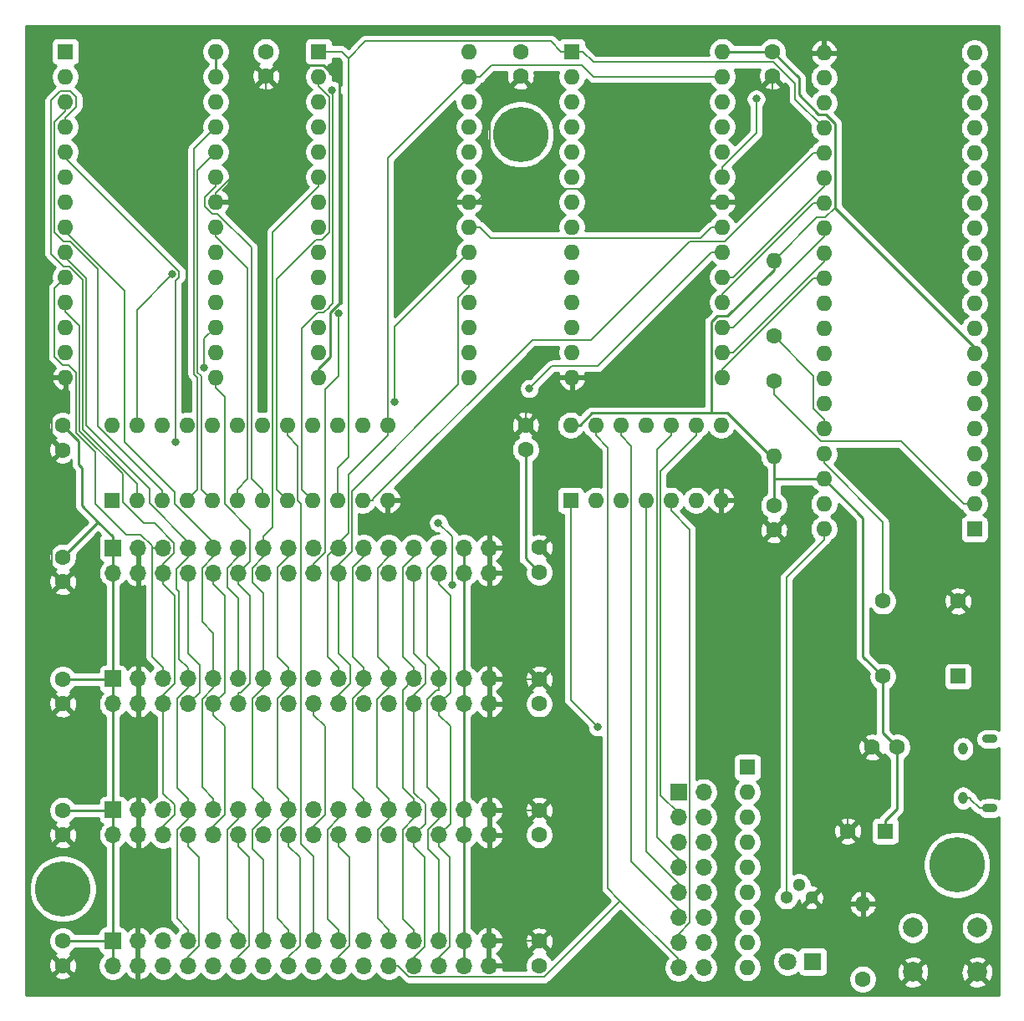
<source format=gbr>
%TF.GenerationSoftware,KiCad,Pcbnew,(5.1.9-0-10_14)*%
%TF.CreationDate,2021-03-24T21:17:22+01:00*%
%TF.ProjectId,n8 bit special,6e382062-6974-4207-9370-656369616c2e,2*%
%TF.SameCoordinates,Original*%
%TF.FileFunction,Copper,L2,Bot*%
%TF.FilePolarity,Positive*%
%FSLAX46Y46*%
G04 Gerber Fmt 4.6, Leading zero omitted, Abs format (unit mm)*
G04 Created by KiCad (PCBNEW (5.1.9-0-10_14)) date 2021-03-24 21:17:22*
%MOMM*%
%LPD*%
G01*
G04 APERTURE LIST*
%TA.AperFunction,ComponentPad*%
%ADD10C,1.600000*%
%TD*%
%TA.AperFunction,ComponentPad*%
%ADD11C,5.600000*%
%TD*%
%TA.AperFunction,ComponentPad*%
%ADD12R,1.600000X1.600000*%
%TD*%
%TA.AperFunction,ComponentPad*%
%ADD13O,1.550000X0.890000*%
%TD*%
%TA.AperFunction,ComponentPad*%
%ADD14O,0.950000X1.250000*%
%TD*%
%TA.AperFunction,ComponentPad*%
%ADD15R,1.800000X1.800000*%
%TD*%
%TA.AperFunction,ComponentPad*%
%ADD16C,1.800000*%
%TD*%
%TA.AperFunction,ComponentPad*%
%ADD17R,1.700000X1.700000*%
%TD*%
%TA.AperFunction,ComponentPad*%
%ADD18O,1.700000X1.700000*%
%TD*%
%TA.AperFunction,ComponentPad*%
%ADD19O,1.600000X1.600000*%
%TD*%
%TA.AperFunction,ComponentPad*%
%ADD20C,1.300000*%
%TD*%
%TA.AperFunction,ComponentPad*%
%ADD21C,2.000000*%
%TD*%
%TA.AperFunction,ViaPad*%
%ADD22C,0.800000*%
%TD*%
%TA.AperFunction,Conductor*%
%ADD23C,0.154000*%
%TD*%
%TA.AperFunction,Conductor*%
%ADD24C,0.250000*%
%TD*%
%TA.AperFunction,Conductor*%
%ADD25C,0.254000*%
%TD*%
%TA.AperFunction,Conductor*%
%ADD26C,0.100000*%
%TD*%
G04 APERTURE END LIST*
D10*
%TO.P,C16,2*%
%TO.N,+5V*%
X175918000Y-113919000D03*
%TO.P,C16,1*%
%TO.N,GND*%
X173418000Y-113919000D03*
%TD*%
D11*
%TO.P,REF2,1*%
%TO.N,N/C*%
X137795000Y-51816000D03*
%TD*%
%TO.P,REF3,1*%
%TO.N,N/C*%
X181991000Y-125857000D03*
%TD*%
%TO.P,REF1,1*%
%TO.N,N/C*%
X91440000Y-128270000D03*
%TD*%
D10*
%TO.P,X1,4*%
%TO.N,GND*%
X182118000Y-99123500D03*
%TO.P,X1,5*%
%TO.N,CLK*%
X174498000Y-99123500D03*
%TO.P,X1,8*%
%TO.N,+5V*%
X174498000Y-106743500D03*
D12*
%TO.P,X1,1*%
%TO.N,Net-(X1-Pad1)*%
X182118000Y-106743500D03*
%TD*%
D13*
%TO.P,J1,6*%
%TO.N,Net-(J1-Pad6)*%
X185323000Y-113086000D03*
X185323000Y-120086000D03*
D14*
X182623000Y-114086000D03*
X182623000Y-119086000D03*
%TD*%
D10*
%TO.P,C2,2*%
%TO.N,GND*%
X170952000Y-122428000D03*
D12*
%TO.P,C2,1*%
%TO.N,+5V*%
X174752000Y-122428000D03*
%TD*%
D10*
%TO.P,C1,1*%
%TO.N,GND*%
X138303000Y-81280000D03*
%TO.P,C1,2*%
%TO.N,+5V*%
X138303000Y-83780000D03*
%TD*%
%TO.P,C3,2*%
%TO.N,+5V*%
X91440000Y-94655000D03*
%TO.P,C3,1*%
%TO.N,GND*%
X91440000Y-97155000D03*
%TD*%
%TO.P,C4,2*%
%TO.N,GND*%
X139700000Y-93702500D03*
%TO.P,C4,1*%
%TO.N,+5V*%
X139700000Y-96202500D03*
%TD*%
%TO.P,C7,2*%
%TO.N,+5V*%
X91440000Y-120309000D03*
%TO.P,C7,1*%
%TO.N,GND*%
X91440000Y-122809000D03*
%TD*%
%TO.P,C8,1*%
%TO.N,+5V*%
X139700000Y-122809000D03*
%TO.P,C8,2*%
%TO.N,GND*%
X139700000Y-120309000D03*
%TD*%
%TO.P,C5,2*%
%TO.N,+5V*%
X91440000Y-107038000D03*
%TO.P,C5,1*%
%TO.N,GND*%
X91440000Y-109538000D03*
%TD*%
%TO.P,C6,1*%
%TO.N,+5V*%
X139700000Y-109538000D03*
%TO.P,C6,2*%
%TO.N,GND*%
X139700000Y-107038000D03*
%TD*%
%TO.P,C9,2*%
%TO.N,+5V*%
X91440000Y-133555100D03*
%TO.P,C9,1*%
%TO.N,GND*%
X91440000Y-136055100D03*
%TD*%
%TO.P,C10,1*%
%TO.N,+5V*%
X139700000Y-136078600D03*
%TO.P,C10,2*%
%TO.N,GND*%
X139700000Y-133578600D03*
%TD*%
%TO.P,C11,2*%
%TO.N,GND*%
X163449000Y-91908000D03*
%TO.P,C11,1*%
%TO.N,+5V*%
X163449000Y-89408000D03*
%TD*%
%TO.P,C12,1*%
%TO.N,+5V*%
X163322000Y-43434000D03*
%TO.P,C12,2*%
%TO.N,GND*%
X163322000Y-45934000D03*
%TD*%
%TO.P,C13,1*%
%TO.N,+5V*%
X137795000Y-43434000D03*
%TO.P,C13,2*%
%TO.N,GND*%
X137795000Y-45934000D03*
%TD*%
%TO.P,C14,1*%
%TO.N,+5V*%
X112014000Y-43434000D03*
%TO.P,C14,2*%
%TO.N,GND*%
X112014000Y-45934000D03*
%TD*%
D15*
%TO.P,D1,1*%
%TO.N,Net-(D1-Pad1)*%
X167386000Y-135636000D03*
D16*
%TO.P,D1,2*%
%TO.N,~RES*%
X164846000Y-135636000D03*
%TD*%
D17*
%TO.P,J2,1*%
%TO.N,+5V*%
X96520000Y-93726000D03*
D18*
%TO.P,J2,2*%
X96520000Y-96266000D03*
%TO.P,J2,3*%
%TO.N,GND*%
X99060000Y-93726000D03*
%TO.P,J2,4*%
X99060000Y-96266000D03*
%TO.P,J2,5*%
%TO.N,/A0*%
X101600000Y-93726000D03*
%TO.P,J2,6*%
%TO.N,/D0*%
X101600000Y-96266000D03*
%TO.P,J2,7*%
%TO.N,/A1*%
X104140000Y-93726000D03*
%TO.P,J2,8*%
%TO.N,/D1*%
X104140000Y-96266000D03*
%TO.P,J2,9*%
%TO.N,/A2*%
X106680000Y-93726000D03*
%TO.P,J2,10*%
%TO.N,/D2*%
X106680000Y-96266000D03*
%TO.P,J2,11*%
%TO.N,/A3*%
X109220000Y-93726000D03*
%TO.P,J2,12*%
%TO.N,/D3*%
X109220000Y-96266000D03*
%TO.P,J2,13*%
%TO.N,/A4*%
X111760000Y-93726000D03*
%TO.P,J2,14*%
%TO.N,/D4*%
X111760000Y-96266000D03*
%TO.P,J2,15*%
%TO.N,/A5*%
X114300000Y-93726000D03*
%TO.P,J2,16*%
%TO.N,/D5*%
X114300000Y-96266000D03*
%TO.P,J2,17*%
%TO.N,~PORT0_CS*%
X116840000Y-93726000D03*
%TO.P,J2,18*%
%TO.N,/D6*%
X116840000Y-96266000D03*
%TO.P,J2,19*%
%TO.N,R~W*%
X119380000Y-93726000D03*
%TO.P,J2,20*%
%TO.N,/D7*%
X119380000Y-96266000D03*
%TO.P,J2,21*%
%TO.N,CLK*%
X121920000Y-93726000D03*
%TO.P,J2,22*%
%TO.N,PORT0_IRQ_PULLUP*%
X121920000Y-96266000D03*
%TO.P,J2,23*%
%TO.N,~RES*%
X124460000Y-93726000D03*
%TO.P,J2,24*%
%TO.N,PORT0_NMI_PULLUP*%
X124460000Y-96266000D03*
%TO.P,J2,25*%
%TO.N,FUTURE0*%
X127000000Y-93726000D03*
%TO.P,J2,26*%
%TO.N,USB_D+*%
X127000000Y-96266000D03*
%TO.P,J2,27*%
%TO.N,FUTURE1*%
X129540000Y-93726000D03*
%TO.P,J2,28*%
%TO.N,USB_D-*%
X129540000Y-96266000D03*
%TO.P,J2,29*%
%TO.N,+5V*%
X132080000Y-93726000D03*
%TO.P,J2,30*%
X132080000Y-96266000D03*
%TO.P,J2,31*%
%TO.N,GND*%
X134620000Y-93726000D03*
%TO.P,J2,32*%
X134620000Y-96266000D03*
%TD*%
D17*
%TO.P,J3,1*%
%TO.N,+5V*%
X96520000Y-120269000D03*
D18*
%TO.P,J3,2*%
X96520000Y-122809000D03*
%TO.P,J3,3*%
%TO.N,GND*%
X99060000Y-120269000D03*
%TO.P,J3,4*%
X99060000Y-122809000D03*
%TO.P,J3,5*%
%TO.N,/A0*%
X101600000Y-120269000D03*
%TO.P,J3,6*%
%TO.N,/D0*%
X101600000Y-122809000D03*
%TO.P,J3,7*%
%TO.N,/A1*%
X104140000Y-120269000D03*
%TO.P,J3,8*%
%TO.N,/D1*%
X104140000Y-122809000D03*
%TO.P,J3,9*%
%TO.N,/A2*%
X106680000Y-120269000D03*
%TO.P,J3,10*%
%TO.N,/D2*%
X106680000Y-122809000D03*
%TO.P,J3,11*%
%TO.N,/A3*%
X109220000Y-120269000D03*
%TO.P,J3,12*%
%TO.N,/D3*%
X109220000Y-122809000D03*
%TO.P,J3,13*%
%TO.N,/A4*%
X111760000Y-120269000D03*
%TO.P,J3,14*%
%TO.N,/D4*%
X111760000Y-122809000D03*
%TO.P,J3,15*%
%TO.N,/A5*%
X114300000Y-120269000D03*
%TO.P,J3,16*%
%TO.N,/D5*%
X114300000Y-122809000D03*
%TO.P,J3,17*%
%TO.N,~PORT2_CS*%
X116840000Y-120269000D03*
%TO.P,J3,18*%
%TO.N,/D6*%
X116840000Y-122809000D03*
%TO.P,J3,19*%
%TO.N,R~W*%
X119380000Y-120269000D03*
%TO.P,J3,20*%
%TO.N,/D7*%
X119380000Y-122809000D03*
%TO.P,J3,21*%
%TO.N,CLK*%
X121920000Y-120269000D03*
%TO.P,J3,22*%
%TO.N,PORT2_IRQ_PULLUP*%
X121920000Y-122809000D03*
%TO.P,J3,23*%
%TO.N,~RES*%
X124460000Y-120269000D03*
%TO.P,J3,24*%
%TO.N,PORT2_NMI_PULLUP*%
X124460000Y-122809000D03*
%TO.P,J3,25*%
%TO.N,FUTURE0*%
X127000000Y-120269000D03*
%TO.P,J3,26*%
%TO.N,USB_D+*%
X127000000Y-122809000D03*
%TO.P,J3,27*%
%TO.N,FUTURE1*%
X129540000Y-120269000D03*
%TO.P,J3,28*%
%TO.N,USB_D-*%
X129540000Y-122809000D03*
%TO.P,J3,29*%
%TO.N,+5V*%
X132080000Y-120269000D03*
%TO.P,J3,30*%
X132080000Y-122809000D03*
%TO.P,J3,31*%
%TO.N,GND*%
X134620000Y-120269000D03*
%TO.P,J3,32*%
X134620000Y-122809000D03*
%TD*%
%TO.P,J4,32*%
%TO.N,GND*%
X134620000Y-109538000D03*
%TO.P,J4,31*%
X134620000Y-106998000D03*
%TO.P,J4,30*%
%TO.N,+5V*%
X132080000Y-109538000D03*
%TO.P,J4,29*%
X132080000Y-106998000D03*
%TO.P,J4,28*%
%TO.N,USB_D-*%
X129540000Y-109538000D03*
%TO.P,J4,27*%
%TO.N,FUTURE1*%
X129540000Y-106998000D03*
%TO.P,J4,26*%
%TO.N,USB_D+*%
X127000000Y-109538000D03*
%TO.P,J4,25*%
%TO.N,FUTURE0*%
X127000000Y-106998000D03*
%TO.P,J4,24*%
%TO.N,PORT1_NMI_PULLUP*%
X124460000Y-109538000D03*
%TO.P,J4,23*%
%TO.N,~RES*%
X124460000Y-106998000D03*
%TO.P,J4,22*%
%TO.N,PORT1_IRQ_PULLUP*%
X121920000Y-109538000D03*
%TO.P,J4,21*%
%TO.N,CLK*%
X121920000Y-106998000D03*
%TO.P,J4,20*%
%TO.N,/D7*%
X119380000Y-109538000D03*
%TO.P,J4,19*%
%TO.N,R~W*%
X119380000Y-106998000D03*
%TO.P,J4,18*%
%TO.N,/D6*%
X116840000Y-109538000D03*
%TO.P,J4,17*%
%TO.N,~PORT1_CS*%
X116840000Y-106998000D03*
%TO.P,J4,16*%
%TO.N,/D5*%
X114300000Y-109538000D03*
%TO.P,J4,15*%
%TO.N,/A5*%
X114300000Y-106998000D03*
%TO.P,J4,14*%
%TO.N,/D4*%
X111760000Y-109538000D03*
%TO.P,J4,13*%
%TO.N,/A4*%
X111760000Y-106998000D03*
%TO.P,J4,12*%
%TO.N,/D3*%
X109220000Y-109538000D03*
%TO.P,J4,11*%
%TO.N,/A3*%
X109220000Y-106998000D03*
%TO.P,J4,10*%
%TO.N,/D2*%
X106680000Y-109538000D03*
%TO.P,J4,9*%
%TO.N,/A2*%
X106680000Y-106998000D03*
%TO.P,J4,8*%
%TO.N,/D1*%
X104140000Y-109538000D03*
%TO.P,J4,7*%
%TO.N,/A1*%
X104140000Y-106998000D03*
%TO.P,J4,6*%
%TO.N,/D0*%
X101600000Y-109538000D03*
%TO.P,J4,5*%
%TO.N,/A0*%
X101600000Y-106998000D03*
%TO.P,J4,4*%
%TO.N,GND*%
X99060000Y-109538000D03*
%TO.P,J4,3*%
X99060000Y-106998000D03*
%TO.P,J4,2*%
%TO.N,+5V*%
X96520000Y-109538000D03*
D17*
%TO.P,J4,1*%
X96520000Y-106998000D03*
%TD*%
D18*
%TO.P,J5,32*%
%TO.N,GND*%
X134607300Y-136080000D03*
%TO.P,J5,31*%
X134607300Y-133540000D03*
%TO.P,J5,30*%
%TO.N,+5V*%
X132067300Y-136080000D03*
%TO.P,J5,29*%
X132067300Y-133540000D03*
%TO.P,J5,28*%
%TO.N,USB_D-*%
X129527300Y-136080000D03*
%TO.P,J5,27*%
%TO.N,FUTURE1*%
X129527300Y-133540000D03*
%TO.P,J5,26*%
%TO.N,USB_D+*%
X126987300Y-136080000D03*
%TO.P,J5,25*%
%TO.N,FUTURE0*%
X126987300Y-133540000D03*
%TO.P,J5,24*%
%TO.N,PORT3_NMI_PULLUP*%
X124447300Y-136080000D03*
%TO.P,J5,23*%
%TO.N,~RES*%
X124447300Y-133540000D03*
%TO.P,J5,22*%
%TO.N,PORT3_IRQ_PULLUP*%
X121907300Y-136080000D03*
%TO.P,J5,21*%
%TO.N,CLK*%
X121907300Y-133540000D03*
%TO.P,J5,20*%
%TO.N,/D7*%
X119367300Y-136080000D03*
%TO.P,J5,19*%
%TO.N,R~W*%
X119367300Y-133540000D03*
%TO.P,J5,18*%
%TO.N,/D6*%
X116827300Y-136080000D03*
%TO.P,J5,17*%
%TO.N,~PORT3_CS*%
X116827300Y-133540000D03*
%TO.P,J5,16*%
%TO.N,/D5*%
X114287300Y-136080000D03*
%TO.P,J5,15*%
%TO.N,/A5*%
X114287300Y-133540000D03*
%TO.P,J5,14*%
%TO.N,/D4*%
X111747300Y-136080000D03*
%TO.P,J5,13*%
%TO.N,/A4*%
X111747300Y-133540000D03*
%TO.P,J5,12*%
%TO.N,/D3*%
X109207300Y-136080000D03*
%TO.P,J5,11*%
%TO.N,/A3*%
X109207300Y-133540000D03*
%TO.P,J5,10*%
%TO.N,/D2*%
X106667300Y-136080000D03*
%TO.P,J5,9*%
%TO.N,/A2*%
X106667300Y-133540000D03*
%TO.P,J5,8*%
%TO.N,/D1*%
X104127300Y-136080000D03*
%TO.P,J5,7*%
%TO.N,/A1*%
X104127300Y-133540000D03*
%TO.P,J5,6*%
%TO.N,/D0*%
X101587300Y-136080000D03*
%TO.P,J5,5*%
%TO.N,/A0*%
X101587300Y-133540000D03*
%TO.P,J5,4*%
%TO.N,GND*%
X99047300Y-136080000D03*
%TO.P,J5,3*%
X99047300Y-133540000D03*
%TO.P,J5,2*%
%TO.N,+5V*%
X96507300Y-136080000D03*
D17*
%TO.P,J5,1*%
X96507300Y-133540000D03*
%TD*%
D10*
%TO.P,R1,1*%
%TO.N,Net-(D1-Pad1)*%
X172466000Y-137414000D03*
D19*
%TO.P,R1,2*%
%TO.N,GND*%
X172466000Y-129794000D03*
%TD*%
D10*
%TO.P,R2,1*%
%TO.N,Net-(R2-Pad1)*%
X163449000Y-76835000D03*
D19*
%TO.P,R2,2*%
%TO.N,+5V*%
X163449000Y-84455000D03*
%TD*%
%TO.P,R3,2*%
%TO.N,+5V*%
X163449000Y-64643000D03*
D10*
%TO.P,R3,1*%
%TO.N,Net-(R3-Pad1)*%
X163449000Y-72263000D03*
%TD*%
D12*
%TO.P,RN1,1*%
%TO.N,+5V*%
X160782000Y-115951000D03*
D19*
%TO.P,RN1,2*%
%TO.N,Net-(J6-Pad2)*%
X160782000Y-118491000D03*
%TO.P,RN1,3*%
%TO.N,Net-(J6-Pad4)*%
X160782000Y-121031000D03*
%TO.P,RN1,4*%
%TO.N,Net-(J6-Pad6)*%
X160782000Y-123571000D03*
%TO.P,RN1,5*%
%TO.N,Net-(J6-Pad8)*%
X160782000Y-126111000D03*
%TO.P,RN1,6*%
%TO.N,Net-(J6-Pad10)*%
X160782000Y-128651000D03*
%TO.P,RN1,7*%
%TO.N,Net-(J6-Pad12)*%
X160782000Y-131191000D03*
%TO.P,RN1,8*%
%TO.N,Net-(J6-Pad14)*%
X160782000Y-133731000D03*
%TO.P,RN1,9*%
%TO.N,Net-(J6-Pad16)*%
X160782000Y-136271000D03*
%TD*%
D20*
%TO.P,U7,2*%
%TO.N,+5V*%
X165989000Y-127889000D03*
%TO.P,U7,3*%
%TO.N,GND*%
X167259000Y-129159000D03*
%TO.P,U7,1*%
%TO.N,~RES*%
X164719000Y-129159000D03*
%TD*%
D12*
%TO.P,U6,1*%
%TO.N,CLK*%
X96393000Y-88900000D03*
D19*
%TO.P,U6,13*%
%TO.N,R~W*%
X124333000Y-81280000D03*
%TO.P,U6,2*%
%TO.N,/A6*%
X98933000Y-88900000D03*
%TO.P,U6,14*%
%TO.N,Net-(U6-Pad14)*%
X121793000Y-81280000D03*
%TO.P,U6,3*%
%TO.N,/A7*%
X101473000Y-88900000D03*
%TO.P,U6,15*%
%TO.N,FUTURE1*%
X119253000Y-81280000D03*
%TO.P,U6,4*%
%TO.N,/A8*%
X104013000Y-88900000D03*
%TO.P,U6,16*%
%TO.N,FUTURE0*%
X116713000Y-81280000D03*
%TO.P,U6,5*%
%TO.N,/A9*%
X106553000Y-88900000D03*
%TO.P,U6,17*%
%TO.N,~PORT3_CS*%
X114173000Y-81280000D03*
%TO.P,U6,6*%
%TO.N,/A10*%
X109093000Y-88900000D03*
%TO.P,U6,18*%
%TO.N,~PORT2_CS*%
X111633000Y-81280000D03*
%TO.P,U6,7*%
%TO.N,/A11*%
X111633000Y-88900000D03*
%TO.P,U6,19*%
%TO.N,~PORT1_CS*%
X109093000Y-81280000D03*
%TO.P,U6,8*%
%TO.N,/A12*%
X114173000Y-88900000D03*
%TO.P,U6,20*%
%TO.N,~PORT0_CS*%
X106553000Y-81280000D03*
%TO.P,U6,9*%
%TO.N,/A13*%
X116713000Y-88900000D03*
%TO.P,U6,21*%
%TO.N,~RAM2_CS*%
X104013000Y-81280000D03*
%TO.P,U6,10*%
%TO.N,/A14*%
X119253000Y-88900000D03*
%TO.P,U6,22*%
%TO.N,~RAM1_CS*%
X101473000Y-81280000D03*
%TO.P,U6,11*%
%TO.N,/A15*%
X121793000Y-88900000D03*
%TO.P,U6,23*%
%TO.N,~ROM_CS*%
X98933000Y-81280000D03*
%TO.P,U6,12*%
%TO.N,GND*%
X124333000Y-88900000D03*
%TO.P,U6,24*%
%TO.N,+5V*%
X96393000Y-81280000D03*
%TD*%
D10*
%TO.P,C15,1*%
%TO.N,GND*%
X91440000Y-83820000D03*
%TO.P,C15,2*%
%TO.N,+5V*%
X91440000Y-81320000D03*
%TD*%
D17*
%TO.P,J6,1*%
%TO.N,PORT0_IRQ_PULLUP*%
X153797000Y-118491000D03*
D18*
%TO.P,J6,2*%
%TO.N,Net-(J6-Pad2)*%
X156337000Y-118491000D03*
%TO.P,J6,3*%
%TO.N,PORT0_NMI_PULLUP*%
X153797000Y-121031000D03*
%TO.P,J6,4*%
%TO.N,Net-(J6-Pad4)*%
X156337000Y-121031000D03*
%TO.P,J6,5*%
%TO.N,PORT1_IRQ_PULLUP*%
X153797000Y-123571000D03*
%TO.P,J6,6*%
%TO.N,Net-(J6-Pad6)*%
X156337000Y-123571000D03*
%TO.P,J6,7*%
%TO.N,PORT1_NMI_PULLUP*%
X153797000Y-126111000D03*
%TO.P,J6,8*%
%TO.N,Net-(J6-Pad8)*%
X156337000Y-126111000D03*
%TO.P,J6,9*%
%TO.N,PORT2_IRQ_PULLUP*%
X153797000Y-128651000D03*
%TO.P,J6,10*%
%TO.N,Net-(J6-Pad10)*%
X156337000Y-128651000D03*
%TO.P,J6,11*%
%TO.N,PORT2_NMI_PULLUP*%
X153797000Y-131191000D03*
%TO.P,J6,12*%
%TO.N,Net-(J6-Pad12)*%
X156337000Y-131191000D03*
%TO.P,J6,13*%
%TO.N,PORT3_IRQ_PULLUP*%
X153797000Y-133731000D03*
%TO.P,J6,14*%
%TO.N,Net-(J6-Pad14)*%
X156337000Y-133731000D03*
%TO.P,J6,15*%
%TO.N,PORT3_NMI_PULLUP*%
X153797000Y-136271000D03*
%TO.P,J6,16*%
%TO.N,Net-(J6-Pad16)*%
X156337000Y-136271000D03*
%TD*%
D21*
%TO.P,SW1,2*%
%TO.N,GND*%
X177546000Y-136707000D03*
%TO.P,SW1,1*%
%TO.N,~RES*%
X177546000Y-132207000D03*
%TO.P,SW1,2*%
%TO.N,GND*%
X184046000Y-136707000D03*
%TO.P,SW1,1*%
%TO.N,~RES*%
X184046000Y-132207000D03*
%TD*%
D12*
%TO.P,U1,1*%
%TO.N,Net-(U1-Pad1)*%
X183769000Y-91821000D03*
D19*
%TO.P,U1,21*%
%TO.N,GND*%
X168529000Y-43561000D03*
%TO.P,U1,2*%
%TO.N,Net-(R2-Pad1)*%
X183769000Y-89281000D03*
%TO.P,U1,22*%
%TO.N,/A12*%
X168529000Y-46101000D03*
%TO.P,U1,3*%
%TO.N,Net-(U1-Pad3)*%
X183769000Y-86741000D03*
%TO.P,U1,23*%
%TO.N,/A13*%
X168529000Y-48641000D03*
%TO.P,U1,4*%
%TO.N,~IRQ*%
X183769000Y-84201000D03*
%TO.P,U1,24*%
%TO.N,/A14*%
X168529000Y-51181000D03*
%TO.P,U1,5*%
%TO.N,Net-(U1-Pad5)*%
X183769000Y-81661000D03*
%TO.P,U1,25*%
%TO.N,/A15*%
X168529000Y-53721000D03*
%TO.P,U1,6*%
%TO.N,~NMI*%
X183769000Y-79121000D03*
%TO.P,U1,26*%
%TO.N,/D7*%
X168529000Y-56261000D03*
%TO.P,U1,7*%
%TO.N,Net-(U1-Pad7)*%
X183769000Y-76581000D03*
%TO.P,U1,27*%
%TO.N,/D6*%
X168529000Y-58801000D03*
%TO.P,U1,8*%
%TO.N,+5V*%
X183769000Y-74041000D03*
%TO.P,U1,28*%
%TO.N,/D5*%
X168529000Y-61341000D03*
%TO.P,U1,9*%
%TO.N,/A0*%
X183769000Y-71501000D03*
%TO.P,U1,29*%
%TO.N,/D4*%
X168529000Y-63881000D03*
%TO.P,U1,10*%
%TO.N,/A1*%
X183769000Y-68961000D03*
%TO.P,U1,30*%
%TO.N,/D3*%
X168529000Y-66421000D03*
%TO.P,U1,11*%
%TO.N,/A2*%
X183769000Y-66421000D03*
%TO.P,U1,31*%
%TO.N,/D2*%
X168529000Y-68961000D03*
%TO.P,U1,12*%
%TO.N,/A3*%
X183769000Y-63881000D03*
%TO.P,U1,32*%
%TO.N,/D1*%
X168529000Y-71501000D03*
%TO.P,U1,13*%
%TO.N,/A4*%
X183769000Y-61341000D03*
%TO.P,U1,33*%
%TO.N,/D0*%
X168529000Y-74041000D03*
%TO.P,U1,14*%
%TO.N,/A5*%
X183769000Y-58801000D03*
%TO.P,U1,34*%
%TO.N,R~W*%
X168529000Y-76581000D03*
%TO.P,U1,15*%
%TO.N,/A6*%
X183769000Y-56261000D03*
%TO.P,U1,35*%
%TO.N,Net-(U1-Pad35)*%
X168529000Y-79121000D03*
%TO.P,U1,16*%
%TO.N,/A7*%
X183769000Y-53721000D03*
%TO.P,U1,36*%
%TO.N,Net-(R3-Pad1)*%
X168529000Y-81661000D03*
%TO.P,U1,17*%
%TO.N,/A8*%
X183769000Y-51181000D03*
%TO.P,U1,37*%
%TO.N,CLK*%
X168529000Y-84201000D03*
%TO.P,U1,18*%
%TO.N,/A9*%
X183769000Y-48641000D03*
%TO.P,U1,38*%
%TO.N,+5V*%
X168529000Y-86741000D03*
%TO.P,U1,19*%
%TO.N,/A10*%
X183769000Y-46101000D03*
%TO.P,U1,39*%
%TO.N,Net-(U1-Pad39)*%
X168529000Y-89281000D03*
%TO.P,U1,20*%
%TO.N,/A11*%
X183769000Y-43561000D03*
%TO.P,U1,40*%
%TO.N,~RES*%
X168529000Y-91821000D03*
%TD*%
D12*
%TO.P,U2,1*%
%TO.N,/A14*%
X143002000Y-43434000D03*
D19*
%TO.P,U2,15*%
%TO.N,/D3*%
X158242000Y-76454000D03*
%TO.P,U2,2*%
%TO.N,/A12*%
X143002000Y-45974000D03*
%TO.P,U2,16*%
%TO.N,/D4*%
X158242000Y-73914000D03*
%TO.P,U2,3*%
%TO.N,/A7*%
X143002000Y-48514000D03*
%TO.P,U2,17*%
%TO.N,/D5*%
X158242000Y-71374000D03*
%TO.P,U2,4*%
%TO.N,/A6*%
X143002000Y-51054000D03*
%TO.P,U2,18*%
%TO.N,/D6*%
X158242000Y-68834000D03*
%TO.P,U2,5*%
%TO.N,/A5*%
X143002000Y-53594000D03*
%TO.P,U2,19*%
%TO.N,/D7*%
X158242000Y-66294000D03*
%TO.P,U2,6*%
%TO.N,/A4*%
X143002000Y-56134000D03*
%TO.P,U2,20*%
%TO.N,~RAM1_CS*%
X158242000Y-63754000D03*
%TO.P,U2,7*%
%TO.N,/A3*%
X143002000Y-58674000D03*
%TO.P,U2,21*%
%TO.N,/A10*%
X158242000Y-61214000D03*
%TO.P,U2,8*%
%TO.N,/A2*%
X143002000Y-61214000D03*
%TO.P,U2,22*%
%TO.N,GND*%
X158242000Y-58674000D03*
%TO.P,U2,9*%
%TO.N,/A1*%
X143002000Y-63754000D03*
%TO.P,U2,23*%
%TO.N,/A11*%
X158242000Y-56134000D03*
%TO.P,U2,10*%
%TO.N,/A0*%
X143002000Y-66294000D03*
%TO.P,U2,24*%
%TO.N,/A9*%
X158242000Y-53594000D03*
%TO.P,U2,11*%
%TO.N,/D0*%
X143002000Y-68834000D03*
%TO.P,U2,25*%
%TO.N,/A8*%
X158242000Y-51054000D03*
%TO.P,U2,12*%
%TO.N,/D1*%
X143002000Y-71374000D03*
%TO.P,U2,26*%
%TO.N,/A13*%
X158242000Y-48514000D03*
%TO.P,U2,13*%
%TO.N,/D2*%
X143002000Y-73914000D03*
%TO.P,U2,27*%
%TO.N,R~W*%
X158242000Y-45974000D03*
%TO.P,U2,14*%
%TO.N,GND*%
X143002000Y-76454000D03*
%TO.P,U2,28*%
%TO.N,+5V*%
X158242000Y-43434000D03*
%TD*%
D12*
%TO.P,U3,1*%
%TO.N,/A14*%
X117348000Y-43434000D03*
D19*
%TO.P,U3,15*%
%TO.N,/D3*%
X132588000Y-76454000D03*
%TO.P,U3,2*%
%TO.N,/A12*%
X117348000Y-45974000D03*
%TO.P,U3,16*%
%TO.N,/D4*%
X132588000Y-73914000D03*
%TO.P,U3,3*%
%TO.N,/A7*%
X117348000Y-48514000D03*
%TO.P,U3,17*%
%TO.N,/D5*%
X132588000Y-71374000D03*
%TO.P,U3,4*%
%TO.N,/A6*%
X117348000Y-51054000D03*
%TO.P,U3,18*%
%TO.N,/D6*%
X132588000Y-68834000D03*
%TO.P,U3,5*%
%TO.N,/A5*%
X117348000Y-53594000D03*
%TO.P,U3,19*%
%TO.N,/D7*%
X132588000Y-66294000D03*
%TO.P,U3,6*%
%TO.N,/A4*%
X117348000Y-56134000D03*
%TO.P,U3,20*%
%TO.N,~RAM2_CS*%
X132588000Y-63754000D03*
%TO.P,U3,7*%
%TO.N,/A3*%
X117348000Y-58674000D03*
%TO.P,U3,21*%
%TO.N,/A10*%
X132588000Y-61214000D03*
%TO.P,U3,8*%
%TO.N,/A2*%
X117348000Y-61214000D03*
%TO.P,U3,22*%
%TO.N,GND*%
X132588000Y-58674000D03*
%TO.P,U3,9*%
%TO.N,/A1*%
X117348000Y-63754000D03*
%TO.P,U3,23*%
%TO.N,/A11*%
X132588000Y-56134000D03*
%TO.P,U3,10*%
%TO.N,/A0*%
X117348000Y-66294000D03*
%TO.P,U3,24*%
%TO.N,/A9*%
X132588000Y-53594000D03*
%TO.P,U3,11*%
%TO.N,/D0*%
X117348000Y-68834000D03*
%TO.P,U3,25*%
%TO.N,/A8*%
X132588000Y-51054000D03*
%TO.P,U3,12*%
%TO.N,/D1*%
X117348000Y-71374000D03*
%TO.P,U3,26*%
%TO.N,/A13*%
X132588000Y-48514000D03*
%TO.P,U3,13*%
%TO.N,/D2*%
X117348000Y-73914000D03*
%TO.P,U3,27*%
%TO.N,R~W*%
X132588000Y-45974000D03*
%TO.P,U3,14*%
%TO.N,GND*%
X117348000Y-76454000D03*
%TO.P,U3,28*%
%TO.N,+5V*%
X132588000Y-43434000D03*
%TD*%
%TO.P,U4,28*%
%TO.N,+5V*%
X106934000Y-43434000D03*
%TO.P,U4,14*%
%TO.N,GND*%
X91694000Y-76454000D03*
%TO.P,U4,27*%
%TO.N,+5V*%
X106934000Y-45974000D03*
%TO.P,U4,13*%
%TO.N,/D2*%
X91694000Y-73914000D03*
%TO.P,U4,26*%
%TO.N,/A13*%
X106934000Y-48514000D03*
%TO.P,U4,12*%
%TO.N,/D1*%
X91694000Y-71374000D03*
%TO.P,U4,25*%
%TO.N,/A8*%
X106934000Y-51054000D03*
%TO.P,U4,11*%
%TO.N,/D0*%
X91694000Y-68834000D03*
%TO.P,U4,24*%
%TO.N,/A9*%
X106934000Y-53594000D03*
%TO.P,U4,10*%
%TO.N,/A0*%
X91694000Y-66294000D03*
%TO.P,U4,23*%
%TO.N,/A11*%
X106934000Y-56134000D03*
%TO.P,U4,9*%
%TO.N,/A1*%
X91694000Y-63754000D03*
%TO.P,U4,22*%
%TO.N,GND*%
X106934000Y-58674000D03*
%TO.P,U4,8*%
%TO.N,/A2*%
X91694000Y-61214000D03*
%TO.P,U4,21*%
%TO.N,/A10*%
X106934000Y-61214000D03*
%TO.P,U4,7*%
%TO.N,/A3*%
X91694000Y-58674000D03*
%TO.P,U4,20*%
%TO.N,~ROM_CS*%
X106934000Y-63754000D03*
%TO.P,U4,6*%
%TO.N,/A4*%
X91694000Y-56134000D03*
%TO.P,U4,19*%
%TO.N,/D7*%
X106934000Y-66294000D03*
%TO.P,U4,5*%
%TO.N,/A5*%
X91694000Y-53594000D03*
%TO.P,U4,18*%
%TO.N,/D6*%
X106934000Y-68834000D03*
%TO.P,U4,4*%
%TO.N,/A6*%
X91694000Y-51054000D03*
%TO.P,U4,17*%
%TO.N,/D5*%
X106934000Y-71374000D03*
%TO.P,U4,3*%
%TO.N,/A7*%
X91694000Y-48514000D03*
%TO.P,U4,16*%
%TO.N,/D4*%
X106934000Y-73914000D03*
%TO.P,U4,2*%
%TO.N,/A12*%
X91694000Y-45974000D03*
%TO.P,U4,15*%
%TO.N,/D3*%
X106934000Y-76454000D03*
D12*
%TO.P,U4,1*%
%TO.N,/A14*%
X91694000Y-43434000D03*
%TD*%
%TO.P,U5,1*%
%TO.N,PORT0_IRQ_PULLUP*%
X142875000Y-88900000D03*
D19*
%TO.P,U5,8*%
%TO.N,~NMI*%
X158115000Y-81280000D03*
%TO.P,U5,2*%
%TO.N,PORT1_IRQ_PULLUP*%
X145415000Y-88900000D03*
%TO.P,U5,9*%
%TO.N,PORT0_NMI_PULLUP*%
X155575000Y-81280000D03*
%TO.P,U5,3*%
%TO.N,N/C*%
X147955000Y-88900000D03*
%TO.P,U5,10*%
%TO.N,PORT1_NMI_PULLUP*%
X153035000Y-81280000D03*
%TO.P,U5,4*%
%TO.N,PORT2_IRQ_PULLUP*%
X150495000Y-88900000D03*
%TO.P,U5,11*%
%TO.N,N/C*%
X150495000Y-81280000D03*
%TO.P,U5,5*%
%TO.N,PORT3_IRQ_PULLUP*%
X153035000Y-88900000D03*
%TO.P,U5,12*%
%TO.N,PORT2_NMI_PULLUP*%
X147955000Y-81280000D03*
%TO.P,U5,6*%
%TO.N,~IRQ*%
X155575000Y-88900000D03*
%TO.P,U5,13*%
%TO.N,PORT3_NMI_PULLUP*%
X145415000Y-81280000D03*
%TO.P,U5,7*%
%TO.N,GND*%
X158115000Y-88900000D03*
%TO.P,U5,14*%
%TO.N,+5V*%
X142875000Y-81280000D03*
%TD*%
D22*
%TO.N,GND*%
X139725400Y-127889000D03*
X160782000Y-112903000D03*
X138539001Y-75328999D03*
%TO.N,/A5*%
X102868300Y-83018900D03*
%TO.N,/D5*%
X105778250Y-75448571D03*
%TO.N,/D6*%
X119395577Y-69974232D03*
%TO.N,PORT0_IRQ_PULLUP*%
X145613900Y-111886521D03*
%TO.N,~PORT2_CS*%
X130888400Y-97489200D03*
X129485300Y-91189400D03*
%TO.N,/A13*%
X118719398Y-47333998D03*
%TO.N,/A11*%
X161663100Y-48227500D03*
%TO.N,~RAM2_CS*%
X125010010Y-78955700D03*
%TO.N,~RAM1_CS*%
X138698600Y-77580600D03*
%TO.N,~ROM_CS*%
X102547000Y-66002400D03*
%TD*%
D23*
%TO.N,GND*%
X141924700Y-76454000D02*
X138303000Y-80075700D01*
X138303000Y-80075700D02*
X138303000Y-81280000D01*
X157703400Y-58674000D02*
X157164700Y-58674000D01*
X158242000Y-58674000D02*
X157703400Y-58674000D01*
X134688600Y-57315400D02*
X155806100Y-57315400D01*
X155806100Y-57315400D02*
X157164700Y-58674000D01*
X134688600Y-57315400D02*
X134688600Y-49040400D01*
X134688600Y-49040400D02*
X137795000Y-45934000D01*
X91440000Y-83820000D02*
X90340400Y-84919600D01*
X90340400Y-84919600D02*
X90340400Y-96055400D01*
X90340400Y-96055400D02*
X91440000Y-97155000D01*
X91694000Y-77531300D02*
X90356300Y-78869000D01*
X90356300Y-78869000D02*
X90356300Y-82736300D01*
X90356300Y-82736300D02*
X91440000Y-83820000D01*
X124333000Y-88900000D02*
X130553600Y-88900000D01*
X130553600Y-88900000D02*
X130618300Y-88964700D01*
X138303000Y-81280000D02*
X130618300Y-88964700D01*
X134620000Y-96266000D02*
X134620000Y-93726000D01*
X143002000Y-76454000D02*
X141924700Y-76454000D01*
X134620000Y-120309000D02*
X134620000Y-120269000D01*
X134620000Y-122809000D02*
X134620000Y-120309000D01*
X134620000Y-120309000D02*
X139700000Y-120309000D01*
X134607300Y-133580000D02*
X134607300Y-136080000D01*
X134607300Y-133540000D02*
X134607300Y-133580000D01*
X134620000Y-123936300D02*
X134607300Y-123949000D01*
X134607300Y-123949000D02*
X134607300Y-133540000D01*
X99060000Y-93726000D02*
X99060000Y-96266000D01*
X173418000Y-113919000D02*
X170952000Y-116385000D01*
X170952000Y-116385000D02*
X170952000Y-122428000D01*
X177546000Y-136707000D02*
X172466000Y-131627000D01*
X172466000Y-131627000D02*
X172466000Y-129794000D01*
X99060000Y-120269000D02*
X99060000Y-122809000D01*
X99060000Y-109538000D02*
X99060000Y-120269000D01*
X99047300Y-133540000D02*
X99047300Y-132412700D01*
X99060000Y-122809000D02*
X99060000Y-132400000D01*
X99060000Y-132400000D02*
X99047300Y-132412700D01*
X134620000Y-106998000D02*
X134620000Y-96266000D01*
X134620000Y-107038000D02*
X134620000Y-106998000D01*
X134620000Y-122809000D02*
X134620000Y-123936300D01*
X134620000Y-120269000D02*
X134620000Y-109538000D01*
X134620000Y-107038000D02*
X134620000Y-109538000D01*
X134620000Y-107038000D02*
X139700000Y-107038000D01*
X91694000Y-76454000D02*
X91694000Y-77531300D01*
X139698600Y-133580000D02*
X139700000Y-133578600D01*
X134607300Y-133580000D02*
X139698600Y-133580000D01*
X112014000Y-52651400D02*
X112014000Y-45934000D01*
X106934000Y-57731400D02*
X112014000Y-52651400D01*
X106934000Y-58674000D02*
X106934000Y-57731400D01*
X133330000Y-58674000D02*
X134688600Y-57315400D01*
X132588000Y-58674000D02*
X133330000Y-58674000D01*
X163322000Y-53594000D02*
X163322000Y-45934000D01*
X134620000Y-92329000D02*
X134620000Y-93726000D01*
X133982600Y-92329000D02*
X134620000Y-92329000D01*
X130618300Y-88964700D02*
X133982600Y-92329000D01*
D24*
X118473001Y-45566701D02*
X118473001Y-45433999D01*
X119444400Y-46538100D02*
X118473001Y-45566701D01*
X117739000Y-44832700D02*
X113115300Y-44832700D01*
X118491000Y-69853490D02*
X119444400Y-68900090D01*
X118473001Y-45433999D02*
X117888001Y-44848999D01*
X113115300Y-44832700D02*
X112014000Y-45934000D01*
X119444400Y-68900090D02*
X119444400Y-46538100D01*
X117755299Y-44848999D02*
X117739000Y-44832700D01*
X118491000Y-74368500D02*
X118491000Y-69853490D01*
X117348000Y-76454000D02*
X117348000Y-75511500D01*
X117888001Y-44848999D02*
X117755299Y-44848999D01*
X117348000Y-75511500D02*
X118491000Y-74368500D01*
%TO.N,+5V*%
X132080000Y-122809000D02*
X132080000Y-123936300D01*
X132080000Y-123936300D02*
X132067300Y-123949000D01*
X132067300Y-123949000D02*
X132067300Y-133540000D01*
X132080000Y-122809000D02*
X132080000Y-120269000D01*
X132080000Y-109538000D02*
X132080000Y-120269000D01*
X132080000Y-106998000D02*
X132080000Y-109538000D01*
X167990400Y-86741000D02*
X163449000Y-86741000D01*
X168529000Y-86741000D02*
X167990400Y-86741000D01*
X96507300Y-133580000D02*
X96507300Y-136080000D01*
X96507300Y-133540000D02*
X96507300Y-133580000D01*
X138303000Y-83780000D02*
X138303000Y-94805500D01*
X138303000Y-94805500D02*
X139700000Y-96202500D01*
X132067300Y-133540000D02*
X132067300Y-136080000D01*
X96520000Y-123936300D02*
X96507300Y-123949000D01*
X96507300Y-123949000D02*
X96507300Y-133540000D01*
X106934000Y-43434000D02*
X106934000Y-45974000D01*
X163449000Y-86741000D02*
X163449000Y-89408000D01*
X163449000Y-84455000D02*
X163449000Y-86741000D01*
X96520000Y-92598700D02*
X95008200Y-91086800D01*
X95008200Y-91086800D02*
X91440000Y-94655000D01*
X96520000Y-107038000D02*
X96520000Y-106998000D01*
X96520000Y-109538000D02*
X96520000Y-107038000D01*
X96520000Y-107038000D02*
X91440000Y-107038000D01*
X96520000Y-120309000D02*
X96520000Y-120269000D01*
X96520000Y-122809000D02*
X96520000Y-120309000D01*
X96520000Y-120309000D02*
X91440000Y-120309000D01*
X96520000Y-93726000D02*
X96520000Y-92598700D01*
X96520000Y-96266000D02*
X96520000Y-93726000D01*
X132080000Y-106998000D02*
X132080000Y-96266000D01*
X96520000Y-106998000D02*
X96520000Y-96266000D01*
X96520000Y-122809000D02*
X96520000Y-123936300D01*
X96520000Y-120269000D02*
X96520000Y-109538000D01*
X174752000Y-122428000D02*
X174752000Y-121350700D01*
X174752000Y-121350700D02*
X175918000Y-120184700D01*
X175918000Y-120184700D02*
X175918000Y-113919000D01*
X132080000Y-96266000D02*
X132080000Y-93726000D01*
X96482400Y-133555100D02*
X91427300Y-133555100D01*
X96507300Y-133580000D02*
X96482400Y-133555100D01*
X163512500Y-64643000D02*
X163449000Y-64643000D01*
X174498000Y-112499000D02*
X175918000Y-113919000D01*
X172468800Y-104714300D02*
X174498000Y-106743500D01*
X172468800Y-90680800D02*
X172468800Y-104714300D01*
X174498000Y-106743500D02*
X174498000Y-112499000D01*
X168529000Y-86741000D02*
X172468800Y-90680800D01*
X93027500Y-85246300D02*
X93379200Y-85598000D01*
X93027500Y-82907500D02*
X93027500Y-85246300D01*
X91440000Y-81320000D02*
X93027500Y-82907500D01*
X93379200Y-89457800D02*
X95008200Y-91086800D01*
X93379200Y-85598000D02*
X93379200Y-89457800D01*
X163322000Y-43434000D02*
X158242000Y-43434000D01*
X143817600Y-81280000D02*
X145024100Y-80073500D01*
X145024100Y-80073500D02*
X157043100Y-80073500D01*
X142875000Y-81280000D02*
X143817600Y-81280000D01*
X163449000Y-65532000D02*
X163449000Y-64643000D01*
X158732001Y-70248999D02*
X163449000Y-65532000D01*
X157701999Y-70248999D02*
X158732001Y-70248999D01*
X157116999Y-70833999D02*
X157701999Y-70248999D01*
X157116999Y-80073500D02*
X157116999Y-70833999D01*
X163131500Y-84455000D02*
X163449000Y-84455000D01*
X158750000Y-80073500D02*
X163131500Y-84455000D01*
X157035500Y-80073500D02*
X158750000Y-80073500D01*
X183769000Y-73406000D02*
X183769000Y-74041000D01*
X169654001Y-59291001D02*
X183769000Y-73406000D01*
D23*
X168683502Y-60261500D02*
X169654001Y-59291001D01*
X167830500Y-60261500D02*
X168683502Y-60261500D01*
X163449000Y-64643000D02*
X167830500Y-60261500D01*
D24*
X169654001Y-50707301D02*
X169654001Y-59291001D01*
X167988999Y-49766001D02*
X168712701Y-49766001D01*
X166012810Y-47789812D02*
X167988999Y-49766001D01*
X168712701Y-49766001D02*
X169654001Y-50707301D01*
X166012810Y-46524183D02*
X166012810Y-47789812D01*
X166008100Y-46519473D02*
X166012810Y-46524183D01*
X166008100Y-46120100D02*
X166008100Y-46519473D01*
X163322000Y-43434000D02*
X166008100Y-46120100D01*
D23*
%TO.N,~RES*%
X168529000Y-92898300D02*
X164719000Y-96708300D01*
X164719000Y-96708300D02*
X164719000Y-129159000D01*
X168529000Y-91821000D02*
X168529000Y-92898300D01*
X124460000Y-105870700D02*
X124460000Y-106998000D01*
X123329200Y-104739900D02*
X124460000Y-105870700D01*
X123329200Y-95750500D02*
X123329200Y-104739900D01*
X124460000Y-94619700D02*
X123329200Y-95750500D01*
X124460000Y-93726000D02*
X124460000Y-94619700D01*
X124460000Y-119141700D02*
X124460000Y-120269000D01*
X123293700Y-117975400D02*
X124460000Y-119141700D01*
X124396500Y-107950000D02*
X124396500Y-107955200D01*
X123293700Y-109058000D02*
X123293700Y-117975400D01*
X124396500Y-107955200D02*
X123293700Y-109058000D01*
X124460000Y-107886500D02*
X124396500Y-107950000D01*
X124460000Y-106998000D02*
X124460000Y-107886500D01*
X124447300Y-132412700D02*
X124447300Y-133540000D01*
X123328500Y-131293900D02*
X124447300Y-132412700D01*
X123328500Y-122294200D02*
X123328500Y-131293900D01*
X124460000Y-121162700D02*
X123328500Y-122294200D01*
X124460000Y-120269000D02*
X124460000Y-121162700D01*
%TO.N,USB_D+*%
X127000000Y-122809000D02*
X128139800Y-121669200D01*
X128139800Y-121669200D02*
X128139800Y-119676600D01*
X128139800Y-119676600D02*
X127000000Y-118536800D01*
X127000000Y-118536800D02*
X127000000Y-109538000D01*
X127000000Y-104440400D02*
X127000000Y-96266000D01*
X128160400Y-105600800D02*
X127000000Y-104440400D01*
X127000000Y-108644300D02*
X128160400Y-107483900D01*
X128160400Y-107483900D02*
X128160400Y-105600800D01*
X127000000Y-109538000D02*
X127000000Y-108644300D01*
X127000000Y-123936300D02*
X127000000Y-123372600D01*
X127000000Y-123372600D02*
X127000000Y-122809000D01*
X128115000Y-125051300D02*
X127000000Y-123936300D01*
X128115000Y-134106800D02*
X128115000Y-125051300D01*
X126987300Y-135234500D02*
X128115000Y-134106800D01*
X126987300Y-136080000D02*
X126987300Y-135234500D01*
%TO.N,USB_D-*%
X129540000Y-109538000D02*
X129540000Y-110665300D01*
X129540000Y-110665300D02*
X130685100Y-111810400D01*
X130685100Y-111810400D02*
X130685100Y-121663900D01*
X130685100Y-121663900D02*
X129540000Y-122809000D01*
X129540000Y-97393300D02*
X130701800Y-98555100D01*
X130701800Y-98555100D02*
X130701800Y-108376200D01*
X130701800Y-108376200D02*
X129540000Y-109538000D01*
X129540000Y-96266000D02*
X129540000Y-97393300D01*
X129540000Y-123936300D02*
X129540000Y-122809000D01*
X130667200Y-125063500D02*
X129540000Y-123936300D01*
X130667200Y-134094600D02*
X130667200Y-125063500D01*
X129527300Y-135234500D02*
X130667200Y-134094600D01*
X129527300Y-136080000D02*
X129527300Y-135234500D01*
%TO.N,/A0*%
X101600000Y-106998000D02*
X101600000Y-105870700D01*
X101600000Y-105870700D02*
X100472700Y-104743400D01*
X100472700Y-104743400D02*
X100472700Y-93726000D01*
X101600000Y-93726000D02*
X100472700Y-93726000D01*
X92771300Y-75955400D02*
X92771300Y-82082772D01*
X91694000Y-66294000D02*
X90578400Y-67409600D01*
X90578400Y-74356600D02*
X91405800Y-75184000D01*
X94732400Y-84043872D02*
X94732400Y-89257200D01*
X94732400Y-89257200D02*
X97838200Y-92363000D01*
X90578400Y-67409600D02*
X90578400Y-74356600D01*
X97838200Y-92363000D02*
X99343300Y-92363000D01*
X91405800Y-75184000D02*
X91999900Y-75184000D01*
X100472700Y-93492400D02*
X100472700Y-93726000D01*
X91999900Y-75184000D02*
X92771300Y-75955400D01*
X92771300Y-82082772D02*
X94732400Y-84043872D01*
X99343300Y-92363000D02*
X100472700Y-93492400D01*
%TO.N,/D0*%
X101600000Y-96829600D02*
X101600000Y-96266000D01*
X102760300Y-107484000D02*
X102760300Y-98553600D01*
X101600000Y-97393300D02*
X101600000Y-96829600D01*
X102760300Y-98553600D02*
X101600000Y-97393300D01*
X101600000Y-108644300D02*
X102760300Y-107484000D01*
X101600000Y-109538000D02*
X101600000Y-108644300D01*
X101600000Y-118640500D02*
X101600000Y-109538000D01*
X102736500Y-119777000D02*
X101600000Y-118640500D01*
X102736500Y-120778800D02*
X102736500Y-119777000D01*
X101600000Y-121915300D02*
X102736500Y-120778800D01*
X101600000Y-122809000D02*
X101600000Y-121915300D01*
X91694000Y-69776600D02*
X91694000Y-68834000D01*
X93125700Y-81880100D02*
X93125700Y-71208300D01*
X97494800Y-89051900D02*
X97494800Y-86249200D01*
X97494800Y-86249200D02*
X93125700Y-81880100D01*
X99659500Y-91216600D02*
X97494800Y-89051900D01*
X100730600Y-91216600D02*
X99659500Y-91216600D01*
X102732700Y-93218700D02*
X100730600Y-91216600D01*
X102732700Y-94218900D02*
X102732700Y-93218700D01*
X101600000Y-95351600D02*
X102732700Y-94218900D01*
X93125700Y-71208300D02*
X91694000Y-69776600D01*
X101600000Y-96266000D02*
X101600000Y-95351600D01*
%TO.N,/A1*%
X103240600Y-98174700D02*
X102978500Y-97912600D01*
X102978500Y-95822300D02*
X104140000Y-94660800D01*
X102978500Y-97912600D02*
X102978500Y-95822300D01*
X103240600Y-104971300D02*
X103240600Y-98174700D01*
X104140000Y-105870700D02*
X103240600Y-104971300D01*
X104140000Y-94660800D02*
X104140000Y-93726000D01*
X104140000Y-106998000D02*
X104140000Y-105870700D01*
X104140000Y-119141700D02*
X104140000Y-120269000D01*
X103004300Y-109026200D02*
X103004300Y-118006000D01*
X103004300Y-118006000D02*
X104140000Y-119141700D01*
X104140000Y-107890500D02*
X103004300Y-109026200D01*
X104140000Y-106998000D02*
X104140000Y-107890500D01*
X103000000Y-122302700D02*
X103000000Y-131285400D01*
X104140000Y-121162700D02*
X103000000Y-122302700D01*
X104127300Y-132412700D02*
X104127300Y-133540000D01*
X103000000Y-131285400D02*
X104127300Y-132412700D01*
X104140000Y-120269000D02*
X104140000Y-121162700D01*
X91694000Y-64242200D02*
X91694000Y-63754000D01*
X93834500Y-81335100D02*
X93834500Y-66382700D01*
X100203000Y-87703600D02*
X93834500Y-81335100D01*
X100203000Y-89211400D02*
X100203000Y-87703600D01*
X93834500Y-66382700D02*
X91694000Y-64242200D01*
X104140000Y-93148400D02*
X100203000Y-89211400D01*
X104140000Y-93726000D02*
X104140000Y-93148400D01*
%TO.N,/D1*%
X104140000Y-96266000D02*
X104140000Y-104440400D01*
X104140000Y-104440400D02*
X105301800Y-105602200D01*
X105301800Y-105602200D02*
X105301800Y-108376200D01*
X105301800Y-108376200D02*
X104140000Y-109538000D01*
X104140000Y-123936300D02*
X104140000Y-122809000D01*
X105258800Y-134054800D02*
X105258800Y-125055100D01*
X104127300Y-135186300D02*
X105258800Y-134054800D01*
X105258800Y-125055100D02*
X104140000Y-123936300D01*
X104127300Y-136080000D02*
X104127300Y-135186300D01*
%TO.N,/A2*%
X106680000Y-102347100D02*
X106680000Y-106998000D01*
X106680000Y-94619700D02*
X105543700Y-95756000D01*
X105543700Y-101210800D02*
X106680000Y-102347100D01*
X105543700Y-95756000D02*
X105543700Y-101210800D01*
X106680000Y-93726000D02*
X106680000Y-94619700D01*
X105532400Y-117994100D02*
X106680000Y-119141700D01*
X105532400Y-109038100D02*
X105532400Y-117994100D01*
X106680000Y-107890500D02*
X105532400Y-109038100D01*
X106680000Y-119141700D02*
X106680000Y-120269000D01*
X106680000Y-106998000D02*
X106680000Y-107890500D01*
X91694000Y-61678600D02*
X91694000Y-61214000D01*
X97663000Y-67647600D02*
X91694000Y-61678600D01*
X97663000Y-82980300D02*
X97663000Y-67647600D01*
X102743000Y-88060300D02*
X97663000Y-82980300D01*
X102743000Y-89225400D02*
X102743000Y-88060300D01*
X106680000Y-93162400D02*
X102743000Y-89225400D01*
X106680000Y-93726000D02*
X106680000Y-93162400D01*
%TO.N,/D2*%
X106680000Y-96266000D02*
X106680000Y-97393300D01*
X106680000Y-97393300D02*
X107841800Y-98555100D01*
X107841800Y-98555100D02*
X107841800Y-108376200D01*
X107841800Y-108376200D02*
X106680000Y-109538000D01*
X107820800Y-120774500D02*
X106680000Y-121915300D01*
X107820800Y-111806100D02*
X107820800Y-120774500D01*
X106680000Y-121915300D02*
X106680000Y-122809000D01*
X106680000Y-110665300D02*
X107820800Y-111806100D01*
X106680000Y-109538000D02*
X106680000Y-110665300D01*
%TO.N,/A3*%
X109220000Y-98823600D02*
X109220000Y-106998000D01*
X108089200Y-97692800D02*
X109220000Y-98823600D01*
X108089200Y-95750500D02*
X108089200Y-97692800D01*
X109220000Y-94619700D02*
X108089200Y-95750500D01*
X109220000Y-93726000D02*
X109220000Y-94619700D01*
X109207300Y-132412700D02*
X109207300Y-133540000D01*
X108088600Y-122294100D02*
X108088600Y-131294000D01*
X109220000Y-121162700D02*
X108088600Y-122294100D01*
X108088600Y-131294000D02*
X109207300Y-132412700D01*
X109220000Y-120269000D02*
X109220000Y-121162700D01*
%TO.N,/D3*%
X109220000Y-96266000D02*
X110391900Y-95094100D01*
X110391900Y-95094100D02*
X110391900Y-91846600D01*
X110391900Y-91846600D02*
X107823000Y-89277700D01*
X107823000Y-89277700D02*
X107823000Y-78420300D01*
X107823000Y-78420300D02*
X106934000Y-77531300D01*
X109220000Y-109538000D02*
X109220000Y-108410700D01*
X109220000Y-96266000D02*
X109220000Y-97393300D01*
X109220000Y-97393300D02*
X110384000Y-98557300D01*
X110384000Y-98557300D02*
X110384000Y-107480300D01*
X110384000Y-107480300D02*
X109453600Y-108410700D01*
X109453600Y-108410700D02*
X109220000Y-108410700D01*
X106934000Y-76454000D02*
X106934000Y-77531300D01*
X109220000Y-123936300D02*
X109220000Y-122809000D01*
X110354100Y-125070400D02*
X109220000Y-123936300D01*
X110354100Y-134039500D02*
X110354100Y-125070400D01*
X109207300Y-135186300D02*
X110354100Y-134039500D01*
X109207300Y-136080000D02*
X109207300Y-135186300D01*
X167451700Y-66421000D02*
X168529000Y-66421000D01*
X158242000Y-75630700D02*
X167451700Y-66421000D01*
X158242000Y-76454000D02*
X158242000Y-75630700D01*
%TO.N,/A4*%
X110632400Y-118014100D02*
X111760000Y-119141700D01*
X111760000Y-119141700D02*
X111760000Y-120269000D01*
X110632400Y-109019300D02*
X110632400Y-118014100D01*
X111760000Y-107891700D02*
X110632400Y-109019300D01*
X111760000Y-106998000D02*
X111760000Y-107891700D01*
X110628500Y-122294200D02*
X111760000Y-121162700D01*
X110628500Y-124235100D02*
X110628500Y-122294200D01*
X111747300Y-125353900D02*
X110628500Y-124235100D01*
X111760000Y-121162700D02*
X111760000Y-120269000D01*
X111747300Y-133540000D02*
X111747300Y-125353900D01*
X110619500Y-95760200D02*
X110619500Y-97213300D01*
X110619500Y-97213300D02*
X111760000Y-98353800D01*
X111760000Y-94619700D02*
X110619500Y-95760200D01*
X111760000Y-98353800D02*
X111760000Y-106998000D01*
X111760000Y-93726000D02*
X111760000Y-94619700D01*
X112710500Y-91648200D02*
X111760000Y-92598700D01*
X112710500Y-61714100D02*
X112710500Y-91648200D01*
X117348000Y-57076600D02*
X112710500Y-61714100D01*
X111760000Y-92598700D02*
X111760000Y-93726000D01*
X117348000Y-56134000D02*
X117348000Y-57076600D01*
%TO.N,/D4*%
X168529000Y-64704300D02*
X168529000Y-63881000D01*
X159319300Y-73914000D02*
X168529000Y-64704300D01*
X158242000Y-73914000D02*
X159319300Y-73914000D01*
%TO.N,/A5*%
X113166200Y-104736900D02*
X114300000Y-105870700D01*
X114300000Y-94571500D02*
X113166200Y-95705300D01*
X114300000Y-105870700D02*
X114300000Y-106998000D01*
X113166200Y-95705300D02*
X113166200Y-104736900D01*
X114300000Y-93726000D02*
X114300000Y-94571500D01*
X114300000Y-119141700D02*
X114300000Y-120269000D01*
X113169200Y-118010900D02*
X114300000Y-119141700D01*
X113169200Y-109022500D02*
X113169200Y-118010900D01*
X114300000Y-107891700D02*
X113169200Y-109022500D01*
X114300000Y-106998000D02*
X114300000Y-107891700D01*
X113168500Y-131293900D02*
X114287300Y-132412700D01*
X114300000Y-121162700D02*
X113168500Y-122294200D01*
X114287300Y-132412700D02*
X114287300Y-133540000D01*
X113168500Y-122294200D02*
X113168500Y-131293900D01*
X114300000Y-120269000D02*
X114300000Y-121162700D01*
X91694000Y-54191500D02*
X91694000Y-53594000D01*
X103224300Y-65721800D02*
X91694000Y-54191500D01*
X103224300Y-66283000D02*
X103224300Y-65721800D01*
X102868300Y-66639000D02*
X103224300Y-66283000D01*
X102868300Y-83018900D02*
X102868300Y-66639000D01*
%TO.N,/D5*%
X114287300Y-135186300D02*
X114287300Y-136080000D01*
X115442800Y-134030800D02*
X114287300Y-135186300D01*
X114300000Y-123936300D02*
X115442800Y-125079100D01*
X115442800Y-125079100D02*
X115442800Y-134030800D01*
X114300000Y-122809000D02*
X114300000Y-123936300D01*
X159319300Y-71374000D02*
X168529000Y-62164300D01*
X168529000Y-62164300D02*
X168529000Y-61341000D01*
X158242000Y-71374000D02*
X159319300Y-71374000D01*
X106934000Y-71374000D02*
X105778250Y-72529750D01*
X105778250Y-72529750D02*
X105778250Y-75448571D01*
%TO.N,/D6*%
X116840000Y-110665300D02*
X116840000Y-109538000D01*
X117982500Y-120772800D02*
X117982500Y-111807800D01*
X116840000Y-121915300D02*
X117982500Y-120772800D01*
X117982500Y-111807800D02*
X116840000Y-110665300D01*
X116840000Y-122809000D02*
X116840000Y-121915300D01*
X167451700Y-58801000D02*
X168529000Y-58801000D01*
X158242000Y-68010700D02*
X167451700Y-58801000D01*
X158242000Y-68834000D02*
X158242000Y-68010700D01*
X116840000Y-96266000D02*
X116840000Y-95320400D01*
X118004100Y-94156300D02*
X118004100Y-77702900D01*
X116840000Y-95320400D02*
X118004100Y-94156300D01*
X119395577Y-76311423D02*
X119395577Y-69974232D01*
X118004100Y-77702900D02*
X119395577Y-76311423D01*
%TO.N,R~W*%
X133126700Y-45974000D02*
X133665300Y-45974000D01*
X132588000Y-45974000D02*
X133126700Y-45974000D01*
X133665300Y-45974000D02*
X134845400Y-44793900D01*
X134845400Y-44793900D02*
X144007600Y-44793900D01*
X144007600Y-44793900D02*
X145187700Y-45974000D01*
X145187700Y-45974000D02*
X158242000Y-45974000D01*
X119380000Y-93203000D02*
X120358300Y-92224700D01*
X120358300Y-92224700D02*
X120358300Y-86332000D01*
X120358300Y-86332000D02*
X124333000Y-82357300D01*
X124333000Y-81280000D02*
X124333000Y-82357300D01*
X119380000Y-105870700D02*
X118252600Y-104743300D01*
X118252600Y-104743300D02*
X118252600Y-94537800D01*
X118252600Y-94537800D02*
X119380000Y-93410400D01*
X119380000Y-93410400D02*
X119380000Y-93203000D01*
X119380000Y-106998000D02*
X119380000Y-105870700D01*
X119380000Y-93726000D02*
X119380000Y-93203000D01*
X119367300Y-132412700D02*
X119367300Y-133540000D01*
X118252700Y-122241800D02*
X118252700Y-131298100D01*
X118252700Y-131298100D02*
X119367300Y-132412700D01*
X119380000Y-121114500D02*
X118252700Y-122241800D01*
X119380000Y-120269000D02*
X119380000Y-121114500D01*
X124333000Y-54229000D02*
X124333000Y-81280000D01*
X132588000Y-45974000D02*
X124333000Y-54229000D01*
%TO.N,/D7*%
X120541800Y-107482500D02*
X120541800Y-105602200D01*
X119380000Y-108644300D02*
X120541800Y-107482500D01*
X119380000Y-104440400D02*
X119380000Y-96266000D01*
X120541800Y-105602200D02*
X119380000Y-104440400D01*
X119380000Y-109538000D02*
X119380000Y-108644300D01*
X119380000Y-123936300D02*
X119380000Y-122809000D01*
X120498800Y-125055100D02*
X119380000Y-123936300D01*
X119367300Y-135186300D02*
X120498800Y-134054800D01*
X120498800Y-134054800D02*
X120498800Y-125055100D01*
X119367300Y-136080000D02*
X119367300Y-135186300D01*
X120712900Y-94120300D02*
X119380000Y-95453200D01*
X131510700Y-77151900D02*
X120712900Y-87949700D01*
X132588000Y-66294000D02*
X132588000Y-67236500D01*
X131510700Y-68313800D02*
X131510700Y-77151900D01*
X119380000Y-95453200D02*
X119380000Y-96266000D01*
X132588000Y-67236500D02*
X131510700Y-68313800D01*
X120712900Y-87949700D02*
X120712900Y-94120300D01*
X159319300Y-66294000D02*
X158242000Y-66294000D01*
X168529000Y-57084300D02*
X159319300Y-66294000D01*
X168529000Y-56261000D02*
X168529000Y-57084300D01*
%TO.N,CLK*%
X121920000Y-106434300D02*
X121920000Y-106998000D01*
X121920000Y-105870700D02*
X121920000Y-106434300D01*
X120772300Y-104723000D02*
X121920000Y-105870700D01*
X120772300Y-95719200D02*
X120772300Y-104723000D01*
X121920000Y-94571500D02*
X120772300Y-95719200D01*
X121920000Y-93726000D02*
X121920000Y-94571500D01*
X120786000Y-118007700D02*
X121920000Y-119141700D01*
X121920000Y-119141700D02*
X121920000Y-120269000D01*
X120786000Y-109025700D02*
X120786000Y-118007700D01*
X121856500Y-107950000D02*
X121856500Y-107955200D01*
X121856500Y-107955200D02*
X120786000Y-109025700D01*
X121920000Y-107886500D02*
X121856500Y-107950000D01*
X121920000Y-106998000D02*
X121920000Y-107886500D01*
X174498000Y-91112600D02*
X174498000Y-99123500D01*
X168529000Y-85143600D02*
X174498000Y-91112600D01*
X168529000Y-84201000D02*
X168529000Y-85143600D01*
%TO.N,PORT0_IRQ_PULLUP*%
X142875000Y-88900000D02*
X142875000Y-109147621D01*
X142875000Y-109147621D02*
X145613900Y-111886521D01*
%TO.N,PORT0_NMI_PULLUP*%
X151957700Y-118779100D02*
X151957700Y-85974600D01*
X155575000Y-82357300D02*
X155575000Y-81280000D01*
X153797000Y-120618400D02*
X151957700Y-118779100D01*
X151957700Y-85974600D02*
X155575000Y-82357300D01*
X153797000Y-121031000D02*
X153797000Y-120618400D01*
%TO.N,FUTURE0*%
X127000000Y-120269000D02*
X127000000Y-119141700D01*
X127000000Y-106998000D02*
X125863700Y-108134300D01*
X125863700Y-108134300D02*
X125863700Y-118005400D01*
X125863700Y-118005400D02*
X127000000Y-119141700D01*
X127000000Y-105870700D02*
X127000000Y-106998000D01*
X125866600Y-104737300D02*
X127000000Y-105870700D01*
X127000000Y-94571500D02*
X125866600Y-95704900D01*
X125866600Y-95704900D02*
X125866600Y-104737300D01*
X127000000Y-93726000D02*
X127000000Y-94571500D01*
X125872300Y-131297700D02*
X126987300Y-132412700D01*
X127000000Y-121114500D02*
X125872300Y-122242200D01*
X126987300Y-132412700D02*
X126987300Y-133540000D01*
X125872300Y-122242200D02*
X125872300Y-131297700D01*
X127000000Y-120269000D02*
X127000000Y-121114500D01*
%TO.N,FUTURE1*%
X129540000Y-119141700D02*
X128373700Y-117975400D01*
X128373700Y-117975400D02*
X128373700Y-109058000D01*
X128373700Y-109058000D02*
X129306400Y-108125300D01*
X129306400Y-108125300D02*
X129540000Y-108125300D01*
X129540000Y-106998000D02*
X129540000Y-108125300D01*
X129540000Y-120269000D02*
X129540000Y-119141700D01*
X129540000Y-105870700D02*
X129540000Y-106998000D01*
X128357700Y-104688400D02*
X129540000Y-105870700D01*
X129540000Y-94571500D02*
X128357700Y-95753800D01*
X128357700Y-95753800D02*
X128357700Y-104688400D01*
X129540000Y-93726000D02*
X129540000Y-94571500D01*
X128408500Y-122294200D02*
X129540000Y-121162700D01*
X128408500Y-124235100D02*
X128408500Y-122294200D01*
X129540000Y-121162700D02*
X129540000Y-120269000D01*
X129527300Y-125353900D02*
X128408500Y-124235100D01*
X129527300Y-133540000D02*
X129527300Y-125353900D01*
%TO.N,~PORT2_CS*%
X130888400Y-97489200D02*
X130888400Y-92592500D01*
X130888400Y-92592500D02*
X129485300Y-91189400D01*
%TO.N,PORT2_IRQ_PULLUP*%
X150495000Y-124455300D02*
X150495000Y-88900000D01*
X153797000Y-127757300D02*
X150495000Y-124455300D01*
X153797000Y-128651000D02*
X153797000Y-127757300D01*
%TO.N,PORT2_NMI_PULLUP*%
X149032300Y-83434600D02*
X147955000Y-82357300D01*
X149032300Y-125532600D02*
X149032300Y-83434600D01*
X147955000Y-82357300D02*
X147955000Y-81280000D01*
X153797000Y-130297300D02*
X149032300Y-125532600D01*
X153797000Y-131191000D02*
X153797000Y-130297300D01*
%TO.N,PORT1_NMI_PULLUP*%
X153035000Y-82357300D02*
X153035000Y-81280000D01*
X151603300Y-83789000D02*
X153035000Y-82357300D01*
X151603300Y-123023600D02*
X151603300Y-83789000D01*
X153797000Y-125217300D02*
X151603300Y-123023600D01*
X153797000Y-126111000D02*
X153797000Y-125217300D01*
%TO.N,PORT3_NMI_PULLUP*%
X145415000Y-82357300D02*
X146631200Y-83573500D01*
X146631200Y-83573500D02*
X146631200Y-128211400D01*
X146631200Y-128211400D02*
X147855200Y-129435400D01*
X145415000Y-81280000D02*
X145415000Y-82357300D01*
X153797000Y-135377200D02*
X153797000Y-136271000D01*
X147855200Y-129435400D02*
X153797000Y-135377200D01*
X140224100Y-137207400D02*
X126468400Y-137207400D01*
X125341000Y-136080000D02*
X124447300Y-136080000D01*
X126468400Y-137207400D02*
X125341000Y-136080000D01*
X147855200Y-129576300D02*
X140224100Y-137207400D01*
X147855200Y-129435400D02*
X147855200Y-129576300D01*
%TO.N,PORT3_IRQ_PULLUP*%
X153035000Y-89977300D02*
X153035000Y-88900000D01*
X154927800Y-131706500D02*
X154927800Y-91870100D01*
X154927800Y-91870100D02*
X153035000Y-89977300D01*
X153797000Y-132837300D02*
X154927800Y-131706500D01*
X153797000Y-133731000D02*
X153797000Y-132837300D01*
%TO.N,~PORT3_CS*%
X114173000Y-81280000D02*
X114173000Y-82357300D01*
X114173000Y-82357300D02*
X115250300Y-83434600D01*
X115250300Y-83434600D02*
X115250300Y-88961000D01*
X115250300Y-88961000D02*
X115570000Y-89280700D01*
X115570000Y-89280700D02*
X115570000Y-123709200D01*
X115570000Y-123709200D02*
X116827300Y-124966500D01*
X116827300Y-124966500D02*
X116827300Y-133540000D01*
%TO.N,/A12*%
X117656400Y-62484000D02*
X118437900Y-61702500D01*
X113080400Y-87807400D02*
X113080400Y-66453600D01*
X118437900Y-48057600D02*
X117348000Y-46967700D01*
X114173000Y-88900000D02*
X113080400Y-87807400D01*
X117050000Y-62484000D02*
X117656400Y-62484000D01*
X118437900Y-61702500D02*
X118437900Y-48057600D01*
X113080400Y-66453600D02*
X117050000Y-62484000D01*
X117348000Y-46967700D02*
X117348000Y-45974000D01*
%TO.N,/A13*%
X118793800Y-47408400D02*
X118719398Y-47333998D01*
X118425001Y-69350961D02*
X118425001Y-69267870D01*
X118425001Y-69267870D02*
X118793800Y-68899072D01*
X117864961Y-69911001D02*
X118425001Y-69350961D01*
X116713000Y-88900000D02*
X115631000Y-87818000D01*
X117235199Y-69911001D02*
X117864961Y-69911001D01*
X118793800Y-68899072D02*
X118793800Y-47408400D01*
X115631000Y-87818000D02*
X115631000Y-71515200D01*
X115631000Y-71515200D02*
X117235199Y-69911001D01*
%TO.N,/A14*%
X119253000Y-88900000D02*
X119253000Y-85594400D01*
X120361200Y-44115300D02*
X120361200Y-84486200D01*
X120361200Y-84486200D02*
X119253000Y-85594400D01*
X120361200Y-44115300D02*
X122119800Y-42356700D01*
X122119800Y-42356700D02*
X140847400Y-42356700D01*
X140847400Y-42356700D02*
X141924700Y-43434000D01*
X117348000Y-43434000D02*
X119679900Y-43434000D01*
X119679900Y-43434000D02*
X120361200Y-44115300D01*
X143002000Y-43434000D02*
X141924700Y-43434000D01*
X144079300Y-43434000D02*
X143002000Y-43434000D01*
X165610800Y-46690700D02*
X163431400Y-44511300D01*
X145156600Y-44511300D02*
X144079300Y-43434000D01*
X165610800Y-47798400D02*
X165610800Y-46690700D01*
X163431400Y-44511300D02*
X145156600Y-44511300D01*
X165606092Y-48258092D02*
X165606092Y-47798400D01*
X168529000Y-51181000D02*
X165606092Y-48258092D01*
%TO.N,/A15*%
X121793000Y-88900000D02*
X122870300Y-88900000D01*
X168529000Y-53721000D02*
X167451700Y-53721000D01*
X167451700Y-53721000D02*
X158511500Y-62661200D01*
X158511500Y-62661200D02*
X154897300Y-62661200D01*
X154897300Y-62661200D02*
X144914500Y-72644000D01*
X144914500Y-72644000D02*
X139014700Y-72644000D01*
X139014700Y-72644000D02*
X122870300Y-88788400D01*
X122870300Y-88788400D02*
X122870300Y-88900000D01*
%TO.N,/A6*%
X92803700Y-49001700D02*
X91694000Y-50111400D01*
X91694000Y-50111400D02*
X91694000Y-51054000D01*
X92803700Y-48062100D02*
X92803700Y-49001700D01*
X90226000Y-63903900D02*
X90226000Y-48404600D01*
X92178100Y-47436500D02*
X92803700Y-48062100D01*
X91194100Y-47436500D02*
X92178100Y-47436500D01*
X90226000Y-48404600D02*
X91194100Y-47436500D01*
X91507800Y-65185700D02*
X90226000Y-63903900D01*
X93480100Y-66556400D02*
X92109400Y-65185700D01*
X92109400Y-65185700D02*
X91507800Y-65185700D01*
X98933000Y-87186200D02*
X93480100Y-81733300D01*
X98933000Y-88900000D02*
X98933000Y-87186200D01*
X93480100Y-81733300D02*
X93480100Y-66556400D01*
%TO.N,/A7*%
X90595800Y-50554800D02*
X91694000Y-49456600D01*
X90595800Y-61702400D02*
X90595800Y-50554800D01*
X92160000Y-62645700D02*
X91539100Y-62645700D01*
X94963200Y-65448900D02*
X92160000Y-62645700D01*
X94963200Y-81374500D02*
X94963200Y-65448900D01*
X91694000Y-49456600D02*
X91694000Y-48514000D01*
X91539100Y-62645700D02*
X90595800Y-61702400D01*
X101473000Y-88900000D02*
X101473000Y-87822700D01*
X101473000Y-87822700D02*
X101411400Y-87822700D01*
X101411400Y-87822700D02*
X94963200Y-81374500D01*
%TO.N,/A8*%
X104715433Y-76098566D02*
X105103700Y-76486833D01*
X104715433Y-53272567D02*
X104715433Y-76098566D01*
X105103700Y-76486833D02*
X105103700Y-87809300D01*
X105103700Y-87809300D02*
X104013000Y-88900000D01*
X106934000Y-51054000D02*
X104715433Y-53272567D01*
%TO.N,/A9*%
X106934000Y-53594000D02*
X105069441Y-55458559D01*
X105471400Y-76337855D02*
X105471400Y-87818400D01*
X105069441Y-75935896D02*
X105471400Y-76337855D01*
X105471400Y-87818400D02*
X106553000Y-88900000D01*
X105069441Y-55458559D02*
X105069441Y-75935896D01*
%TO.N,/A10*%
X158242000Y-61214000D02*
X157164700Y-61214000D01*
X132588000Y-61214000D02*
X133665300Y-61214000D01*
X133665300Y-61214000D02*
X134758100Y-62306800D01*
X134758100Y-62306800D02*
X156071900Y-62306800D01*
X156071900Y-62306800D02*
X157164700Y-61214000D01*
X110170400Y-86745300D02*
X109093000Y-87822700D01*
X109093000Y-87822700D02*
X109093000Y-88900000D01*
X110170400Y-65393000D02*
X110170400Y-86745300D01*
X106934000Y-62156600D02*
X110170400Y-65393000D01*
X106934000Y-61214000D02*
X106934000Y-62156600D01*
%TO.N,/A11*%
X111633000Y-87822700D02*
X111633000Y-88900000D01*
X110524800Y-63263800D02*
X110524800Y-86714500D01*
X107107100Y-59846100D02*
X110524800Y-63263800D01*
X105849500Y-58161100D02*
X105849500Y-59131000D01*
X110524800Y-86714500D02*
X111633000Y-87822700D01*
X105849500Y-59131000D02*
X106564600Y-59846100D01*
X106934000Y-57076600D02*
X105849500Y-58161100D01*
X106564600Y-59846100D02*
X107107100Y-59846100D01*
X106934000Y-56134000D02*
X106934000Y-57076600D01*
X158242000Y-55131000D02*
X158242000Y-56134000D01*
X161663100Y-51709900D02*
X158242000Y-55131000D01*
X161663100Y-48227500D02*
X161663100Y-51709900D01*
%TO.N,~RAM2_CS*%
X132588000Y-63754000D02*
X125010010Y-71331990D01*
X125010010Y-71331990D02*
X125010010Y-78955700D01*
%TO.N,~RAM1_CS*%
X158242000Y-63754000D02*
X157164700Y-63754000D01*
X157164700Y-63754000D02*
X145636800Y-75281900D01*
X145636800Y-75281900D02*
X140997300Y-75281900D01*
X140997300Y-75281900D02*
X138698600Y-77580600D01*
%TO.N,~ROM_CS*%
X102547000Y-66002400D02*
X98933000Y-69616400D01*
X98933000Y-69616400D02*
X98933000Y-81280000D01*
%TO.N,Net-(R2-Pad1)*%
X183769000Y-89281000D02*
X182691700Y-89281000D01*
X182691700Y-89281000D02*
X176341700Y-82931000D01*
X176341700Y-82931000D02*
X168244700Y-82931000D01*
X168244700Y-82931000D02*
X163449000Y-78135300D01*
X163449000Y-78135300D02*
X163449000Y-76835000D01*
%TO.N,Net-(R3-Pad1)*%
X167451700Y-76265700D02*
X163449000Y-72263000D01*
X167451700Y-79641200D02*
X167451700Y-76265700D01*
X168529000Y-80718500D02*
X167451700Y-79641200D01*
X168529000Y-81661000D02*
X168529000Y-80718500D01*
%TO.N,Net-(J1-Pad6)*%
X182623000Y-119086000D02*
X183375300Y-119086000D01*
X185323000Y-120086000D02*
X184270700Y-120086000D01*
X183375300Y-119086000D02*
X183375300Y-119190600D01*
X183375300Y-119190600D02*
X184270700Y-120086000D01*
%TD*%
D25*
%TO.N,GND*%
X186247485Y-40820480D02*
X186249390Y-40821055D01*
X186251154Y-40821993D01*
X186252699Y-40823253D01*
X186253969Y-40824788D01*
X186254915Y-40826538D01*
X186255507Y-40828450D01*
X186259000Y-40861683D01*
X186259001Y-112186197D01*
X186255919Y-112183668D01*
X186068298Y-112083383D01*
X185864717Y-112021627D01*
X185706051Y-112006000D01*
X184939949Y-112006000D01*
X184781283Y-112021627D01*
X184577702Y-112083383D01*
X184390081Y-112183668D01*
X184225630Y-112318630D01*
X184090668Y-112483081D01*
X183990383Y-112670702D01*
X183928627Y-112874283D01*
X183907775Y-113086000D01*
X183928627Y-113297717D01*
X183990383Y-113501298D01*
X184090668Y-113688919D01*
X184225630Y-113853370D01*
X184390081Y-113988332D01*
X184577702Y-114088617D01*
X184781283Y-114150373D01*
X184939949Y-114166000D01*
X185706051Y-114166000D01*
X185864717Y-114150373D01*
X186068298Y-114088617D01*
X186255919Y-113988332D01*
X186259001Y-113985803D01*
X186259001Y-119186197D01*
X186255919Y-119183668D01*
X186068298Y-119083383D01*
X185864717Y-119021627D01*
X185706051Y-119006000D01*
X184939949Y-119006000D01*
X184781283Y-119021627D01*
X184577702Y-119083383D01*
X184390081Y-119183668D01*
X184381956Y-119190336D01*
X184050417Y-118858798D01*
X184036285Y-118812211D01*
X183970171Y-118688520D01*
X183881196Y-118580104D01*
X183772780Y-118491129D01*
X183649089Y-118425015D01*
X183600631Y-118410315D01*
X183550396Y-118316334D01*
X183411686Y-118147314D01*
X183242666Y-118008604D01*
X183049833Y-117905532D01*
X182840597Y-117842062D01*
X182623000Y-117820630D01*
X182405402Y-117842062D01*
X182196166Y-117905532D01*
X182003334Y-118008604D01*
X181834314Y-118147314D01*
X181695604Y-118316334D01*
X181592532Y-118509167D01*
X181529062Y-118718403D01*
X181513000Y-118881480D01*
X181513000Y-119290521D01*
X181529062Y-119453598D01*
X181592532Y-119662834D01*
X181695604Y-119855666D01*
X181834315Y-120024686D01*
X182003335Y-120163396D01*
X182196167Y-120266468D01*
X182405403Y-120329938D01*
X182623000Y-120351370D01*
X182840598Y-120329938D01*
X183049834Y-120266468D01*
X183242666Y-120163396D01*
X183296773Y-120118992D01*
X183742506Y-120564726D01*
X183764804Y-120591896D01*
X183873220Y-120680871D01*
X183971261Y-120733275D01*
X183996911Y-120746985D01*
X184131123Y-120787698D01*
X184175305Y-120792050D01*
X184225630Y-120853370D01*
X184390081Y-120988332D01*
X184577702Y-121088617D01*
X184781283Y-121150373D01*
X184939949Y-121166000D01*
X185706051Y-121166000D01*
X185864717Y-121150373D01*
X186068298Y-121088617D01*
X186255919Y-120988332D01*
X186259001Y-120985803D01*
X186259001Y-139031484D01*
X186255520Y-139066983D01*
X186254944Y-139068892D01*
X186254007Y-139070654D01*
X186252747Y-139072199D01*
X186251213Y-139073468D01*
X186249460Y-139074416D01*
X186247550Y-139075007D01*
X186214318Y-139078500D01*
X87727006Y-139078500D01*
X87691517Y-139075020D01*
X87689608Y-139074444D01*
X87687846Y-139073507D01*
X87686301Y-139072247D01*
X87685032Y-139070713D01*
X87684084Y-139068960D01*
X87683493Y-139067050D01*
X87680000Y-139033818D01*
X87680000Y-137047802D01*
X90626903Y-137047802D01*
X90698486Y-137291771D01*
X90953996Y-137412671D01*
X91228184Y-137481400D01*
X91510512Y-137495317D01*
X91790130Y-137453887D01*
X92056292Y-137358703D01*
X92181514Y-137291771D01*
X92253097Y-137047802D01*
X91440000Y-136234705D01*
X90626903Y-137047802D01*
X87680000Y-137047802D01*
X87680000Y-136125612D01*
X89999783Y-136125612D01*
X90041213Y-136405230D01*
X90136397Y-136671392D01*
X90203329Y-136796614D01*
X90447298Y-136868197D01*
X91260395Y-136055100D01*
X91619605Y-136055100D01*
X92432702Y-136868197D01*
X92676671Y-136796614D01*
X92797571Y-136541104D01*
X92866300Y-136266916D01*
X92880217Y-135984588D01*
X92838787Y-135704970D01*
X92743603Y-135438808D01*
X92676671Y-135313586D01*
X92432702Y-135242003D01*
X91619605Y-136055100D01*
X91260395Y-136055100D01*
X90447298Y-135242003D01*
X90203329Y-135313586D01*
X90082429Y-135569096D01*
X90013700Y-135843284D01*
X89999783Y-136125612D01*
X87680000Y-136125612D01*
X87680000Y-127931682D01*
X88005000Y-127931682D01*
X88005000Y-128608318D01*
X88137006Y-129271952D01*
X88395943Y-129897082D01*
X88771862Y-130459685D01*
X89250315Y-130938138D01*
X89812918Y-131314057D01*
X90438048Y-131572994D01*
X91101682Y-131705000D01*
X91778318Y-131705000D01*
X92441952Y-131572994D01*
X93067082Y-131314057D01*
X93629685Y-130938138D01*
X94108138Y-130459685D01*
X94484057Y-129897082D01*
X94742994Y-129271952D01*
X94875000Y-128608318D01*
X94875000Y-127931682D01*
X94742994Y-127268048D01*
X94484057Y-126642918D01*
X94108138Y-126080315D01*
X93629685Y-125601862D01*
X93067082Y-125225943D01*
X92441952Y-124967006D01*
X91778318Y-124835000D01*
X91101682Y-124835000D01*
X90438048Y-124967006D01*
X89812918Y-125225943D01*
X89250315Y-125601862D01*
X88771862Y-126080315D01*
X88395943Y-126642918D01*
X88137006Y-127268048D01*
X88005000Y-127931682D01*
X87680000Y-127931682D01*
X87680000Y-123801702D01*
X90626903Y-123801702D01*
X90698486Y-124045671D01*
X90953996Y-124166571D01*
X91228184Y-124235300D01*
X91510512Y-124249217D01*
X91790130Y-124207787D01*
X92056292Y-124112603D01*
X92181514Y-124045671D01*
X92253097Y-123801702D01*
X91440000Y-122988605D01*
X90626903Y-123801702D01*
X87680000Y-123801702D01*
X87680000Y-122879512D01*
X89999783Y-122879512D01*
X90041213Y-123159130D01*
X90136397Y-123425292D01*
X90203329Y-123550514D01*
X90447298Y-123622097D01*
X91260395Y-122809000D01*
X91619605Y-122809000D01*
X92432702Y-123622097D01*
X92676671Y-123550514D01*
X92797571Y-123295004D01*
X92866300Y-123020816D01*
X92880217Y-122738488D01*
X92838787Y-122458870D01*
X92743603Y-122192708D01*
X92676671Y-122067486D01*
X92432702Y-121995903D01*
X91619605Y-122809000D01*
X91260395Y-122809000D01*
X90447298Y-121995903D01*
X90203329Y-122067486D01*
X90082429Y-122322996D01*
X90013700Y-122597184D01*
X89999783Y-122879512D01*
X87680000Y-122879512D01*
X87680000Y-110530702D01*
X90626903Y-110530702D01*
X90698486Y-110774671D01*
X90953996Y-110895571D01*
X91228184Y-110964300D01*
X91510512Y-110978217D01*
X91790130Y-110936787D01*
X92056292Y-110841603D01*
X92181514Y-110774671D01*
X92253097Y-110530702D01*
X91440000Y-109717605D01*
X90626903Y-110530702D01*
X87680000Y-110530702D01*
X87680000Y-109608512D01*
X89999783Y-109608512D01*
X90041213Y-109888130D01*
X90136397Y-110154292D01*
X90203329Y-110279514D01*
X90447298Y-110351097D01*
X91260395Y-109538000D01*
X91619605Y-109538000D01*
X92432702Y-110351097D01*
X92676671Y-110279514D01*
X92797571Y-110024004D01*
X92866300Y-109749816D01*
X92880217Y-109467488D01*
X92838787Y-109187870D01*
X92743603Y-108921708D01*
X92676671Y-108796486D01*
X92432702Y-108724903D01*
X91619605Y-109538000D01*
X91260395Y-109538000D01*
X90447298Y-108724903D01*
X90203329Y-108796486D01*
X90082429Y-109051996D01*
X90013700Y-109326184D01*
X89999783Y-109608512D01*
X87680000Y-109608512D01*
X87680000Y-98147702D01*
X90626903Y-98147702D01*
X90698486Y-98391671D01*
X90953996Y-98512571D01*
X91228184Y-98581300D01*
X91510512Y-98595217D01*
X91790130Y-98553787D01*
X92056292Y-98458603D01*
X92181514Y-98391671D01*
X92253097Y-98147702D01*
X91440000Y-97334605D01*
X90626903Y-98147702D01*
X87680000Y-98147702D01*
X87680000Y-97225512D01*
X89999783Y-97225512D01*
X90041213Y-97505130D01*
X90136397Y-97771292D01*
X90203329Y-97896514D01*
X90447298Y-97968097D01*
X91260395Y-97155000D01*
X91619605Y-97155000D01*
X92432702Y-97968097D01*
X92676671Y-97896514D01*
X92797571Y-97641004D01*
X92866300Y-97366816D01*
X92880217Y-97084488D01*
X92838787Y-96804870D01*
X92743603Y-96538708D01*
X92676671Y-96413486D01*
X92432702Y-96341903D01*
X91619605Y-97155000D01*
X91260395Y-97155000D01*
X90447298Y-96341903D01*
X90203329Y-96413486D01*
X90082429Y-96668996D01*
X90013700Y-96943184D01*
X89999783Y-97225512D01*
X87680000Y-97225512D01*
X87680000Y-83890512D01*
X89999783Y-83890512D01*
X90041213Y-84170130D01*
X90136397Y-84436292D01*
X90203329Y-84561514D01*
X90447298Y-84633097D01*
X91260395Y-83820000D01*
X90447298Y-83006903D01*
X90203329Y-83078486D01*
X90082429Y-83333996D01*
X90013700Y-83608184D01*
X89999783Y-83890512D01*
X87680000Y-83890512D01*
X87680000Y-76803039D01*
X90302096Y-76803039D01*
X90342754Y-76937087D01*
X90462963Y-77191420D01*
X90630481Y-77417414D01*
X90838869Y-77606385D01*
X91080119Y-77751070D01*
X91344960Y-77845909D01*
X91567000Y-77724624D01*
X91567000Y-76581000D01*
X90424085Y-76581000D01*
X90302096Y-76803039D01*
X87680000Y-76803039D01*
X87680000Y-48404600D01*
X89510556Y-48404600D01*
X89514001Y-48439580D01*
X89514000Y-63868930D01*
X89510556Y-63903900D01*
X89514000Y-63938870D01*
X89514000Y-63938877D01*
X89520811Y-64008026D01*
X89524302Y-64043476D01*
X89542358Y-64102999D01*
X89565015Y-64177688D01*
X89631129Y-64301379D01*
X89720104Y-64409795D01*
X89747275Y-64432094D01*
X90636892Y-65321712D01*
X90579363Y-65379241D01*
X90422320Y-65614273D01*
X90314147Y-65875426D01*
X90259000Y-66152665D01*
X90259000Y-66435335D01*
X90306575Y-66674506D01*
X90099675Y-66881406D01*
X90072504Y-66903705D01*
X89983529Y-67012121D01*
X89917415Y-67135812D01*
X89876702Y-67270025D01*
X89866400Y-67374623D01*
X89866400Y-67374630D01*
X89862956Y-67409600D01*
X89866400Y-67444570D01*
X89866401Y-74321620D01*
X89862956Y-74356600D01*
X89876702Y-74496176D01*
X89917415Y-74630388D01*
X89983530Y-74754080D01*
X90023821Y-74803174D01*
X90072505Y-74862496D01*
X90099674Y-74884793D01*
X90669806Y-75454925D01*
X90630481Y-75490586D01*
X90462963Y-75716580D01*
X90342754Y-75970913D01*
X90302096Y-76104961D01*
X90424085Y-76327000D01*
X91567000Y-76327000D01*
X91567000Y-76307000D01*
X91821000Y-76307000D01*
X91821000Y-76327000D01*
X91841000Y-76327000D01*
X91841000Y-76581000D01*
X91821000Y-76581000D01*
X91821000Y-77724624D01*
X92043040Y-77845909D01*
X92059300Y-77840086D01*
X92059301Y-80023291D01*
X91858574Y-79940147D01*
X91581335Y-79885000D01*
X91298665Y-79885000D01*
X91021426Y-79940147D01*
X90760273Y-80048320D01*
X90525241Y-80205363D01*
X90325363Y-80405241D01*
X90168320Y-80640273D01*
X90060147Y-80901426D01*
X90005000Y-81178665D01*
X90005000Y-81461335D01*
X90060147Y-81738574D01*
X90168320Y-81999727D01*
X90325363Y-82234759D01*
X90525241Y-82434637D01*
X90725869Y-82568692D01*
X90698486Y-82583329D01*
X90626903Y-82827298D01*
X91440000Y-83640395D01*
X91454143Y-83626253D01*
X91633748Y-83805858D01*
X91619605Y-83820000D01*
X91633748Y-83834143D01*
X91454143Y-84013748D01*
X91440000Y-83999605D01*
X90626903Y-84812702D01*
X90698486Y-85056671D01*
X90953996Y-85177571D01*
X91228184Y-85246300D01*
X91510512Y-85260217D01*
X91790130Y-85218787D01*
X92056292Y-85123603D01*
X92181514Y-85056671D01*
X92253097Y-84812704D01*
X92267501Y-84827108D01*
X92267501Y-85208968D01*
X92263824Y-85246300D01*
X92267501Y-85283633D01*
X92278498Y-85395286D01*
X92285203Y-85417389D01*
X92321954Y-85538546D01*
X92392526Y-85670576D01*
X92448247Y-85738471D01*
X92487500Y-85786301D01*
X92516498Y-85810099D01*
X92619200Y-85912801D01*
X92619201Y-89420468D01*
X92615524Y-89457800D01*
X92619201Y-89495133D01*
X92630198Y-89606786D01*
X92635080Y-89622879D01*
X92673654Y-89750046D01*
X92744226Y-89882076D01*
X92815401Y-89968802D01*
X92839200Y-89997801D01*
X92868198Y-90021599D01*
X93933398Y-91086800D01*
X91763887Y-93256312D01*
X91581335Y-93220000D01*
X91298665Y-93220000D01*
X91021426Y-93275147D01*
X90760273Y-93383320D01*
X90525241Y-93540363D01*
X90325363Y-93740241D01*
X90168320Y-93975273D01*
X90060147Y-94236426D01*
X90005000Y-94513665D01*
X90005000Y-94796335D01*
X90060147Y-95073574D01*
X90168320Y-95334727D01*
X90325363Y-95569759D01*
X90525241Y-95769637D01*
X90725869Y-95903692D01*
X90698486Y-95918329D01*
X90626903Y-96162298D01*
X91440000Y-96975395D01*
X92253097Y-96162298D01*
X92181514Y-95918329D01*
X92152659Y-95904676D01*
X92354759Y-95769637D01*
X92554637Y-95569759D01*
X92711680Y-95334727D01*
X92819853Y-95073574D01*
X92875000Y-94796335D01*
X92875000Y-94513665D01*
X92838688Y-94331113D01*
X95008182Y-92161620D01*
X95247676Y-92401129D01*
X95218815Y-92424815D01*
X95139463Y-92521506D01*
X95080498Y-92631820D01*
X95044188Y-92751518D01*
X95031928Y-92876000D01*
X95031928Y-94576000D01*
X95044188Y-94700482D01*
X95080498Y-94820180D01*
X95139463Y-94930494D01*
X95218815Y-95027185D01*
X95315506Y-95106537D01*
X95425820Y-95165502D01*
X95498380Y-95187513D01*
X95366525Y-95319368D01*
X95204010Y-95562589D01*
X95092068Y-95832842D01*
X95035000Y-96119740D01*
X95035000Y-96412260D01*
X95092068Y-96699158D01*
X95204010Y-96969411D01*
X95366525Y-97212632D01*
X95573368Y-97419475D01*
X95760001Y-97544179D01*
X95760000Y-105509928D01*
X95670000Y-105509928D01*
X95545518Y-105522188D01*
X95425820Y-105558498D01*
X95315506Y-105617463D01*
X95218815Y-105696815D01*
X95139463Y-105793506D01*
X95080498Y-105903820D01*
X95044188Y-106023518D01*
X95031928Y-106148000D01*
X95031928Y-106278000D01*
X92658043Y-106278000D01*
X92554637Y-106123241D01*
X92354759Y-105923363D01*
X92119727Y-105766320D01*
X91858574Y-105658147D01*
X91581335Y-105603000D01*
X91298665Y-105603000D01*
X91021426Y-105658147D01*
X90760273Y-105766320D01*
X90525241Y-105923363D01*
X90325363Y-106123241D01*
X90168320Y-106358273D01*
X90060147Y-106619426D01*
X90005000Y-106896665D01*
X90005000Y-107179335D01*
X90060147Y-107456574D01*
X90168320Y-107717727D01*
X90325363Y-107952759D01*
X90525241Y-108152637D01*
X90725869Y-108286692D01*
X90698486Y-108301329D01*
X90626903Y-108545298D01*
X91440000Y-109358395D01*
X92253097Y-108545298D01*
X92181514Y-108301329D01*
X92152659Y-108287676D01*
X92354759Y-108152637D01*
X92554637Y-107952759D01*
X92658043Y-107798000D01*
X95031928Y-107798000D01*
X95031928Y-107848000D01*
X95044188Y-107972482D01*
X95080498Y-108092180D01*
X95139463Y-108202494D01*
X95218815Y-108299185D01*
X95315506Y-108378537D01*
X95425820Y-108437502D01*
X95498380Y-108459513D01*
X95366525Y-108591368D01*
X95204010Y-108834589D01*
X95092068Y-109104842D01*
X95035000Y-109391740D01*
X95035000Y-109684260D01*
X95092068Y-109971158D01*
X95204010Y-110241411D01*
X95366525Y-110484632D01*
X95573368Y-110691475D01*
X95760001Y-110816179D01*
X95760000Y-118780928D01*
X95670000Y-118780928D01*
X95545518Y-118793188D01*
X95425820Y-118829498D01*
X95315506Y-118888463D01*
X95218815Y-118967815D01*
X95139463Y-119064506D01*
X95080498Y-119174820D01*
X95044188Y-119294518D01*
X95031928Y-119419000D01*
X95031928Y-119549000D01*
X92658043Y-119549000D01*
X92554637Y-119394241D01*
X92354759Y-119194363D01*
X92119727Y-119037320D01*
X91858574Y-118929147D01*
X91581335Y-118874000D01*
X91298665Y-118874000D01*
X91021426Y-118929147D01*
X90760273Y-119037320D01*
X90525241Y-119194363D01*
X90325363Y-119394241D01*
X90168320Y-119629273D01*
X90060147Y-119890426D01*
X90005000Y-120167665D01*
X90005000Y-120450335D01*
X90060147Y-120727574D01*
X90168320Y-120988727D01*
X90325363Y-121223759D01*
X90525241Y-121423637D01*
X90725869Y-121557692D01*
X90698486Y-121572329D01*
X90626903Y-121816298D01*
X91440000Y-122629395D01*
X92253097Y-121816298D01*
X92181514Y-121572329D01*
X92152659Y-121558676D01*
X92354759Y-121423637D01*
X92554637Y-121223759D01*
X92658043Y-121069000D01*
X95031928Y-121069000D01*
X95031928Y-121119000D01*
X95044188Y-121243482D01*
X95080498Y-121363180D01*
X95139463Y-121473494D01*
X95218815Y-121570185D01*
X95315506Y-121649537D01*
X95425820Y-121708502D01*
X95498380Y-121730513D01*
X95366525Y-121862368D01*
X95204010Y-122105589D01*
X95092068Y-122375842D01*
X95035000Y-122662740D01*
X95035000Y-122955260D01*
X95092068Y-123242158D01*
X95204010Y-123512411D01*
X95366525Y-123755632D01*
X95573368Y-123962475D01*
X95747300Y-124078693D01*
X95747301Y-132051928D01*
X95657300Y-132051928D01*
X95532818Y-132064188D01*
X95413120Y-132100498D01*
X95302806Y-132159463D01*
X95206115Y-132238815D01*
X95126763Y-132335506D01*
X95067798Y-132445820D01*
X95031488Y-132565518D01*
X95019228Y-132690000D01*
X95019228Y-132795100D01*
X92658043Y-132795100D01*
X92554637Y-132640341D01*
X92354759Y-132440463D01*
X92119727Y-132283420D01*
X91858574Y-132175247D01*
X91581335Y-132120100D01*
X91298665Y-132120100D01*
X91021426Y-132175247D01*
X90760273Y-132283420D01*
X90525241Y-132440463D01*
X90325363Y-132640341D01*
X90168320Y-132875373D01*
X90060147Y-133136526D01*
X90005000Y-133413765D01*
X90005000Y-133696435D01*
X90060147Y-133973674D01*
X90168320Y-134234827D01*
X90325363Y-134469859D01*
X90525241Y-134669737D01*
X90725869Y-134803792D01*
X90698486Y-134818429D01*
X90626903Y-135062398D01*
X91440000Y-135875495D01*
X92253097Y-135062398D01*
X92181514Y-134818429D01*
X92152659Y-134804776D01*
X92354759Y-134669737D01*
X92554637Y-134469859D01*
X92658043Y-134315100D01*
X95019228Y-134315100D01*
X95019228Y-134390000D01*
X95031488Y-134514482D01*
X95067798Y-134634180D01*
X95126763Y-134744494D01*
X95206115Y-134841185D01*
X95302806Y-134920537D01*
X95413120Y-134979502D01*
X95485680Y-135001513D01*
X95353825Y-135133368D01*
X95191310Y-135376589D01*
X95079368Y-135646842D01*
X95022300Y-135933740D01*
X95022300Y-136226260D01*
X95079368Y-136513158D01*
X95191310Y-136783411D01*
X95353825Y-137026632D01*
X95560668Y-137233475D01*
X95803889Y-137395990D01*
X96074142Y-137507932D01*
X96361040Y-137565000D01*
X96653560Y-137565000D01*
X96940458Y-137507932D01*
X97210711Y-137395990D01*
X97453932Y-137233475D01*
X97660775Y-137026632D01*
X97782495Y-136844466D01*
X97852122Y-136961355D01*
X98047031Y-137177588D01*
X98280380Y-137351641D01*
X98543201Y-137476825D01*
X98690410Y-137521476D01*
X98920300Y-137400155D01*
X98920300Y-136207000D01*
X98900300Y-136207000D01*
X98900300Y-135953000D01*
X98920300Y-135953000D01*
X98920300Y-133667000D01*
X98900300Y-133667000D01*
X98900300Y-133413000D01*
X98920300Y-133413000D01*
X98920300Y-132219845D01*
X98690410Y-132098524D01*
X98543201Y-132143175D01*
X98280380Y-132268359D01*
X98047031Y-132442412D01*
X97971266Y-132526466D01*
X97946802Y-132445820D01*
X97887837Y-132335506D01*
X97808485Y-132238815D01*
X97711794Y-132159463D01*
X97601480Y-132100498D01*
X97481782Y-132064188D01*
X97357300Y-132051928D01*
X97267300Y-132051928D01*
X97267300Y-124095664D01*
X97466632Y-123962475D01*
X97673475Y-123755632D01*
X97795195Y-123573466D01*
X97864822Y-123690355D01*
X98059731Y-123906588D01*
X98293080Y-124080641D01*
X98555901Y-124205825D01*
X98703110Y-124250476D01*
X98933000Y-124129155D01*
X98933000Y-122936000D01*
X98913000Y-122936000D01*
X98913000Y-122682000D01*
X98933000Y-122682000D01*
X98933000Y-120396000D01*
X98913000Y-120396000D01*
X98913000Y-120142000D01*
X98933000Y-120142000D01*
X98933000Y-118948845D01*
X98703110Y-118827524D01*
X98555901Y-118872175D01*
X98293080Y-118997359D01*
X98059731Y-119171412D01*
X97983966Y-119255466D01*
X97959502Y-119174820D01*
X97900537Y-119064506D01*
X97821185Y-118967815D01*
X97724494Y-118888463D01*
X97614180Y-118829498D01*
X97494482Y-118793188D01*
X97370000Y-118780928D01*
X97280000Y-118780928D01*
X97280000Y-110816178D01*
X97466632Y-110691475D01*
X97673475Y-110484632D01*
X97795195Y-110302466D01*
X97864822Y-110419355D01*
X98059731Y-110635588D01*
X98293080Y-110809641D01*
X98555901Y-110934825D01*
X98703110Y-110979476D01*
X98933000Y-110858155D01*
X98933000Y-109665000D01*
X98913000Y-109665000D01*
X98913000Y-109411000D01*
X98933000Y-109411000D01*
X98933000Y-107125000D01*
X98913000Y-107125000D01*
X98913000Y-106871000D01*
X98933000Y-106871000D01*
X98933000Y-105677845D01*
X98703110Y-105556524D01*
X98555901Y-105601175D01*
X98293080Y-105726359D01*
X98059731Y-105900412D01*
X97983966Y-105984466D01*
X97959502Y-105903820D01*
X97900537Y-105793506D01*
X97821185Y-105696815D01*
X97724494Y-105617463D01*
X97614180Y-105558498D01*
X97494482Y-105522188D01*
X97370000Y-105509928D01*
X97280000Y-105509928D01*
X97280000Y-97544178D01*
X97466632Y-97419475D01*
X97673475Y-97212632D01*
X97795195Y-97030466D01*
X97864822Y-97147355D01*
X98059731Y-97363588D01*
X98293080Y-97537641D01*
X98555901Y-97662825D01*
X98703110Y-97707476D01*
X98933000Y-97586155D01*
X98933000Y-96393000D01*
X98913000Y-96393000D01*
X98913000Y-96139000D01*
X98933000Y-96139000D01*
X98933000Y-93853000D01*
X98913000Y-93853000D01*
X98913000Y-93599000D01*
X98933000Y-93599000D01*
X98933000Y-93579000D01*
X99187000Y-93579000D01*
X99187000Y-93599000D01*
X99207000Y-93599000D01*
X99207000Y-93853000D01*
X99187000Y-93853000D01*
X99187000Y-96139000D01*
X99207000Y-96139000D01*
X99207000Y-96393000D01*
X99187000Y-96393000D01*
X99187000Y-97586155D01*
X99416890Y-97707476D01*
X99564099Y-97662825D01*
X99760701Y-97569182D01*
X99760700Y-104708430D01*
X99757256Y-104743400D01*
X99760700Y-104778370D01*
X99760700Y-104778377D01*
X99766561Y-104837880D01*
X99771002Y-104882976D01*
X99781968Y-104919126D01*
X99811715Y-105017188D01*
X99877829Y-105140879D01*
X99966804Y-105249295D01*
X99993975Y-105271594D01*
X100610137Y-105887756D01*
X100446525Y-106051368D01*
X100324805Y-106233534D01*
X100255178Y-106116645D01*
X100060269Y-105900412D01*
X99826920Y-105726359D01*
X99564099Y-105601175D01*
X99416890Y-105556524D01*
X99187000Y-105677845D01*
X99187000Y-106871000D01*
X99207000Y-106871000D01*
X99207000Y-107125000D01*
X99187000Y-107125000D01*
X99187000Y-109411000D01*
X99207000Y-109411000D01*
X99207000Y-109665000D01*
X99187000Y-109665000D01*
X99187000Y-110858155D01*
X99416890Y-110979476D01*
X99564099Y-110934825D01*
X99826920Y-110809641D01*
X100060269Y-110635588D01*
X100255178Y-110419355D01*
X100324805Y-110302466D01*
X100446525Y-110484632D01*
X100653368Y-110691475D01*
X100888001Y-110848252D01*
X100888000Y-118605530D01*
X100884556Y-118640500D01*
X100888000Y-118675470D01*
X100888000Y-118675477D01*
X100894771Y-118744220D01*
X100898302Y-118780076D01*
X100929063Y-118881480D01*
X100939015Y-118914288D01*
X100948270Y-118931603D01*
X100896589Y-118953010D01*
X100653368Y-119115525D01*
X100446525Y-119322368D01*
X100324805Y-119504534D01*
X100255178Y-119387645D01*
X100060269Y-119171412D01*
X99826920Y-118997359D01*
X99564099Y-118872175D01*
X99416890Y-118827524D01*
X99187000Y-118948845D01*
X99187000Y-120142000D01*
X99207000Y-120142000D01*
X99207000Y-120396000D01*
X99187000Y-120396000D01*
X99187000Y-122682000D01*
X99207000Y-122682000D01*
X99207000Y-122936000D01*
X99187000Y-122936000D01*
X99187000Y-124129155D01*
X99416890Y-124250476D01*
X99564099Y-124205825D01*
X99826920Y-124080641D01*
X100060269Y-123906588D01*
X100255178Y-123690355D01*
X100324805Y-123573466D01*
X100446525Y-123755632D01*
X100653368Y-123962475D01*
X100896589Y-124124990D01*
X101166842Y-124236932D01*
X101453740Y-124294000D01*
X101746260Y-124294000D01*
X102033158Y-124236932D01*
X102288000Y-124131373D01*
X102288001Y-131250420D01*
X102284556Y-131285400D01*
X102298302Y-131424976D01*
X102339015Y-131559188D01*
X102405130Y-131682880D01*
X102494105Y-131791296D01*
X102521274Y-131813593D01*
X103137437Y-132429756D01*
X102973825Y-132593368D01*
X102857300Y-132767760D01*
X102740775Y-132593368D01*
X102533932Y-132386525D01*
X102290711Y-132224010D01*
X102020458Y-132112068D01*
X101733560Y-132055000D01*
X101441040Y-132055000D01*
X101154142Y-132112068D01*
X100883889Y-132224010D01*
X100640668Y-132386525D01*
X100433825Y-132593368D01*
X100312105Y-132775534D01*
X100242478Y-132658645D01*
X100047569Y-132442412D01*
X99814220Y-132268359D01*
X99551399Y-132143175D01*
X99404190Y-132098524D01*
X99174300Y-132219845D01*
X99174300Y-133413000D01*
X99194300Y-133413000D01*
X99194300Y-133667000D01*
X99174300Y-133667000D01*
X99174300Y-135953000D01*
X99194300Y-135953000D01*
X99194300Y-136207000D01*
X99174300Y-136207000D01*
X99174300Y-137400155D01*
X99404190Y-137521476D01*
X99551399Y-137476825D01*
X99814220Y-137351641D01*
X100047569Y-137177588D01*
X100242478Y-136961355D01*
X100312105Y-136844466D01*
X100433825Y-137026632D01*
X100640668Y-137233475D01*
X100883889Y-137395990D01*
X101154142Y-137507932D01*
X101441040Y-137565000D01*
X101733560Y-137565000D01*
X102020458Y-137507932D01*
X102290711Y-137395990D01*
X102533932Y-137233475D01*
X102740775Y-137026632D01*
X102857300Y-136852240D01*
X102973825Y-137026632D01*
X103180668Y-137233475D01*
X103423889Y-137395990D01*
X103694142Y-137507932D01*
X103981040Y-137565000D01*
X104273560Y-137565000D01*
X104560458Y-137507932D01*
X104830711Y-137395990D01*
X105073932Y-137233475D01*
X105280775Y-137026632D01*
X105397300Y-136852240D01*
X105513825Y-137026632D01*
X105720668Y-137233475D01*
X105963889Y-137395990D01*
X106234142Y-137507932D01*
X106521040Y-137565000D01*
X106813560Y-137565000D01*
X107100458Y-137507932D01*
X107370711Y-137395990D01*
X107613932Y-137233475D01*
X107820775Y-137026632D01*
X107937300Y-136852240D01*
X108053825Y-137026632D01*
X108260668Y-137233475D01*
X108503889Y-137395990D01*
X108774142Y-137507932D01*
X109061040Y-137565000D01*
X109353560Y-137565000D01*
X109640458Y-137507932D01*
X109910711Y-137395990D01*
X110153932Y-137233475D01*
X110360775Y-137026632D01*
X110477300Y-136852240D01*
X110593825Y-137026632D01*
X110800668Y-137233475D01*
X111043889Y-137395990D01*
X111314142Y-137507932D01*
X111601040Y-137565000D01*
X111893560Y-137565000D01*
X112180458Y-137507932D01*
X112450711Y-137395990D01*
X112693932Y-137233475D01*
X112900775Y-137026632D01*
X113017300Y-136852240D01*
X113133825Y-137026632D01*
X113340668Y-137233475D01*
X113583889Y-137395990D01*
X113854142Y-137507932D01*
X114141040Y-137565000D01*
X114433560Y-137565000D01*
X114720458Y-137507932D01*
X114990711Y-137395990D01*
X115233932Y-137233475D01*
X115440775Y-137026632D01*
X115557300Y-136852240D01*
X115673825Y-137026632D01*
X115880668Y-137233475D01*
X116123889Y-137395990D01*
X116394142Y-137507932D01*
X116681040Y-137565000D01*
X116973560Y-137565000D01*
X117260458Y-137507932D01*
X117530711Y-137395990D01*
X117773932Y-137233475D01*
X117980775Y-137026632D01*
X118097300Y-136852240D01*
X118213825Y-137026632D01*
X118420668Y-137233475D01*
X118663889Y-137395990D01*
X118934142Y-137507932D01*
X119221040Y-137565000D01*
X119513560Y-137565000D01*
X119800458Y-137507932D01*
X120070711Y-137395990D01*
X120313932Y-137233475D01*
X120520775Y-137026632D01*
X120637300Y-136852240D01*
X120753825Y-137026632D01*
X120960668Y-137233475D01*
X121203889Y-137395990D01*
X121474142Y-137507932D01*
X121761040Y-137565000D01*
X122053560Y-137565000D01*
X122340458Y-137507932D01*
X122610711Y-137395990D01*
X122853932Y-137233475D01*
X123060775Y-137026632D01*
X123177300Y-136852240D01*
X123293825Y-137026632D01*
X123500668Y-137233475D01*
X123743889Y-137395990D01*
X124014142Y-137507932D01*
X124301040Y-137565000D01*
X124593560Y-137565000D01*
X124880458Y-137507932D01*
X125150711Y-137395990D01*
X125393932Y-137233475D01*
X125440744Y-137186663D01*
X125940206Y-137686126D01*
X125962504Y-137713296D01*
X126070920Y-137802271D01*
X126194611Y-137868385D01*
X126328824Y-137909098D01*
X126433422Y-137919400D01*
X126433431Y-137919400D01*
X126468399Y-137922844D01*
X126503367Y-137919400D01*
X140189130Y-137919400D01*
X140224100Y-137922844D01*
X140259070Y-137919400D01*
X140259078Y-137919400D01*
X140363676Y-137909098D01*
X140497889Y-137868385D01*
X140621580Y-137802271D01*
X140729996Y-137713296D01*
X140752298Y-137686121D01*
X147925650Y-130512770D01*
X152690387Y-135277506D01*
X152643525Y-135324368D01*
X152481010Y-135567589D01*
X152369068Y-135837842D01*
X152312000Y-136124740D01*
X152312000Y-136417260D01*
X152369068Y-136704158D01*
X152481010Y-136974411D01*
X152643525Y-137217632D01*
X152850368Y-137424475D01*
X153093589Y-137586990D01*
X153363842Y-137698932D01*
X153650740Y-137756000D01*
X153943260Y-137756000D01*
X154230158Y-137698932D01*
X154500411Y-137586990D01*
X154743632Y-137424475D01*
X154950475Y-137217632D01*
X155067000Y-137043240D01*
X155183525Y-137217632D01*
X155390368Y-137424475D01*
X155633589Y-137586990D01*
X155903842Y-137698932D01*
X156190740Y-137756000D01*
X156483260Y-137756000D01*
X156770158Y-137698932D01*
X157040411Y-137586990D01*
X157283632Y-137424475D01*
X157490475Y-137217632D01*
X157652990Y-136974411D01*
X157764932Y-136704158D01*
X157822000Y-136417260D01*
X157822000Y-136124740D01*
X157764932Y-135837842D01*
X157652990Y-135567589D01*
X157490475Y-135324368D01*
X157283632Y-135117525D01*
X157109240Y-135001000D01*
X157283632Y-134884475D01*
X157490475Y-134677632D01*
X157652990Y-134434411D01*
X157764932Y-134164158D01*
X157822000Y-133877260D01*
X157822000Y-133584740D01*
X157764932Y-133297842D01*
X157652990Y-133027589D01*
X157490475Y-132784368D01*
X157283632Y-132577525D01*
X157109240Y-132461000D01*
X157283632Y-132344475D01*
X157490475Y-132137632D01*
X157652990Y-131894411D01*
X157764932Y-131624158D01*
X157822000Y-131337260D01*
X157822000Y-131044740D01*
X157764932Y-130757842D01*
X157652990Y-130487589D01*
X157490475Y-130244368D01*
X157283632Y-130037525D01*
X157109240Y-129921000D01*
X157283632Y-129804475D01*
X157490475Y-129597632D01*
X157652990Y-129354411D01*
X157764932Y-129084158D01*
X157822000Y-128797260D01*
X157822000Y-128504740D01*
X157764932Y-128217842D01*
X157652990Y-127947589D01*
X157490475Y-127704368D01*
X157283632Y-127497525D01*
X157109240Y-127381000D01*
X157283632Y-127264475D01*
X157490475Y-127057632D01*
X157652990Y-126814411D01*
X157764932Y-126544158D01*
X157822000Y-126257260D01*
X157822000Y-125964740D01*
X157764932Y-125677842D01*
X157652990Y-125407589D01*
X157490475Y-125164368D01*
X157283632Y-124957525D01*
X157109240Y-124841000D01*
X157283632Y-124724475D01*
X157490475Y-124517632D01*
X157652990Y-124274411D01*
X157764932Y-124004158D01*
X157822000Y-123717260D01*
X157822000Y-123424740D01*
X157764932Y-123137842D01*
X157652990Y-122867589D01*
X157490475Y-122624368D01*
X157283632Y-122417525D01*
X157109240Y-122301000D01*
X157283632Y-122184475D01*
X157490475Y-121977632D01*
X157652990Y-121734411D01*
X157764932Y-121464158D01*
X157822000Y-121177260D01*
X157822000Y-120884740D01*
X157764932Y-120597842D01*
X157652990Y-120327589D01*
X157490475Y-120084368D01*
X157283632Y-119877525D01*
X157109240Y-119761000D01*
X157283632Y-119644475D01*
X157490475Y-119437632D01*
X157652990Y-119194411D01*
X157764932Y-118924158D01*
X157822000Y-118637260D01*
X157822000Y-118344740D01*
X157764932Y-118057842D01*
X157652990Y-117787589D01*
X157490475Y-117544368D01*
X157283632Y-117337525D01*
X157040411Y-117175010D01*
X156770158Y-117063068D01*
X156483260Y-117006000D01*
X156190740Y-117006000D01*
X155903842Y-117063068D01*
X155639800Y-117172437D01*
X155639800Y-115151000D01*
X159343928Y-115151000D01*
X159343928Y-116751000D01*
X159356188Y-116875482D01*
X159392498Y-116995180D01*
X159451463Y-117105494D01*
X159530815Y-117202185D01*
X159627506Y-117281537D01*
X159737820Y-117340502D01*
X159857518Y-117376812D01*
X159865961Y-117377643D01*
X159667363Y-117576241D01*
X159510320Y-117811273D01*
X159402147Y-118072426D01*
X159347000Y-118349665D01*
X159347000Y-118632335D01*
X159402147Y-118909574D01*
X159510320Y-119170727D01*
X159667363Y-119405759D01*
X159867241Y-119605637D01*
X160099759Y-119761000D01*
X159867241Y-119916363D01*
X159667363Y-120116241D01*
X159510320Y-120351273D01*
X159402147Y-120612426D01*
X159347000Y-120889665D01*
X159347000Y-121172335D01*
X159402147Y-121449574D01*
X159510320Y-121710727D01*
X159667363Y-121945759D01*
X159867241Y-122145637D01*
X160099759Y-122301000D01*
X159867241Y-122456363D01*
X159667363Y-122656241D01*
X159510320Y-122891273D01*
X159402147Y-123152426D01*
X159347000Y-123429665D01*
X159347000Y-123712335D01*
X159402147Y-123989574D01*
X159510320Y-124250727D01*
X159667363Y-124485759D01*
X159867241Y-124685637D01*
X160099759Y-124841000D01*
X159867241Y-124996363D01*
X159667363Y-125196241D01*
X159510320Y-125431273D01*
X159402147Y-125692426D01*
X159347000Y-125969665D01*
X159347000Y-126252335D01*
X159402147Y-126529574D01*
X159510320Y-126790727D01*
X159667363Y-127025759D01*
X159867241Y-127225637D01*
X160099759Y-127381000D01*
X159867241Y-127536363D01*
X159667363Y-127736241D01*
X159510320Y-127971273D01*
X159402147Y-128232426D01*
X159347000Y-128509665D01*
X159347000Y-128792335D01*
X159402147Y-129069574D01*
X159510320Y-129330727D01*
X159667363Y-129565759D01*
X159867241Y-129765637D01*
X160099759Y-129921000D01*
X159867241Y-130076363D01*
X159667363Y-130276241D01*
X159510320Y-130511273D01*
X159402147Y-130772426D01*
X159347000Y-131049665D01*
X159347000Y-131332335D01*
X159402147Y-131609574D01*
X159510320Y-131870727D01*
X159667363Y-132105759D01*
X159867241Y-132305637D01*
X160099759Y-132461000D01*
X159867241Y-132616363D01*
X159667363Y-132816241D01*
X159510320Y-133051273D01*
X159402147Y-133312426D01*
X159347000Y-133589665D01*
X159347000Y-133872335D01*
X159402147Y-134149574D01*
X159510320Y-134410727D01*
X159667363Y-134645759D01*
X159867241Y-134845637D01*
X160099759Y-135001000D01*
X159867241Y-135156363D01*
X159667363Y-135356241D01*
X159510320Y-135591273D01*
X159402147Y-135852426D01*
X159347000Y-136129665D01*
X159347000Y-136412335D01*
X159402147Y-136689574D01*
X159510320Y-136950727D01*
X159667363Y-137185759D01*
X159867241Y-137385637D01*
X160102273Y-137542680D01*
X160363426Y-137650853D01*
X160640665Y-137706000D01*
X160923335Y-137706000D01*
X161200574Y-137650853D01*
X161461727Y-137542680D01*
X161696759Y-137385637D01*
X161809731Y-137272665D01*
X171031000Y-137272665D01*
X171031000Y-137555335D01*
X171086147Y-137832574D01*
X171194320Y-138093727D01*
X171351363Y-138328759D01*
X171551241Y-138528637D01*
X171786273Y-138685680D01*
X172047426Y-138793853D01*
X172324665Y-138849000D01*
X172607335Y-138849000D01*
X172884574Y-138793853D01*
X173145727Y-138685680D01*
X173380759Y-138528637D01*
X173580637Y-138328759D01*
X173737680Y-138093727D01*
X173841777Y-137842413D01*
X176590192Y-137842413D01*
X176685956Y-138106814D01*
X176975571Y-138247704D01*
X177287108Y-138329384D01*
X177608595Y-138348718D01*
X177927675Y-138304961D01*
X178232088Y-138199795D01*
X178406044Y-138106814D01*
X178501808Y-137842413D01*
X183090192Y-137842413D01*
X183185956Y-138106814D01*
X183475571Y-138247704D01*
X183787108Y-138329384D01*
X184108595Y-138348718D01*
X184427675Y-138304961D01*
X184732088Y-138199795D01*
X184906044Y-138106814D01*
X185001808Y-137842413D01*
X184046000Y-136886605D01*
X183090192Y-137842413D01*
X178501808Y-137842413D01*
X177546000Y-136886605D01*
X176590192Y-137842413D01*
X173841777Y-137842413D01*
X173845853Y-137832574D01*
X173901000Y-137555335D01*
X173901000Y-137272665D01*
X173845853Y-136995426D01*
X173752311Y-136769595D01*
X175904282Y-136769595D01*
X175948039Y-137088675D01*
X176053205Y-137393088D01*
X176146186Y-137567044D01*
X176410587Y-137662808D01*
X177366395Y-136707000D01*
X177725605Y-136707000D01*
X178681413Y-137662808D01*
X178945814Y-137567044D01*
X179086704Y-137277429D01*
X179168384Y-136965892D01*
X179180189Y-136769595D01*
X182404282Y-136769595D01*
X182448039Y-137088675D01*
X182553205Y-137393088D01*
X182646186Y-137567044D01*
X182910587Y-137662808D01*
X183866395Y-136707000D01*
X184225605Y-136707000D01*
X185181413Y-137662808D01*
X185445814Y-137567044D01*
X185586704Y-137277429D01*
X185668384Y-136965892D01*
X185687718Y-136644405D01*
X185643961Y-136325325D01*
X185538795Y-136020912D01*
X185445814Y-135846956D01*
X185181413Y-135751192D01*
X184225605Y-136707000D01*
X183866395Y-136707000D01*
X182910587Y-135751192D01*
X182646186Y-135846956D01*
X182505296Y-136136571D01*
X182423616Y-136448108D01*
X182404282Y-136769595D01*
X179180189Y-136769595D01*
X179187718Y-136644405D01*
X179143961Y-136325325D01*
X179038795Y-136020912D01*
X178945814Y-135846956D01*
X178681413Y-135751192D01*
X177725605Y-136707000D01*
X177366395Y-136707000D01*
X176410587Y-135751192D01*
X176146186Y-135846956D01*
X176005296Y-136136571D01*
X175923616Y-136448108D01*
X175904282Y-136769595D01*
X173752311Y-136769595D01*
X173737680Y-136734273D01*
X173580637Y-136499241D01*
X173380759Y-136299363D01*
X173145727Y-136142320D01*
X172884574Y-136034147D01*
X172607335Y-135979000D01*
X172324665Y-135979000D01*
X172047426Y-136034147D01*
X171786273Y-136142320D01*
X171551241Y-136299363D01*
X171351363Y-136499241D01*
X171194320Y-136734273D01*
X171086147Y-136995426D01*
X171031000Y-137272665D01*
X161809731Y-137272665D01*
X161896637Y-137185759D01*
X162053680Y-136950727D01*
X162161853Y-136689574D01*
X162217000Y-136412335D01*
X162217000Y-136129665D01*
X162161853Y-135852426D01*
X162053680Y-135591273D01*
X161982548Y-135484816D01*
X163311000Y-135484816D01*
X163311000Y-135787184D01*
X163369989Y-136083743D01*
X163485701Y-136363095D01*
X163653688Y-136614505D01*
X163867495Y-136828312D01*
X164118905Y-136996299D01*
X164398257Y-137112011D01*
X164694816Y-137171000D01*
X164997184Y-137171000D01*
X165293743Y-137112011D01*
X165573095Y-136996299D01*
X165824505Y-136828312D01*
X165890944Y-136761873D01*
X165896498Y-136780180D01*
X165955463Y-136890494D01*
X166034815Y-136987185D01*
X166131506Y-137066537D01*
X166241820Y-137125502D01*
X166361518Y-137161812D01*
X166486000Y-137174072D01*
X168286000Y-137174072D01*
X168410482Y-137161812D01*
X168530180Y-137125502D01*
X168640494Y-137066537D01*
X168737185Y-136987185D01*
X168816537Y-136890494D01*
X168875502Y-136780180D01*
X168911812Y-136660482D01*
X168924072Y-136536000D01*
X168924072Y-135571587D01*
X176590192Y-135571587D01*
X177546000Y-136527395D01*
X178501808Y-135571587D01*
X183090192Y-135571587D01*
X184046000Y-136527395D01*
X185001808Y-135571587D01*
X184906044Y-135307186D01*
X184616429Y-135166296D01*
X184304892Y-135084616D01*
X183983405Y-135065282D01*
X183664325Y-135109039D01*
X183359912Y-135214205D01*
X183185956Y-135307186D01*
X183090192Y-135571587D01*
X178501808Y-135571587D01*
X178406044Y-135307186D01*
X178116429Y-135166296D01*
X177804892Y-135084616D01*
X177483405Y-135065282D01*
X177164325Y-135109039D01*
X176859912Y-135214205D01*
X176685956Y-135307186D01*
X176590192Y-135571587D01*
X168924072Y-135571587D01*
X168924072Y-134736000D01*
X168911812Y-134611518D01*
X168875502Y-134491820D01*
X168816537Y-134381506D01*
X168737185Y-134284815D01*
X168640494Y-134205463D01*
X168530180Y-134146498D01*
X168410482Y-134110188D01*
X168286000Y-134097928D01*
X166486000Y-134097928D01*
X166361518Y-134110188D01*
X166241820Y-134146498D01*
X166131506Y-134205463D01*
X166034815Y-134284815D01*
X165955463Y-134381506D01*
X165896498Y-134491820D01*
X165890944Y-134510127D01*
X165824505Y-134443688D01*
X165573095Y-134275701D01*
X165293743Y-134159989D01*
X164997184Y-134101000D01*
X164694816Y-134101000D01*
X164398257Y-134159989D01*
X164118905Y-134275701D01*
X163867495Y-134443688D01*
X163653688Y-134657495D01*
X163485701Y-134908905D01*
X163369989Y-135188257D01*
X163311000Y-135484816D01*
X161982548Y-135484816D01*
X161896637Y-135356241D01*
X161696759Y-135156363D01*
X161464241Y-135001000D01*
X161696759Y-134845637D01*
X161896637Y-134645759D01*
X162053680Y-134410727D01*
X162161853Y-134149574D01*
X162217000Y-133872335D01*
X162217000Y-133589665D01*
X162161853Y-133312426D01*
X162053680Y-133051273D01*
X161896637Y-132816241D01*
X161696759Y-132616363D01*
X161464241Y-132461000D01*
X161696759Y-132305637D01*
X161896637Y-132105759D01*
X161936588Y-132045967D01*
X175911000Y-132045967D01*
X175911000Y-132368033D01*
X175973832Y-132683912D01*
X176097082Y-132981463D01*
X176276013Y-133249252D01*
X176503748Y-133476987D01*
X176771537Y-133655918D01*
X177069088Y-133779168D01*
X177384967Y-133842000D01*
X177707033Y-133842000D01*
X178022912Y-133779168D01*
X178320463Y-133655918D01*
X178588252Y-133476987D01*
X178815987Y-133249252D01*
X178994918Y-132981463D01*
X179118168Y-132683912D01*
X179181000Y-132368033D01*
X179181000Y-132045967D01*
X182411000Y-132045967D01*
X182411000Y-132368033D01*
X182473832Y-132683912D01*
X182597082Y-132981463D01*
X182776013Y-133249252D01*
X183003748Y-133476987D01*
X183271537Y-133655918D01*
X183569088Y-133779168D01*
X183884967Y-133842000D01*
X184207033Y-133842000D01*
X184522912Y-133779168D01*
X184820463Y-133655918D01*
X185088252Y-133476987D01*
X185315987Y-133249252D01*
X185494918Y-132981463D01*
X185618168Y-132683912D01*
X185681000Y-132368033D01*
X185681000Y-132045967D01*
X185618168Y-131730088D01*
X185494918Y-131432537D01*
X185315987Y-131164748D01*
X185088252Y-130937013D01*
X184820463Y-130758082D01*
X184522912Y-130634832D01*
X184207033Y-130572000D01*
X183884967Y-130572000D01*
X183569088Y-130634832D01*
X183271537Y-130758082D01*
X183003748Y-130937013D01*
X182776013Y-131164748D01*
X182597082Y-131432537D01*
X182473832Y-131730088D01*
X182411000Y-132045967D01*
X179181000Y-132045967D01*
X179118168Y-131730088D01*
X178994918Y-131432537D01*
X178815987Y-131164748D01*
X178588252Y-130937013D01*
X178320463Y-130758082D01*
X178022912Y-130634832D01*
X177707033Y-130572000D01*
X177384967Y-130572000D01*
X177069088Y-130634832D01*
X176771537Y-130758082D01*
X176503748Y-130937013D01*
X176276013Y-131164748D01*
X176097082Y-131432537D01*
X175973832Y-131730088D01*
X175911000Y-132045967D01*
X161936588Y-132045967D01*
X162053680Y-131870727D01*
X162161853Y-131609574D01*
X162217000Y-131332335D01*
X162217000Y-131049665D01*
X162161853Y-130772426D01*
X162053680Y-130511273D01*
X161896637Y-130276241D01*
X161696759Y-130076363D01*
X161464241Y-129921000D01*
X161696759Y-129765637D01*
X161896637Y-129565759D01*
X162053680Y-129330727D01*
X162161853Y-129069574D01*
X162217000Y-128792335D01*
X162217000Y-128509665D01*
X162161853Y-128232426D01*
X162053680Y-127971273D01*
X161896637Y-127736241D01*
X161696759Y-127536363D01*
X161464241Y-127381000D01*
X161696759Y-127225637D01*
X161896637Y-127025759D01*
X162053680Y-126790727D01*
X162161853Y-126529574D01*
X162217000Y-126252335D01*
X162217000Y-125969665D01*
X162161853Y-125692426D01*
X162053680Y-125431273D01*
X161896637Y-125196241D01*
X161696759Y-124996363D01*
X161464241Y-124841000D01*
X161696759Y-124685637D01*
X161896637Y-124485759D01*
X162053680Y-124250727D01*
X162161853Y-123989574D01*
X162217000Y-123712335D01*
X162217000Y-123429665D01*
X162161853Y-123152426D01*
X162053680Y-122891273D01*
X161896637Y-122656241D01*
X161696759Y-122456363D01*
X161464241Y-122301000D01*
X161696759Y-122145637D01*
X161896637Y-121945759D01*
X162053680Y-121710727D01*
X162161853Y-121449574D01*
X162217000Y-121172335D01*
X162217000Y-120889665D01*
X162161853Y-120612426D01*
X162053680Y-120351273D01*
X161896637Y-120116241D01*
X161696759Y-119916363D01*
X161464241Y-119761000D01*
X161696759Y-119605637D01*
X161896637Y-119405759D01*
X162053680Y-119170727D01*
X162161853Y-118909574D01*
X162217000Y-118632335D01*
X162217000Y-118349665D01*
X162161853Y-118072426D01*
X162053680Y-117811273D01*
X161896637Y-117576241D01*
X161698039Y-117377643D01*
X161706482Y-117376812D01*
X161826180Y-117340502D01*
X161936494Y-117281537D01*
X162033185Y-117202185D01*
X162112537Y-117105494D01*
X162171502Y-116995180D01*
X162207812Y-116875482D01*
X162220072Y-116751000D01*
X162220072Y-115151000D01*
X162207812Y-115026518D01*
X162171502Y-114906820D01*
X162112537Y-114796506D01*
X162033185Y-114699815D01*
X161936494Y-114620463D01*
X161826180Y-114561498D01*
X161706482Y-114525188D01*
X161582000Y-114512928D01*
X159982000Y-114512928D01*
X159857518Y-114525188D01*
X159737820Y-114561498D01*
X159627506Y-114620463D01*
X159530815Y-114699815D01*
X159451463Y-114796506D01*
X159392498Y-114906820D01*
X159356188Y-115026518D01*
X159343928Y-115151000D01*
X155639800Y-115151000D01*
X155639800Y-92900702D01*
X162635903Y-92900702D01*
X162707486Y-93144671D01*
X162962996Y-93265571D01*
X163237184Y-93334300D01*
X163519512Y-93348217D01*
X163799130Y-93306787D01*
X164065292Y-93211603D01*
X164190514Y-93144671D01*
X164262097Y-92900702D01*
X163449000Y-92087605D01*
X162635903Y-92900702D01*
X155639800Y-92900702D01*
X155639800Y-91978512D01*
X162008783Y-91978512D01*
X162050213Y-92258130D01*
X162145397Y-92524292D01*
X162212329Y-92649514D01*
X162456298Y-92721097D01*
X163269395Y-91908000D01*
X163628605Y-91908000D01*
X164441702Y-92721097D01*
X164685671Y-92649514D01*
X164806571Y-92394004D01*
X164875300Y-92119816D01*
X164889217Y-91837488D01*
X164847787Y-91557870D01*
X164752603Y-91291708D01*
X164685671Y-91166486D01*
X164441702Y-91094903D01*
X163628605Y-91908000D01*
X163269395Y-91908000D01*
X162456298Y-91094903D01*
X162212329Y-91166486D01*
X162091429Y-91421996D01*
X162022700Y-91696184D01*
X162008783Y-91978512D01*
X155639800Y-91978512D01*
X155639800Y-91905067D01*
X155643244Y-91870099D01*
X155639800Y-91835131D01*
X155639800Y-91835122D01*
X155629498Y-91730524D01*
X155588785Y-91596311D01*
X155522671Y-91472620D01*
X155433696Y-91364204D01*
X155406526Y-91341906D01*
X154014508Y-89949888D01*
X154149637Y-89814759D01*
X154305000Y-89582241D01*
X154460363Y-89814759D01*
X154660241Y-90014637D01*
X154895273Y-90171680D01*
X155156426Y-90279853D01*
X155433665Y-90335000D01*
X155716335Y-90335000D01*
X155993574Y-90279853D01*
X156254727Y-90171680D01*
X156489759Y-90014637D01*
X156689637Y-89814759D01*
X156846680Y-89579727D01*
X156851067Y-89569135D01*
X156962615Y-89755131D01*
X157151586Y-89963519D01*
X157377580Y-90131037D01*
X157631913Y-90251246D01*
X157765961Y-90291904D01*
X157988000Y-90169915D01*
X157988000Y-89027000D01*
X158242000Y-89027000D01*
X158242000Y-90169915D01*
X158464039Y-90291904D01*
X158598087Y-90251246D01*
X158852420Y-90131037D01*
X159078414Y-89963519D01*
X159267385Y-89755131D01*
X159412070Y-89513881D01*
X159506909Y-89249040D01*
X159385624Y-89027000D01*
X158242000Y-89027000D01*
X157988000Y-89027000D01*
X157968000Y-89027000D01*
X157968000Y-88773000D01*
X157988000Y-88773000D01*
X157988000Y-87630085D01*
X158242000Y-87630085D01*
X158242000Y-88773000D01*
X159385624Y-88773000D01*
X159506909Y-88550960D01*
X159412070Y-88286119D01*
X159267385Y-88044869D01*
X159078414Y-87836481D01*
X158852420Y-87668963D01*
X158598087Y-87548754D01*
X158464039Y-87508096D01*
X158242000Y-87630085D01*
X157988000Y-87630085D01*
X157765961Y-87508096D01*
X157631913Y-87548754D01*
X157377580Y-87668963D01*
X157151586Y-87836481D01*
X156962615Y-88044869D01*
X156851067Y-88230865D01*
X156846680Y-88220273D01*
X156689637Y-87985241D01*
X156489759Y-87785363D01*
X156254727Y-87628320D01*
X155993574Y-87520147D01*
X155716335Y-87465000D01*
X155433665Y-87465000D01*
X155156426Y-87520147D01*
X154895273Y-87628320D01*
X154660241Y-87785363D01*
X154460363Y-87985241D01*
X154305000Y-88217759D01*
X154149637Y-87985241D01*
X153949759Y-87785363D01*
X153714727Y-87628320D01*
X153453574Y-87520147D01*
X153176335Y-87465000D01*
X152893665Y-87465000D01*
X152669700Y-87509550D01*
X152669700Y-86269519D01*
X156053731Y-82885489D01*
X156080895Y-82863196D01*
X156103189Y-82836031D01*
X156103193Y-82836027D01*
X156166806Y-82758515D01*
X156169871Y-82754780D01*
X156235985Y-82631089D01*
X156235985Y-82631088D01*
X156261433Y-82547199D01*
X156489759Y-82394637D01*
X156689637Y-82194759D01*
X156845000Y-81962241D01*
X157000363Y-82194759D01*
X157200241Y-82394637D01*
X157435273Y-82551680D01*
X157696426Y-82659853D01*
X157973665Y-82715000D01*
X158256335Y-82715000D01*
X158533574Y-82659853D01*
X158794727Y-82551680D01*
X159029759Y-82394637D01*
X159229637Y-82194759D01*
X159386680Y-81959727D01*
X159437862Y-81836163D01*
X162014000Y-84412302D01*
X162014000Y-84596335D01*
X162069147Y-84873574D01*
X162177320Y-85134727D01*
X162334363Y-85369759D01*
X162534241Y-85569637D01*
X162689001Y-85673044D01*
X162689001Y-86703657D01*
X162685323Y-86741000D01*
X162689000Y-86778333D01*
X162689001Y-88189956D01*
X162534241Y-88293363D01*
X162334363Y-88493241D01*
X162177320Y-88728273D01*
X162069147Y-88989426D01*
X162014000Y-89266665D01*
X162014000Y-89549335D01*
X162069147Y-89826574D01*
X162177320Y-90087727D01*
X162334363Y-90322759D01*
X162534241Y-90522637D01*
X162734869Y-90656692D01*
X162707486Y-90671329D01*
X162635903Y-90915298D01*
X163449000Y-91728395D01*
X164262097Y-90915298D01*
X164190514Y-90671329D01*
X164161659Y-90657676D01*
X164363759Y-90522637D01*
X164563637Y-90322759D01*
X164720680Y-90087727D01*
X164828853Y-89826574D01*
X164884000Y-89549335D01*
X164884000Y-89266665D01*
X164828853Y-88989426D01*
X164720680Y-88728273D01*
X164563637Y-88493241D01*
X164363759Y-88293363D01*
X164209000Y-88189957D01*
X164209000Y-87501000D01*
X167310957Y-87501000D01*
X167414363Y-87655759D01*
X167614241Y-87855637D01*
X167846759Y-88011000D01*
X167614241Y-88166363D01*
X167414363Y-88366241D01*
X167257320Y-88601273D01*
X167149147Y-88862426D01*
X167094000Y-89139665D01*
X167094000Y-89422335D01*
X167149147Y-89699574D01*
X167257320Y-89960727D01*
X167414363Y-90195759D01*
X167614241Y-90395637D01*
X167846759Y-90551000D01*
X167614241Y-90706363D01*
X167414363Y-90906241D01*
X167257320Y-91141273D01*
X167149147Y-91402426D01*
X167094000Y-91679665D01*
X167094000Y-91962335D01*
X167149147Y-92239574D01*
X167257320Y-92500727D01*
X167414363Y-92735759D01*
X167549492Y-92870888D01*
X164240275Y-96180106D01*
X164213104Y-96202405D01*
X164124129Y-96310821D01*
X164065588Y-96420344D01*
X164058015Y-96434512D01*
X164020481Y-96558246D01*
X164017302Y-96568725D01*
X164007000Y-96673323D01*
X164007000Y-96673330D01*
X164003556Y-96708300D01*
X164007000Y-96743270D01*
X164007001Y-128089285D01*
X163899860Y-128160875D01*
X163720875Y-128339860D01*
X163580247Y-128550324D01*
X163483381Y-128784179D01*
X163434000Y-129032439D01*
X163434000Y-129285561D01*
X163483381Y-129533821D01*
X163580247Y-129767676D01*
X163720875Y-129978140D01*
X163899860Y-130157125D01*
X164110324Y-130297753D01*
X164344179Y-130394619D01*
X164592439Y-130444000D01*
X164845561Y-130444000D01*
X165093821Y-130394619D01*
X165327676Y-130297753D01*
X165538140Y-130157125D01*
X165650738Y-130044527D01*
X166553078Y-130044527D01*
X166606466Y-130273201D01*
X166836374Y-130379095D01*
X167082524Y-130438102D01*
X167335455Y-130447952D01*
X167585449Y-130408270D01*
X167822896Y-130320578D01*
X167911534Y-130273201D01*
X167941922Y-130143040D01*
X171074091Y-130143040D01*
X171168930Y-130407881D01*
X171313615Y-130649131D01*
X171502586Y-130857519D01*
X171728580Y-131025037D01*
X171982913Y-131145246D01*
X172116961Y-131185904D01*
X172339000Y-131063915D01*
X172339000Y-129921000D01*
X172593000Y-129921000D01*
X172593000Y-131063915D01*
X172815039Y-131185904D01*
X172949087Y-131145246D01*
X173203420Y-131025037D01*
X173429414Y-130857519D01*
X173618385Y-130649131D01*
X173763070Y-130407881D01*
X173857909Y-130143040D01*
X173736624Y-129921000D01*
X172593000Y-129921000D01*
X172339000Y-129921000D01*
X171195376Y-129921000D01*
X171074091Y-130143040D01*
X167941922Y-130143040D01*
X167964922Y-130044527D01*
X167259000Y-129338605D01*
X166553078Y-130044527D01*
X165650738Y-130044527D01*
X165717125Y-129978140D01*
X165857753Y-129767676D01*
X165954619Y-129533821D01*
X165989540Y-129358256D01*
X166009730Y-129485449D01*
X166097422Y-129722896D01*
X166144799Y-129811534D01*
X166373473Y-129864922D01*
X167079395Y-129159000D01*
X167438605Y-129159000D01*
X168144527Y-129864922D01*
X168373201Y-129811534D01*
X168479095Y-129581626D01*
X168511856Y-129444960D01*
X171074091Y-129444960D01*
X171195376Y-129667000D01*
X172339000Y-129667000D01*
X172339000Y-128524085D01*
X172593000Y-128524085D01*
X172593000Y-129667000D01*
X173736624Y-129667000D01*
X173857909Y-129444960D01*
X173763070Y-129180119D01*
X173618385Y-128938869D01*
X173429414Y-128730481D01*
X173203420Y-128562963D01*
X172949087Y-128442754D01*
X172815039Y-128402096D01*
X172593000Y-128524085D01*
X172339000Y-128524085D01*
X172116961Y-128402096D01*
X171982913Y-128442754D01*
X171728580Y-128562963D01*
X171502586Y-128730481D01*
X171313615Y-128938869D01*
X171168930Y-129180119D01*
X171074091Y-129444960D01*
X168511856Y-129444960D01*
X168538102Y-129335476D01*
X168547952Y-129082545D01*
X168508270Y-128832551D01*
X168420578Y-128595104D01*
X168373201Y-128506466D01*
X168144527Y-128453078D01*
X167438605Y-129159000D01*
X167079395Y-129159000D01*
X167065253Y-129144858D01*
X167244858Y-128965253D01*
X167259000Y-128979395D01*
X167964922Y-128273473D01*
X167911534Y-128044799D01*
X167681626Y-127938905D01*
X167435476Y-127879898D01*
X167274000Y-127873610D01*
X167274000Y-127762439D01*
X167224619Y-127514179D01*
X167127753Y-127280324D01*
X166987125Y-127069860D01*
X166808140Y-126890875D01*
X166597676Y-126750247D01*
X166363821Y-126653381D01*
X166115561Y-126604000D01*
X165862439Y-126604000D01*
X165614179Y-126653381D01*
X165431000Y-126729256D01*
X165431000Y-125518682D01*
X178556000Y-125518682D01*
X178556000Y-126195318D01*
X178688006Y-126858952D01*
X178946943Y-127484082D01*
X179322862Y-128046685D01*
X179801315Y-128525138D01*
X180363918Y-128901057D01*
X180989048Y-129159994D01*
X181652682Y-129292000D01*
X182329318Y-129292000D01*
X182992952Y-129159994D01*
X183618082Y-128901057D01*
X184180685Y-128525138D01*
X184659138Y-128046685D01*
X185035057Y-127484082D01*
X185293994Y-126858952D01*
X185426000Y-126195318D01*
X185426000Y-125518682D01*
X185293994Y-124855048D01*
X185035057Y-124229918D01*
X184659138Y-123667315D01*
X184180685Y-123188862D01*
X183618082Y-122812943D01*
X182992952Y-122554006D01*
X182329318Y-122422000D01*
X181652682Y-122422000D01*
X180989048Y-122554006D01*
X180363918Y-122812943D01*
X179801315Y-123188862D01*
X179322862Y-123667315D01*
X178946943Y-124229918D01*
X178688006Y-124855048D01*
X178556000Y-125518682D01*
X165431000Y-125518682D01*
X165431000Y-123420702D01*
X170138903Y-123420702D01*
X170210486Y-123664671D01*
X170465996Y-123785571D01*
X170740184Y-123854300D01*
X171022512Y-123868217D01*
X171302130Y-123826787D01*
X171568292Y-123731603D01*
X171693514Y-123664671D01*
X171765097Y-123420702D01*
X170952000Y-122607605D01*
X170138903Y-123420702D01*
X165431000Y-123420702D01*
X165431000Y-122498512D01*
X169511783Y-122498512D01*
X169553213Y-122778130D01*
X169648397Y-123044292D01*
X169715329Y-123169514D01*
X169959298Y-123241097D01*
X170772395Y-122428000D01*
X171131605Y-122428000D01*
X171944702Y-123241097D01*
X172188671Y-123169514D01*
X172309571Y-122914004D01*
X172378300Y-122639816D01*
X172392217Y-122357488D01*
X172350787Y-122077870D01*
X172255603Y-121811708D01*
X172188671Y-121686486D01*
X171944702Y-121614903D01*
X171131605Y-122428000D01*
X170772395Y-122428000D01*
X169959298Y-121614903D01*
X169715329Y-121686486D01*
X169594429Y-121941996D01*
X169525700Y-122216184D01*
X169511783Y-122498512D01*
X165431000Y-122498512D01*
X165431000Y-121435298D01*
X170138903Y-121435298D01*
X170952000Y-122248395D01*
X171765097Y-121435298D01*
X171693514Y-121191329D01*
X171438004Y-121070429D01*
X171163816Y-121001700D01*
X170881488Y-120987783D01*
X170601870Y-121029213D01*
X170335708Y-121124397D01*
X170210486Y-121191329D01*
X170138903Y-121435298D01*
X165431000Y-121435298D01*
X165431000Y-114911702D01*
X172604903Y-114911702D01*
X172676486Y-115155671D01*
X172931996Y-115276571D01*
X173206184Y-115345300D01*
X173488512Y-115359217D01*
X173768130Y-115317787D01*
X174034292Y-115222603D01*
X174159514Y-115155671D01*
X174231097Y-114911702D01*
X173418000Y-114098605D01*
X172604903Y-114911702D01*
X165431000Y-114911702D01*
X165431000Y-113989512D01*
X171977783Y-113989512D01*
X172019213Y-114269130D01*
X172114397Y-114535292D01*
X172181329Y-114660514D01*
X172425298Y-114732097D01*
X173238395Y-113919000D01*
X172425298Y-113105903D01*
X172181329Y-113177486D01*
X172060429Y-113432996D01*
X171991700Y-113707184D01*
X171977783Y-113989512D01*
X165431000Y-113989512D01*
X165431000Y-97003219D01*
X169007726Y-93426494D01*
X169034896Y-93404196D01*
X169123871Y-93295780D01*
X169189985Y-93172089D01*
X169205576Y-93120693D01*
X169215433Y-93088199D01*
X169443759Y-92935637D01*
X169643637Y-92735759D01*
X169800680Y-92500727D01*
X169908853Y-92239574D01*
X169964000Y-91962335D01*
X169964000Y-91679665D01*
X169908853Y-91402426D01*
X169800680Y-91141273D01*
X169643637Y-90906241D01*
X169443759Y-90706363D01*
X169211241Y-90551000D01*
X169443759Y-90395637D01*
X169643637Y-90195759D01*
X169800680Y-89960727D01*
X169908853Y-89699574D01*
X169964000Y-89422335D01*
X169964000Y-89250802D01*
X171708800Y-90995602D01*
X171708801Y-104676968D01*
X171705124Y-104714300D01*
X171708801Y-104751633D01*
X171719798Y-104863286D01*
X171731087Y-104900502D01*
X171763254Y-105006546D01*
X171833826Y-105138576D01*
X171905001Y-105225302D01*
X171928800Y-105254301D01*
X171957798Y-105278099D01*
X173099312Y-106419614D01*
X173063000Y-106602165D01*
X173063000Y-106884835D01*
X173118147Y-107162074D01*
X173226320Y-107423227D01*
X173383363Y-107658259D01*
X173583241Y-107858137D01*
X173738000Y-107961544D01*
X173738001Y-112461668D01*
X173734324Y-112499000D01*
X173736333Y-112519400D01*
X173629816Y-112492700D01*
X173347488Y-112478783D01*
X173067870Y-112520213D01*
X172801708Y-112615397D01*
X172676486Y-112682329D01*
X172604903Y-112926298D01*
X173418000Y-113739395D01*
X173432143Y-113725253D01*
X173611748Y-113904858D01*
X173597605Y-113919000D01*
X174410702Y-114732097D01*
X174654671Y-114660514D01*
X174668324Y-114631659D01*
X174803363Y-114833759D01*
X175003241Y-115033637D01*
X175158001Y-115137044D01*
X175158000Y-119869898D01*
X174240998Y-120786901D01*
X174212000Y-120810699D01*
X174188202Y-120839697D01*
X174188201Y-120839698D01*
X174117026Y-120926424D01*
X174083082Y-120989928D01*
X173952000Y-120989928D01*
X173827518Y-121002188D01*
X173707820Y-121038498D01*
X173597506Y-121097463D01*
X173500815Y-121176815D01*
X173421463Y-121273506D01*
X173362498Y-121383820D01*
X173326188Y-121503518D01*
X173313928Y-121628000D01*
X173313928Y-123228000D01*
X173326188Y-123352482D01*
X173362498Y-123472180D01*
X173421463Y-123582494D01*
X173500815Y-123679185D01*
X173597506Y-123758537D01*
X173707820Y-123817502D01*
X173827518Y-123853812D01*
X173952000Y-123866072D01*
X175552000Y-123866072D01*
X175676482Y-123853812D01*
X175796180Y-123817502D01*
X175906494Y-123758537D01*
X176003185Y-123679185D01*
X176082537Y-123582494D01*
X176141502Y-123472180D01*
X176177812Y-123352482D01*
X176190072Y-123228000D01*
X176190072Y-121628000D01*
X176177812Y-121503518D01*
X176141502Y-121383820D01*
X176082537Y-121273506D01*
X176003185Y-121176815D01*
X176001813Y-121175689D01*
X176429004Y-120748498D01*
X176458001Y-120724701D01*
X176513723Y-120656804D01*
X176552974Y-120608977D01*
X176623546Y-120476947D01*
X176630654Y-120453515D01*
X176667003Y-120333686D01*
X176678000Y-120222033D01*
X176678000Y-120222023D01*
X176681676Y-120184701D01*
X176678000Y-120147378D01*
X176678000Y-115137043D01*
X176832759Y-115033637D01*
X177032637Y-114833759D01*
X177189680Y-114598727D01*
X177297853Y-114337574D01*
X177353000Y-114060335D01*
X177353000Y-113881480D01*
X181513000Y-113881480D01*
X181513000Y-114290521D01*
X181529062Y-114453598D01*
X181592532Y-114662834D01*
X181695604Y-114855666D01*
X181834315Y-115024686D01*
X182003335Y-115163396D01*
X182196167Y-115266468D01*
X182405403Y-115329938D01*
X182623000Y-115351370D01*
X182840598Y-115329938D01*
X183049834Y-115266468D01*
X183242666Y-115163396D01*
X183411686Y-115024686D01*
X183550396Y-114855666D01*
X183653468Y-114662833D01*
X183716938Y-114453597D01*
X183733000Y-114290520D01*
X183733000Y-113881479D01*
X183716938Y-113718402D01*
X183653468Y-113509166D01*
X183550396Y-113316334D01*
X183411686Y-113147314D01*
X183242666Y-113008604D01*
X183049833Y-112905532D01*
X182840597Y-112842062D01*
X182623000Y-112820630D01*
X182405402Y-112842062D01*
X182196166Y-112905532D01*
X182003334Y-113008604D01*
X181834314Y-113147314D01*
X181695604Y-113316334D01*
X181592532Y-113509167D01*
X181529062Y-113718403D01*
X181513000Y-113881480D01*
X177353000Y-113881480D01*
X177353000Y-113777665D01*
X177297853Y-113500426D01*
X177189680Y-113239273D01*
X177032637Y-113004241D01*
X176832759Y-112804363D01*
X176597727Y-112647320D01*
X176336574Y-112539147D01*
X176059335Y-112484000D01*
X175776665Y-112484000D01*
X175594114Y-112520312D01*
X175258000Y-112184199D01*
X175258000Y-107961543D01*
X175412759Y-107858137D01*
X175612637Y-107658259D01*
X175769680Y-107423227D01*
X175877853Y-107162074D01*
X175933000Y-106884835D01*
X175933000Y-106602165D01*
X175877853Y-106324926D01*
X175769680Y-106063773D01*
X175689317Y-105943500D01*
X180679928Y-105943500D01*
X180679928Y-107543500D01*
X180692188Y-107667982D01*
X180728498Y-107787680D01*
X180787463Y-107897994D01*
X180866815Y-107994685D01*
X180963506Y-108074037D01*
X181073820Y-108133002D01*
X181193518Y-108169312D01*
X181318000Y-108181572D01*
X182918000Y-108181572D01*
X183042482Y-108169312D01*
X183162180Y-108133002D01*
X183272494Y-108074037D01*
X183369185Y-107994685D01*
X183448537Y-107897994D01*
X183507502Y-107787680D01*
X183543812Y-107667982D01*
X183556072Y-107543500D01*
X183556072Y-105943500D01*
X183543812Y-105819018D01*
X183507502Y-105699320D01*
X183448537Y-105589006D01*
X183369185Y-105492315D01*
X183272494Y-105412963D01*
X183162180Y-105353998D01*
X183042482Y-105317688D01*
X182918000Y-105305428D01*
X181318000Y-105305428D01*
X181193518Y-105317688D01*
X181073820Y-105353998D01*
X180963506Y-105412963D01*
X180866815Y-105492315D01*
X180787463Y-105589006D01*
X180728498Y-105699320D01*
X180692188Y-105819018D01*
X180679928Y-105943500D01*
X175689317Y-105943500D01*
X175612637Y-105828741D01*
X175412759Y-105628863D01*
X175177727Y-105471820D01*
X174916574Y-105363647D01*
X174639335Y-105308500D01*
X174356665Y-105308500D01*
X174174114Y-105344812D01*
X173228800Y-104399499D01*
X173228800Y-99806939D01*
X173383363Y-100038259D01*
X173583241Y-100238137D01*
X173818273Y-100395180D01*
X174079426Y-100503353D01*
X174356665Y-100558500D01*
X174639335Y-100558500D01*
X174916574Y-100503353D01*
X175177727Y-100395180D01*
X175412759Y-100238137D01*
X175534694Y-100116202D01*
X181304903Y-100116202D01*
X181376486Y-100360171D01*
X181631996Y-100481071D01*
X181906184Y-100549800D01*
X182188512Y-100563717D01*
X182468130Y-100522287D01*
X182734292Y-100427103D01*
X182859514Y-100360171D01*
X182931097Y-100116202D01*
X182118000Y-99303105D01*
X181304903Y-100116202D01*
X175534694Y-100116202D01*
X175612637Y-100038259D01*
X175769680Y-99803227D01*
X175877853Y-99542074D01*
X175933000Y-99264835D01*
X175933000Y-99194012D01*
X180677783Y-99194012D01*
X180719213Y-99473630D01*
X180814397Y-99739792D01*
X180881329Y-99865014D01*
X181125298Y-99936597D01*
X181938395Y-99123500D01*
X182297605Y-99123500D01*
X183110702Y-99936597D01*
X183354671Y-99865014D01*
X183475571Y-99609504D01*
X183544300Y-99335316D01*
X183558217Y-99052988D01*
X183516787Y-98773370D01*
X183421603Y-98507208D01*
X183354671Y-98381986D01*
X183110702Y-98310403D01*
X182297605Y-99123500D01*
X181938395Y-99123500D01*
X181125298Y-98310403D01*
X180881329Y-98381986D01*
X180760429Y-98637496D01*
X180691700Y-98911684D01*
X180677783Y-99194012D01*
X175933000Y-99194012D01*
X175933000Y-98982165D01*
X175877853Y-98704926D01*
X175769680Y-98443773D01*
X175612637Y-98208741D01*
X175534694Y-98130798D01*
X181304903Y-98130798D01*
X182118000Y-98943895D01*
X182931097Y-98130798D01*
X182859514Y-97886829D01*
X182604004Y-97765929D01*
X182329816Y-97697200D01*
X182047488Y-97683283D01*
X181767870Y-97724713D01*
X181501708Y-97819897D01*
X181376486Y-97886829D01*
X181304903Y-98130798D01*
X175534694Y-98130798D01*
X175412759Y-98008863D01*
X175210000Y-97873384D01*
X175210000Y-91147578D01*
X175213445Y-91112600D01*
X175199698Y-90973023D01*
X175158985Y-90838811D01*
X175125850Y-90776820D01*
X175092871Y-90715120D01*
X175034067Y-90643468D01*
X175026193Y-90633873D01*
X175026189Y-90633869D01*
X175003895Y-90606704D01*
X174976731Y-90584411D01*
X169575858Y-85183538D01*
X169643637Y-85115759D01*
X169800680Y-84880727D01*
X169908853Y-84619574D01*
X169964000Y-84342335D01*
X169964000Y-84059665D01*
X169908853Y-83782426D01*
X169851101Y-83643000D01*
X176046781Y-83643000D01*
X182163506Y-89759726D01*
X182185804Y-89786896D01*
X182294220Y-89875871D01*
X182417911Y-89941985D01*
X182501801Y-89967433D01*
X182654363Y-90195759D01*
X182852961Y-90394357D01*
X182844518Y-90395188D01*
X182724820Y-90431498D01*
X182614506Y-90490463D01*
X182517815Y-90569815D01*
X182438463Y-90666506D01*
X182379498Y-90776820D01*
X182343188Y-90896518D01*
X182330928Y-91021000D01*
X182330928Y-92621000D01*
X182343188Y-92745482D01*
X182379498Y-92865180D01*
X182438463Y-92975494D01*
X182517815Y-93072185D01*
X182614506Y-93151537D01*
X182724820Y-93210502D01*
X182844518Y-93246812D01*
X182969000Y-93259072D01*
X184569000Y-93259072D01*
X184693482Y-93246812D01*
X184813180Y-93210502D01*
X184923494Y-93151537D01*
X185020185Y-93072185D01*
X185099537Y-92975494D01*
X185158502Y-92865180D01*
X185194812Y-92745482D01*
X185207072Y-92621000D01*
X185207072Y-91021000D01*
X185194812Y-90896518D01*
X185158502Y-90776820D01*
X185099537Y-90666506D01*
X185020185Y-90569815D01*
X184923494Y-90490463D01*
X184813180Y-90431498D01*
X184693482Y-90395188D01*
X184685039Y-90394357D01*
X184883637Y-90195759D01*
X185040680Y-89960727D01*
X185148853Y-89699574D01*
X185204000Y-89422335D01*
X185204000Y-89139665D01*
X185148853Y-88862426D01*
X185040680Y-88601273D01*
X184883637Y-88366241D01*
X184683759Y-88166363D01*
X184451241Y-88011000D01*
X184683759Y-87855637D01*
X184883637Y-87655759D01*
X185040680Y-87420727D01*
X185148853Y-87159574D01*
X185204000Y-86882335D01*
X185204000Y-86599665D01*
X185148853Y-86322426D01*
X185040680Y-86061273D01*
X184883637Y-85826241D01*
X184683759Y-85626363D01*
X184451241Y-85471000D01*
X184683759Y-85315637D01*
X184883637Y-85115759D01*
X185040680Y-84880727D01*
X185148853Y-84619574D01*
X185204000Y-84342335D01*
X185204000Y-84059665D01*
X185148853Y-83782426D01*
X185040680Y-83521273D01*
X184883637Y-83286241D01*
X184683759Y-83086363D01*
X184451241Y-82931000D01*
X184683759Y-82775637D01*
X184883637Y-82575759D01*
X185040680Y-82340727D01*
X185148853Y-82079574D01*
X185204000Y-81802335D01*
X185204000Y-81519665D01*
X185148853Y-81242426D01*
X185040680Y-80981273D01*
X184883637Y-80746241D01*
X184683759Y-80546363D01*
X184451241Y-80391000D01*
X184683759Y-80235637D01*
X184883637Y-80035759D01*
X185040680Y-79800727D01*
X185148853Y-79539574D01*
X185204000Y-79262335D01*
X185204000Y-78979665D01*
X185148853Y-78702426D01*
X185040680Y-78441273D01*
X184883637Y-78206241D01*
X184683759Y-78006363D01*
X184451241Y-77851000D01*
X184683759Y-77695637D01*
X184883637Y-77495759D01*
X185040680Y-77260727D01*
X185148853Y-76999574D01*
X185204000Y-76722335D01*
X185204000Y-76439665D01*
X185148853Y-76162426D01*
X185040680Y-75901273D01*
X184883637Y-75666241D01*
X184683759Y-75466363D01*
X184451241Y-75311000D01*
X184683759Y-75155637D01*
X184883637Y-74955759D01*
X185040680Y-74720727D01*
X185148853Y-74459574D01*
X185204000Y-74182335D01*
X185204000Y-73899665D01*
X185148853Y-73622426D01*
X185040680Y-73361273D01*
X184883637Y-73126241D01*
X184683759Y-72926363D01*
X184451241Y-72771000D01*
X184683759Y-72615637D01*
X184883637Y-72415759D01*
X185040680Y-72180727D01*
X185148853Y-71919574D01*
X185204000Y-71642335D01*
X185204000Y-71359665D01*
X185148853Y-71082426D01*
X185040680Y-70821273D01*
X184883637Y-70586241D01*
X184683759Y-70386363D01*
X184451241Y-70231000D01*
X184683759Y-70075637D01*
X184883637Y-69875759D01*
X185040680Y-69640727D01*
X185148853Y-69379574D01*
X185204000Y-69102335D01*
X185204000Y-68819665D01*
X185148853Y-68542426D01*
X185040680Y-68281273D01*
X184883637Y-68046241D01*
X184683759Y-67846363D01*
X184451241Y-67691000D01*
X184683759Y-67535637D01*
X184883637Y-67335759D01*
X185040680Y-67100727D01*
X185148853Y-66839574D01*
X185204000Y-66562335D01*
X185204000Y-66279665D01*
X185148853Y-66002426D01*
X185040680Y-65741273D01*
X184883637Y-65506241D01*
X184683759Y-65306363D01*
X184451241Y-65151000D01*
X184683759Y-64995637D01*
X184883637Y-64795759D01*
X185040680Y-64560727D01*
X185148853Y-64299574D01*
X185204000Y-64022335D01*
X185204000Y-63739665D01*
X185148853Y-63462426D01*
X185040680Y-63201273D01*
X184883637Y-62966241D01*
X184683759Y-62766363D01*
X184451241Y-62611000D01*
X184683759Y-62455637D01*
X184883637Y-62255759D01*
X185040680Y-62020727D01*
X185148853Y-61759574D01*
X185204000Y-61482335D01*
X185204000Y-61199665D01*
X185148853Y-60922426D01*
X185040680Y-60661273D01*
X184883637Y-60426241D01*
X184683759Y-60226363D01*
X184451241Y-60071000D01*
X184683759Y-59915637D01*
X184883637Y-59715759D01*
X185040680Y-59480727D01*
X185148853Y-59219574D01*
X185204000Y-58942335D01*
X185204000Y-58659665D01*
X185148853Y-58382426D01*
X185040680Y-58121273D01*
X184883637Y-57886241D01*
X184683759Y-57686363D01*
X184451241Y-57531000D01*
X184683759Y-57375637D01*
X184883637Y-57175759D01*
X185040680Y-56940727D01*
X185148853Y-56679574D01*
X185204000Y-56402335D01*
X185204000Y-56119665D01*
X185148853Y-55842426D01*
X185040680Y-55581273D01*
X184883637Y-55346241D01*
X184683759Y-55146363D01*
X184451241Y-54991000D01*
X184683759Y-54835637D01*
X184883637Y-54635759D01*
X185040680Y-54400727D01*
X185148853Y-54139574D01*
X185204000Y-53862335D01*
X185204000Y-53579665D01*
X185148853Y-53302426D01*
X185040680Y-53041273D01*
X184883637Y-52806241D01*
X184683759Y-52606363D01*
X184451241Y-52451000D01*
X184683759Y-52295637D01*
X184883637Y-52095759D01*
X185040680Y-51860727D01*
X185148853Y-51599574D01*
X185204000Y-51322335D01*
X185204000Y-51039665D01*
X185148853Y-50762426D01*
X185040680Y-50501273D01*
X184883637Y-50266241D01*
X184683759Y-50066363D01*
X184451241Y-49911000D01*
X184683759Y-49755637D01*
X184883637Y-49555759D01*
X185040680Y-49320727D01*
X185148853Y-49059574D01*
X185204000Y-48782335D01*
X185204000Y-48499665D01*
X185148853Y-48222426D01*
X185040680Y-47961273D01*
X184883637Y-47726241D01*
X184683759Y-47526363D01*
X184451241Y-47371000D01*
X184683759Y-47215637D01*
X184883637Y-47015759D01*
X185040680Y-46780727D01*
X185148853Y-46519574D01*
X185204000Y-46242335D01*
X185204000Y-45959665D01*
X185148853Y-45682426D01*
X185040680Y-45421273D01*
X184883637Y-45186241D01*
X184683759Y-44986363D01*
X184451241Y-44831000D01*
X184683759Y-44675637D01*
X184883637Y-44475759D01*
X185040680Y-44240727D01*
X185148853Y-43979574D01*
X185204000Y-43702335D01*
X185204000Y-43419665D01*
X185148853Y-43142426D01*
X185040680Y-42881273D01*
X184883637Y-42646241D01*
X184683759Y-42446363D01*
X184448727Y-42289320D01*
X184187574Y-42181147D01*
X183910335Y-42126000D01*
X183627665Y-42126000D01*
X183350426Y-42181147D01*
X183089273Y-42289320D01*
X182854241Y-42446363D01*
X182654363Y-42646241D01*
X182497320Y-42881273D01*
X182389147Y-43142426D01*
X182334000Y-43419665D01*
X182334000Y-43702335D01*
X182389147Y-43979574D01*
X182497320Y-44240727D01*
X182654363Y-44475759D01*
X182854241Y-44675637D01*
X183086759Y-44831000D01*
X182854241Y-44986363D01*
X182654363Y-45186241D01*
X182497320Y-45421273D01*
X182389147Y-45682426D01*
X182334000Y-45959665D01*
X182334000Y-46242335D01*
X182389147Y-46519574D01*
X182497320Y-46780727D01*
X182654363Y-47015759D01*
X182854241Y-47215637D01*
X183086759Y-47371000D01*
X182854241Y-47526363D01*
X182654363Y-47726241D01*
X182497320Y-47961273D01*
X182389147Y-48222426D01*
X182334000Y-48499665D01*
X182334000Y-48782335D01*
X182389147Y-49059574D01*
X182497320Y-49320727D01*
X182654363Y-49555759D01*
X182854241Y-49755637D01*
X183086759Y-49911000D01*
X182854241Y-50066363D01*
X182654363Y-50266241D01*
X182497320Y-50501273D01*
X182389147Y-50762426D01*
X182334000Y-51039665D01*
X182334000Y-51322335D01*
X182389147Y-51599574D01*
X182497320Y-51860727D01*
X182654363Y-52095759D01*
X182854241Y-52295637D01*
X183086759Y-52451000D01*
X182854241Y-52606363D01*
X182654363Y-52806241D01*
X182497320Y-53041273D01*
X182389147Y-53302426D01*
X182334000Y-53579665D01*
X182334000Y-53862335D01*
X182389147Y-54139574D01*
X182497320Y-54400727D01*
X182654363Y-54635759D01*
X182854241Y-54835637D01*
X183086759Y-54991000D01*
X182854241Y-55146363D01*
X182654363Y-55346241D01*
X182497320Y-55581273D01*
X182389147Y-55842426D01*
X182334000Y-56119665D01*
X182334000Y-56402335D01*
X182389147Y-56679574D01*
X182497320Y-56940727D01*
X182654363Y-57175759D01*
X182854241Y-57375637D01*
X183086759Y-57531000D01*
X182854241Y-57686363D01*
X182654363Y-57886241D01*
X182497320Y-58121273D01*
X182389147Y-58382426D01*
X182334000Y-58659665D01*
X182334000Y-58942335D01*
X182389147Y-59219574D01*
X182497320Y-59480727D01*
X182654363Y-59715759D01*
X182854241Y-59915637D01*
X183086759Y-60071000D01*
X182854241Y-60226363D01*
X182654363Y-60426241D01*
X182497320Y-60661273D01*
X182389147Y-60922426D01*
X182334000Y-61199665D01*
X182334000Y-61482335D01*
X182389147Y-61759574D01*
X182497320Y-62020727D01*
X182654363Y-62255759D01*
X182854241Y-62455637D01*
X183086759Y-62611000D01*
X182854241Y-62766363D01*
X182654363Y-62966241D01*
X182497320Y-63201273D01*
X182389147Y-63462426D01*
X182334000Y-63739665D01*
X182334000Y-64022335D01*
X182389147Y-64299574D01*
X182497320Y-64560727D01*
X182654363Y-64795759D01*
X182854241Y-64995637D01*
X183086759Y-65151000D01*
X182854241Y-65306363D01*
X182654363Y-65506241D01*
X182497320Y-65741273D01*
X182389147Y-66002426D01*
X182334000Y-66279665D01*
X182334000Y-66562335D01*
X182389147Y-66839574D01*
X182497320Y-67100727D01*
X182654363Y-67335759D01*
X182854241Y-67535637D01*
X183086759Y-67691000D01*
X182854241Y-67846363D01*
X182654363Y-68046241D01*
X182497320Y-68281273D01*
X182389147Y-68542426D01*
X182334000Y-68819665D01*
X182334000Y-69102335D01*
X182389147Y-69379574D01*
X182497320Y-69640727D01*
X182654363Y-69875759D01*
X182854241Y-70075637D01*
X183086759Y-70231000D01*
X182854241Y-70386363D01*
X182654363Y-70586241D01*
X182497320Y-70821273D01*
X182427540Y-70989738D01*
X170414001Y-58976200D01*
X170414001Y-50744623D01*
X170417677Y-50707300D01*
X170414001Y-50669977D01*
X170414001Y-50669968D01*
X170403004Y-50558315D01*
X170359547Y-50415054D01*
X170288975Y-50283025D01*
X170194002Y-50167300D01*
X170165005Y-50143503D01*
X169610449Y-49588947D01*
X169643637Y-49555759D01*
X169800680Y-49320727D01*
X169908853Y-49059574D01*
X169964000Y-48782335D01*
X169964000Y-48499665D01*
X169908853Y-48222426D01*
X169800680Y-47961273D01*
X169643637Y-47726241D01*
X169443759Y-47526363D01*
X169211241Y-47371000D01*
X169443759Y-47215637D01*
X169643637Y-47015759D01*
X169800680Y-46780727D01*
X169908853Y-46519574D01*
X169964000Y-46242335D01*
X169964000Y-45959665D01*
X169908853Y-45682426D01*
X169800680Y-45421273D01*
X169643637Y-45186241D01*
X169443759Y-44986363D01*
X169208727Y-44829320D01*
X169198135Y-44824933D01*
X169384131Y-44713385D01*
X169592519Y-44524414D01*
X169760037Y-44298420D01*
X169880246Y-44044087D01*
X169920904Y-43910039D01*
X169798915Y-43688000D01*
X168656000Y-43688000D01*
X168656000Y-43708000D01*
X168402000Y-43708000D01*
X168402000Y-43688000D01*
X167259085Y-43688000D01*
X167137096Y-43910039D01*
X167177754Y-44044087D01*
X167297963Y-44298420D01*
X167465481Y-44524414D01*
X167673869Y-44713385D01*
X167859865Y-44824933D01*
X167849273Y-44829320D01*
X167614241Y-44986363D01*
X167414363Y-45186241D01*
X167257320Y-45421273D01*
X167149147Y-45682426D01*
X167094000Y-45959665D01*
X167094000Y-46242335D01*
X167149147Y-46519574D01*
X167257320Y-46780727D01*
X167414363Y-47015759D01*
X167614241Y-47215637D01*
X167846759Y-47371000D01*
X167614241Y-47526363D01*
X167414363Y-47726241D01*
X167258022Y-47960223D01*
X166772810Y-47475011D01*
X166772810Y-46561506D01*
X166776486Y-46524183D01*
X166772810Y-46486861D01*
X166772810Y-46486850D01*
X166768100Y-46439029D01*
X166768100Y-46157422D01*
X166771776Y-46120099D01*
X166768100Y-46082776D01*
X166768100Y-46082767D01*
X166757103Y-45971114D01*
X166713646Y-45827853D01*
X166675131Y-45755797D01*
X166643074Y-45695823D01*
X166571899Y-45609097D01*
X166548101Y-45580099D01*
X166519104Y-45556302D01*
X164720688Y-43757886D01*
X164757000Y-43575335D01*
X164757000Y-43292665D01*
X164740947Y-43211961D01*
X167137096Y-43211961D01*
X167259085Y-43434000D01*
X168402000Y-43434000D01*
X168402000Y-42290376D01*
X168656000Y-42290376D01*
X168656000Y-43434000D01*
X169798915Y-43434000D01*
X169920904Y-43211961D01*
X169880246Y-43077913D01*
X169760037Y-42823580D01*
X169592519Y-42597586D01*
X169384131Y-42408615D01*
X169142881Y-42263930D01*
X168878040Y-42169091D01*
X168656000Y-42290376D01*
X168402000Y-42290376D01*
X168179960Y-42169091D01*
X167915119Y-42263930D01*
X167673869Y-42408615D01*
X167465481Y-42597586D01*
X167297963Y-42823580D01*
X167177754Y-43077913D01*
X167137096Y-43211961D01*
X164740947Y-43211961D01*
X164701853Y-43015426D01*
X164593680Y-42754273D01*
X164436637Y-42519241D01*
X164236759Y-42319363D01*
X164001727Y-42162320D01*
X163740574Y-42054147D01*
X163463335Y-41999000D01*
X163180665Y-41999000D01*
X162903426Y-42054147D01*
X162642273Y-42162320D01*
X162407241Y-42319363D01*
X162207363Y-42519241D01*
X162103957Y-42674000D01*
X159460043Y-42674000D01*
X159356637Y-42519241D01*
X159156759Y-42319363D01*
X158921727Y-42162320D01*
X158660574Y-42054147D01*
X158383335Y-41999000D01*
X158100665Y-41999000D01*
X157823426Y-42054147D01*
X157562273Y-42162320D01*
X157327241Y-42319363D01*
X157127363Y-42519241D01*
X156970320Y-42754273D01*
X156862147Y-43015426D01*
X156807000Y-43292665D01*
X156807000Y-43575335D01*
X156851550Y-43799300D01*
X145451521Y-43799300D01*
X144607498Y-42955279D01*
X144585196Y-42928104D01*
X144476780Y-42839129D01*
X144440072Y-42819508D01*
X144440072Y-42634000D01*
X144427812Y-42509518D01*
X144391502Y-42389820D01*
X144332537Y-42279506D01*
X144253185Y-42182815D01*
X144156494Y-42103463D01*
X144046180Y-42044498D01*
X143926482Y-42008188D01*
X143802000Y-41995928D01*
X142202000Y-41995928D01*
X142077518Y-42008188D01*
X141957820Y-42044498D01*
X141847506Y-42103463D01*
X141750815Y-42182815D01*
X141719091Y-42221471D01*
X141375598Y-41877979D01*
X141353296Y-41850804D01*
X141244880Y-41761829D01*
X141121189Y-41695715D01*
X140986976Y-41655002D01*
X140882378Y-41644700D01*
X140882370Y-41644700D01*
X140847400Y-41641256D01*
X140812430Y-41644700D01*
X122154778Y-41644700D01*
X122119800Y-41641255D01*
X121980223Y-41655002D01*
X121846011Y-41695715D01*
X121722320Y-41761829D01*
X121613904Y-41850804D01*
X121591606Y-41877974D01*
X120361200Y-43108381D01*
X120208098Y-42955279D01*
X120185796Y-42928104D01*
X120077380Y-42839129D01*
X119953689Y-42773015D01*
X119819476Y-42732302D01*
X119714878Y-42722000D01*
X119714870Y-42722000D01*
X119679900Y-42718556D01*
X119644930Y-42722000D01*
X118786072Y-42722000D01*
X118786072Y-42634000D01*
X118773812Y-42509518D01*
X118737502Y-42389820D01*
X118678537Y-42279506D01*
X118599185Y-42182815D01*
X118502494Y-42103463D01*
X118392180Y-42044498D01*
X118272482Y-42008188D01*
X118148000Y-41995928D01*
X116548000Y-41995928D01*
X116423518Y-42008188D01*
X116303820Y-42044498D01*
X116193506Y-42103463D01*
X116096815Y-42182815D01*
X116017463Y-42279506D01*
X115958498Y-42389820D01*
X115922188Y-42509518D01*
X115909928Y-42634000D01*
X115909928Y-44234000D01*
X115922188Y-44358482D01*
X115958498Y-44478180D01*
X116017463Y-44588494D01*
X116096815Y-44685185D01*
X116193506Y-44764537D01*
X116303820Y-44823502D01*
X116423518Y-44859812D01*
X116431961Y-44860643D01*
X116233363Y-45059241D01*
X116076320Y-45294273D01*
X115968147Y-45555426D01*
X115913000Y-45832665D01*
X115913000Y-46115335D01*
X115968147Y-46392574D01*
X116076320Y-46653727D01*
X116233363Y-46888759D01*
X116433241Y-47088637D01*
X116665759Y-47244000D01*
X116433241Y-47399363D01*
X116233363Y-47599241D01*
X116076320Y-47834273D01*
X115968147Y-48095426D01*
X115913000Y-48372665D01*
X115913000Y-48655335D01*
X115968147Y-48932574D01*
X116076320Y-49193727D01*
X116233363Y-49428759D01*
X116433241Y-49628637D01*
X116665759Y-49784000D01*
X116433241Y-49939363D01*
X116233363Y-50139241D01*
X116076320Y-50374273D01*
X115968147Y-50635426D01*
X115913000Y-50912665D01*
X115913000Y-51195335D01*
X115968147Y-51472574D01*
X116076320Y-51733727D01*
X116233363Y-51968759D01*
X116433241Y-52168637D01*
X116665759Y-52324000D01*
X116433241Y-52479363D01*
X116233363Y-52679241D01*
X116076320Y-52914273D01*
X115968147Y-53175426D01*
X115913000Y-53452665D01*
X115913000Y-53735335D01*
X115968147Y-54012574D01*
X116076320Y-54273727D01*
X116233363Y-54508759D01*
X116433241Y-54708637D01*
X116665759Y-54864000D01*
X116433241Y-55019363D01*
X116233363Y-55219241D01*
X116076320Y-55454273D01*
X115968147Y-55715426D01*
X115913000Y-55992665D01*
X115913000Y-56275335D01*
X115968147Y-56552574D01*
X116076320Y-56813727D01*
X116233363Y-57048759D01*
X116301142Y-57116538D01*
X112231775Y-61185906D01*
X112204604Y-61208205D01*
X112115629Y-61316621D01*
X112095876Y-61353577D01*
X112049515Y-61440312D01*
X112010348Y-61569430D01*
X112008802Y-61574525D01*
X111998500Y-61679123D01*
X111998500Y-61679130D01*
X111995056Y-61714100D01*
X111998500Y-61749070D01*
X111998501Y-79889590D01*
X111774335Y-79845000D01*
X111491665Y-79845000D01*
X111236800Y-79895696D01*
X111236800Y-63298778D01*
X111240245Y-63263800D01*
X111226498Y-63124223D01*
X111185785Y-62990011D01*
X111156375Y-62934989D01*
X111119671Y-62866320D01*
X111079675Y-62817585D01*
X111052993Y-62785073D01*
X111052989Y-62785069D01*
X111030695Y-62757904D01*
X111003531Y-62735611D01*
X107949174Y-59681255D01*
X107997519Y-59637414D01*
X108165037Y-59411420D01*
X108285246Y-59157087D01*
X108325904Y-59023039D01*
X108203915Y-58801000D01*
X107061000Y-58801000D01*
X107061000Y-58821000D01*
X106807000Y-58821000D01*
X106807000Y-58801000D01*
X106787000Y-58801000D01*
X106787000Y-58547000D01*
X106807000Y-58547000D01*
X106807000Y-58527000D01*
X107061000Y-58527000D01*
X107061000Y-58547000D01*
X108203915Y-58547000D01*
X108325904Y-58324961D01*
X108285246Y-58190913D01*
X108165037Y-57936580D01*
X107997519Y-57710586D01*
X107789131Y-57521615D01*
X107603135Y-57410067D01*
X107613727Y-57405680D01*
X107848759Y-57248637D01*
X108048637Y-57048759D01*
X108205680Y-56813727D01*
X108313853Y-56552574D01*
X108369000Y-56275335D01*
X108369000Y-55992665D01*
X108313853Y-55715426D01*
X108205680Y-55454273D01*
X108048637Y-55219241D01*
X107848759Y-55019363D01*
X107616241Y-54864000D01*
X107848759Y-54708637D01*
X108048637Y-54508759D01*
X108205680Y-54273727D01*
X108313853Y-54012574D01*
X108369000Y-53735335D01*
X108369000Y-53452665D01*
X108313853Y-53175426D01*
X108205680Y-52914273D01*
X108048637Y-52679241D01*
X107848759Y-52479363D01*
X107616241Y-52324000D01*
X107848759Y-52168637D01*
X108048637Y-51968759D01*
X108205680Y-51733727D01*
X108313853Y-51472574D01*
X108369000Y-51195335D01*
X108369000Y-50912665D01*
X108313853Y-50635426D01*
X108205680Y-50374273D01*
X108048637Y-50139241D01*
X107848759Y-49939363D01*
X107616241Y-49784000D01*
X107848759Y-49628637D01*
X108048637Y-49428759D01*
X108205680Y-49193727D01*
X108313853Y-48932574D01*
X108369000Y-48655335D01*
X108369000Y-48372665D01*
X108313853Y-48095426D01*
X108205680Y-47834273D01*
X108048637Y-47599241D01*
X107848759Y-47399363D01*
X107616241Y-47244000D01*
X107848759Y-47088637D01*
X108010694Y-46926702D01*
X111200903Y-46926702D01*
X111272486Y-47170671D01*
X111527996Y-47291571D01*
X111802184Y-47360300D01*
X112084512Y-47374217D01*
X112364130Y-47332787D01*
X112630292Y-47237603D01*
X112755514Y-47170671D01*
X112827097Y-46926702D01*
X112014000Y-46113605D01*
X111200903Y-46926702D01*
X108010694Y-46926702D01*
X108048637Y-46888759D01*
X108205680Y-46653727D01*
X108313853Y-46392574D01*
X108369000Y-46115335D01*
X108369000Y-46004512D01*
X110573783Y-46004512D01*
X110615213Y-46284130D01*
X110710397Y-46550292D01*
X110777329Y-46675514D01*
X111021298Y-46747097D01*
X111834395Y-45934000D01*
X112193605Y-45934000D01*
X113006702Y-46747097D01*
X113250671Y-46675514D01*
X113371571Y-46420004D01*
X113440300Y-46145816D01*
X113454217Y-45863488D01*
X113412787Y-45583870D01*
X113317603Y-45317708D01*
X113250671Y-45192486D01*
X113006702Y-45120903D01*
X112193605Y-45934000D01*
X111834395Y-45934000D01*
X111021298Y-45120903D01*
X110777329Y-45192486D01*
X110656429Y-45447996D01*
X110587700Y-45722184D01*
X110573783Y-46004512D01*
X108369000Y-46004512D01*
X108369000Y-45832665D01*
X108313853Y-45555426D01*
X108205680Y-45294273D01*
X108048637Y-45059241D01*
X107848759Y-44859363D01*
X107694000Y-44755957D01*
X107694000Y-44652043D01*
X107848759Y-44548637D01*
X108048637Y-44348759D01*
X108205680Y-44113727D01*
X108313853Y-43852574D01*
X108369000Y-43575335D01*
X108369000Y-43292665D01*
X110579000Y-43292665D01*
X110579000Y-43575335D01*
X110634147Y-43852574D01*
X110742320Y-44113727D01*
X110899363Y-44348759D01*
X111099241Y-44548637D01*
X111299869Y-44682692D01*
X111272486Y-44697329D01*
X111200903Y-44941298D01*
X112014000Y-45754395D01*
X112827097Y-44941298D01*
X112755514Y-44697329D01*
X112726659Y-44683676D01*
X112928759Y-44548637D01*
X113128637Y-44348759D01*
X113285680Y-44113727D01*
X113393853Y-43852574D01*
X113449000Y-43575335D01*
X113449000Y-43292665D01*
X113393853Y-43015426D01*
X113285680Y-42754273D01*
X113128637Y-42519241D01*
X112928759Y-42319363D01*
X112693727Y-42162320D01*
X112432574Y-42054147D01*
X112155335Y-41999000D01*
X111872665Y-41999000D01*
X111595426Y-42054147D01*
X111334273Y-42162320D01*
X111099241Y-42319363D01*
X110899363Y-42519241D01*
X110742320Y-42754273D01*
X110634147Y-43015426D01*
X110579000Y-43292665D01*
X108369000Y-43292665D01*
X108313853Y-43015426D01*
X108205680Y-42754273D01*
X108048637Y-42519241D01*
X107848759Y-42319363D01*
X107613727Y-42162320D01*
X107352574Y-42054147D01*
X107075335Y-41999000D01*
X106792665Y-41999000D01*
X106515426Y-42054147D01*
X106254273Y-42162320D01*
X106019241Y-42319363D01*
X105819363Y-42519241D01*
X105662320Y-42754273D01*
X105554147Y-43015426D01*
X105499000Y-43292665D01*
X105499000Y-43575335D01*
X105554147Y-43852574D01*
X105662320Y-44113727D01*
X105819363Y-44348759D01*
X106019241Y-44548637D01*
X106174000Y-44652044D01*
X106174001Y-44755956D01*
X106019241Y-44859363D01*
X105819363Y-45059241D01*
X105662320Y-45294273D01*
X105554147Y-45555426D01*
X105499000Y-45832665D01*
X105499000Y-46115335D01*
X105554147Y-46392574D01*
X105662320Y-46653727D01*
X105819363Y-46888759D01*
X106019241Y-47088637D01*
X106251759Y-47244000D01*
X106019241Y-47399363D01*
X105819363Y-47599241D01*
X105662320Y-47834273D01*
X105554147Y-48095426D01*
X105499000Y-48372665D01*
X105499000Y-48655335D01*
X105554147Y-48932574D01*
X105662320Y-49193727D01*
X105819363Y-49428759D01*
X106019241Y-49628637D01*
X106251759Y-49784000D01*
X106019241Y-49939363D01*
X105819363Y-50139241D01*
X105662320Y-50374273D01*
X105554147Y-50635426D01*
X105499000Y-50912665D01*
X105499000Y-51195335D01*
X105546575Y-51434506D01*
X104236708Y-52744373D01*
X104209537Y-52766672D01*
X104120562Y-52875088D01*
X104054449Y-52998778D01*
X104054448Y-52998779D01*
X104015817Y-53126130D01*
X104013735Y-53132992D01*
X104003433Y-53237590D01*
X104003433Y-53237597D01*
X103999989Y-53272567D01*
X104003433Y-53307537D01*
X104003434Y-76063586D01*
X103999989Y-76098566D01*
X104013735Y-76238142D01*
X104054448Y-76372354D01*
X104089280Y-76437520D01*
X104120563Y-76496046D01*
X104209538Y-76604462D01*
X104236708Y-76626760D01*
X104391700Y-76781752D01*
X104391700Y-79892216D01*
X104154335Y-79845000D01*
X103871665Y-79845000D01*
X103594426Y-79900147D01*
X103580300Y-79905998D01*
X103580300Y-66933919D01*
X103703025Y-66811194D01*
X103730195Y-66788896D01*
X103819171Y-66680480D01*
X103885285Y-66556789D01*
X103895754Y-66522276D01*
X103925998Y-66422577D01*
X103929917Y-66382785D01*
X103936300Y-66317978D01*
X103936300Y-66317971D01*
X103939744Y-66283001D01*
X103936300Y-66248031D01*
X103936300Y-65756778D01*
X103939745Y-65721800D01*
X103925998Y-65582223D01*
X103885285Y-65448011D01*
X103819171Y-65324320D01*
X103730196Y-65215904D01*
X103703026Y-65193606D01*
X92892567Y-54383148D01*
X92965680Y-54273727D01*
X93073853Y-54012574D01*
X93129000Y-53735335D01*
X93129000Y-53452665D01*
X93073853Y-53175426D01*
X92965680Y-52914273D01*
X92808637Y-52679241D01*
X92608759Y-52479363D01*
X92376241Y-52324000D01*
X92608759Y-52168637D01*
X92808637Y-51968759D01*
X92965680Y-51733727D01*
X93073853Y-51472574D01*
X93129000Y-51195335D01*
X93129000Y-50912665D01*
X93073853Y-50635426D01*
X92965680Y-50374273D01*
X92808637Y-50139241D01*
X92740858Y-50071462D01*
X93282426Y-49529894D01*
X93309596Y-49507596D01*
X93398571Y-49399180D01*
X93464685Y-49275489D01*
X93479697Y-49226000D01*
X93505398Y-49141277D01*
X93519145Y-49001700D01*
X93515700Y-48966722D01*
X93515700Y-48097069D01*
X93519144Y-48062099D01*
X93515700Y-48027129D01*
X93515700Y-48027122D01*
X93505398Y-47922524D01*
X93503185Y-47915227D01*
X93464685Y-47788311D01*
X93445381Y-47752196D01*
X93398571Y-47664620D01*
X93379044Y-47640827D01*
X93331893Y-47583373D01*
X93331889Y-47583369D01*
X93309595Y-47556204D01*
X93282431Y-47533911D01*
X92722958Y-46974438D01*
X92808637Y-46888759D01*
X92965680Y-46653727D01*
X93073853Y-46392574D01*
X93129000Y-46115335D01*
X93129000Y-45832665D01*
X93073853Y-45555426D01*
X92965680Y-45294273D01*
X92808637Y-45059241D01*
X92610039Y-44860643D01*
X92618482Y-44859812D01*
X92738180Y-44823502D01*
X92848494Y-44764537D01*
X92945185Y-44685185D01*
X93024537Y-44588494D01*
X93083502Y-44478180D01*
X93119812Y-44358482D01*
X93132072Y-44234000D01*
X93132072Y-42634000D01*
X93119812Y-42509518D01*
X93083502Y-42389820D01*
X93024537Y-42279506D01*
X92945185Y-42182815D01*
X92848494Y-42103463D01*
X92738180Y-42044498D01*
X92618482Y-42008188D01*
X92494000Y-41995928D01*
X90894000Y-41995928D01*
X90769518Y-42008188D01*
X90649820Y-42044498D01*
X90539506Y-42103463D01*
X90442815Y-42182815D01*
X90363463Y-42279506D01*
X90304498Y-42389820D01*
X90268188Y-42509518D01*
X90255928Y-42634000D01*
X90255928Y-44234000D01*
X90268188Y-44358482D01*
X90304498Y-44478180D01*
X90363463Y-44588494D01*
X90442815Y-44685185D01*
X90539506Y-44764537D01*
X90649820Y-44823502D01*
X90769518Y-44859812D01*
X90777961Y-44860643D01*
X90579363Y-45059241D01*
X90422320Y-45294273D01*
X90314147Y-45555426D01*
X90259000Y-45832665D01*
X90259000Y-46115335D01*
X90314147Y-46392574D01*
X90422320Y-46653727D01*
X90579363Y-46888759D01*
X90657142Y-46966538D01*
X89747274Y-47876407D01*
X89720105Y-47898704D01*
X89697807Y-47925874D01*
X89631130Y-48007120D01*
X89565015Y-48130812D01*
X89524302Y-48265024D01*
X89510556Y-48404600D01*
X87680000Y-48404600D01*
X87680000Y-40864006D01*
X87683480Y-40828515D01*
X87684055Y-40826610D01*
X87684993Y-40824846D01*
X87686253Y-40823301D01*
X87687788Y-40822031D01*
X87689538Y-40821085D01*
X87691450Y-40820493D01*
X87724683Y-40817000D01*
X186211994Y-40817000D01*
X186247485Y-40820480D01*
%TA.AperFunction,Conductor*%
D26*
G36*
X186247485Y-40820480D02*
G01*
X186249390Y-40821055D01*
X186251154Y-40821993D01*
X186252699Y-40823253D01*
X186253969Y-40824788D01*
X186254915Y-40826538D01*
X186255507Y-40828450D01*
X186259000Y-40861683D01*
X186259001Y-112186197D01*
X186255919Y-112183668D01*
X186068298Y-112083383D01*
X185864717Y-112021627D01*
X185706051Y-112006000D01*
X184939949Y-112006000D01*
X184781283Y-112021627D01*
X184577702Y-112083383D01*
X184390081Y-112183668D01*
X184225630Y-112318630D01*
X184090668Y-112483081D01*
X183990383Y-112670702D01*
X183928627Y-112874283D01*
X183907775Y-113086000D01*
X183928627Y-113297717D01*
X183990383Y-113501298D01*
X184090668Y-113688919D01*
X184225630Y-113853370D01*
X184390081Y-113988332D01*
X184577702Y-114088617D01*
X184781283Y-114150373D01*
X184939949Y-114166000D01*
X185706051Y-114166000D01*
X185864717Y-114150373D01*
X186068298Y-114088617D01*
X186255919Y-113988332D01*
X186259001Y-113985803D01*
X186259001Y-119186197D01*
X186255919Y-119183668D01*
X186068298Y-119083383D01*
X185864717Y-119021627D01*
X185706051Y-119006000D01*
X184939949Y-119006000D01*
X184781283Y-119021627D01*
X184577702Y-119083383D01*
X184390081Y-119183668D01*
X184381956Y-119190336D01*
X184050417Y-118858798D01*
X184036285Y-118812211D01*
X183970171Y-118688520D01*
X183881196Y-118580104D01*
X183772780Y-118491129D01*
X183649089Y-118425015D01*
X183600631Y-118410315D01*
X183550396Y-118316334D01*
X183411686Y-118147314D01*
X183242666Y-118008604D01*
X183049833Y-117905532D01*
X182840597Y-117842062D01*
X182623000Y-117820630D01*
X182405402Y-117842062D01*
X182196166Y-117905532D01*
X182003334Y-118008604D01*
X181834314Y-118147314D01*
X181695604Y-118316334D01*
X181592532Y-118509167D01*
X181529062Y-118718403D01*
X181513000Y-118881480D01*
X181513000Y-119290521D01*
X181529062Y-119453598D01*
X181592532Y-119662834D01*
X181695604Y-119855666D01*
X181834315Y-120024686D01*
X182003335Y-120163396D01*
X182196167Y-120266468D01*
X182405403Y-120329938D01*
X182623000Y-120351370D01*
X182840598Y-120329938D01*
X183049834Y-120266468D01*
X183242666Y-120163396D01*
X183296773Y-120118992D01*
X183742506Y-120564726D01*
X183764804Y-120591896D01*
X183873220Y-120680871D01*
X183971261Y-120733275D01*
X183996911Y-120746985D01*
X184131123Y-120787698D01*
X184175305Y-120792050D01*
X184225630Y-120853370D01*
X184390081Y-120988332D01*
X184577702Y-121088617D01*
X184781283Y-121150373D01*
X184939949Y-121166000D01*
X185706051Y-121166000D01*
X185864717Y-121150373D01*
X186068298Y-121088617D01*
X186255919Y-120988332D01*
X186259001Y-120985803D01*
X186259001Y-139031484D01*
X186255520Y-139066983D01*
X186254944Y-139068892D01*
X186254007Y-139070654D01*
X186252747Y-139072199D01*
X186251213Y-139073468D01*
X186249460Y-139074416D01*
X186247550Y-139075007D01*
X186214318Y-139078500D01*
X87727006Y-139078500D01*
X87691517Y-139075020D01*
X87689608Y-139074444D01*
X87687846Y-139073507D01*
X87686301Y-139072247D01*
X87685032Y-139070713D01*
X87684084Y-139068960D01*
X87683493Y-139067050D01*
X87680000Y-139033818D01*
X87680000Y-137047802D01*
X90626903Y-137047802D01*
X90698486Y-137291771D01*
X90953996Y-137412671D01*
X91228184Y-137481400D01*
X91510512Y-137495317D01*
X91790130Y-137453887D01*
X92056292Y-137358703D01*
X92181514Y-137291771D01*
X92253097Y-137047802D01*
X91440000Y-136234705D01*
X90626903Y-137047802D01*
X87680000Y-137047802D01*
X87680000Y-136125612D01*
X89999783Y-136125612D01*
X90041213Y-136405230D01*
X90136397Y-136671392D01*
X90203329Y-136796614D01*
X90447298Y-136868197D01*
X91260395Y-136055100D01*
X91619605Y-136055100D01*
X92432702Y-136868197D01*
X92676671Y-136796614D01*
X92797571Y-136541104D01*
X92866300Y-136266916D01*
X92880217Y-135984588D01*
X92838787Y-135704970D01*
X92743603Y-135438808D01*
X92676671Y-135313586D01*
X92432702Y-135242003D01*
X91619605Y-136055100D01*
X91260395Y-136055100D01*
X90447298Y-135242003D01*
X90203329Y-135313586D01*
X90082429Y-135569096D01*
X90013700Y-135843284D01*
X89999783Y-136125612D01*
X87680000Y-136125612D01*
X87680000Y-127931682D01*
X88005000Y-127931682D01*
X88005000Y-128608318D01*
X88137006Y-129271952D01*
X88395943Y-129897082D01*
X88771862Y-130459685D01*
X89250315Y-130938138D01*
X89812918Y-131314057D01*
X90438048Y-131572994D01*
X91101682Y-131705000D01*
X91778318Y-131705000D01*
X92441952Y-131572994D01*
X93067082Y-131314057D01*
X93629685Y-130938138D01*
X94108138Y-130459685D01*
X94484057Y-129897082D01*
X94742994Y-129271952D01*
X94875000Y-128608318D01*
X94875000Y-127931682D01*
X94742994Y-127268048D01*
X94484057Y-126642918D01*
X94108138Y-126080315D01*
X93629685Y-125601862D01*
X93067082Y-125225943D01*
X92441952Y-124967006D01*
X91778318Y-124835000D01*
X91101682Y-124835000D01*
X90438048Y-124967006D01*
X89812918Y-125225943D01*
X89250315Y-125601862D01*
X88771862Y-126080315D01*
X88395943Y-126642918D01*
X88137006Y-127268048D01*
X88005000Y-127931682D01*
X87680000Y-127931682D01*
X87680000Y-123801702D01*
X90626903Y-123801702D01*
X90698486Y-124045671D01*
X90953996Y-124166571D01*
X91228184Y-124235300D01*
X91510512Y-124249217D01*
X91790130Y-124207787D01*
X92056292Y-124112603D01*
X92181514Y-124045671D01*
X92253097Y-123801702D01*
X91440000Y-122988605D01*
X90626903Y-123801702D01*
X87680000Y-123801702D01*
X87680000Y-122879512D01*
X89999783Y-122879512D01*
X90041213Y-123159130D01*
X90136397Y-123425292D01*
X90203329Y-123550514D01*
X90447298Y-123622097D01*
X91260395Y-122809000D01*
X91619605Y-122809000D01*
X92432702Y-123622097D01*
X92676671Y-123550514D01*
X92797571Y-123295004D01*
X92866300Y-123020816D01*
X92880217Y-122738488D01*
X92838787Y-122458870D01*
X92743603Y-122192708D01*
X92676671Y-122067486D01*
X92432702Y-121995903D01*
X91619605Y-122809000D01*
X91260395Y-122809000D01*
X90447298Y-121995903D01*
X90203329Y-122067486D01*
X90082429Y-122322996D01*
X90013700Y-122597184D01*
X89999783Y-122879512D01*
X87680000Y-122879512D01*
X87680000Y-110530702D01*
X90626903Y-110530702D01*
X90698486Y-110774671D01*
X90953996Y-110895571D01*
X91228184Y-110964300D01*
X91510512Y-110978217D01*
X91790130Y-110936787D01*
X92056292Y-110841603D01*
X92181514Y-110774671D01*
X92253097Y-110530702D01*
X91440000Y-109717605D01*
X90626903Y-110530702D01*
X87680000Y-110530702D01*
X87680000Y-109608512D01*
X89999783Y-109608512D01*
X90041213Y-109888130D01*
X90136397Y-110154292D01*
X90203329Y-110279514D01*
X90447298Y-110351097D01*
X91260395Y-109538000D01*
X91619605Y-109538000D01*
X92432702Y-110351097D01*
X92676671Y-110279514D01*
X92797571Y-110024004D01*
X92866300Y-109749816D01*
X92880217Y-109467488D01*
X92838787Y-109187870D01*
X92743603Y-108921708D01*
X92676671Y-108796486D01*
X92432702Y-108724903D01*
X91619605Y-109538000D01*
X91260395Y-109538000D01*
X90447298Y-108724903D01*
X90203329Y-108796486D01*
X90082429Y-109051996D01*
X90013700Y-109326184D01*
X89999783Y-109608512D01*
X87680000Y-109608512D01*
X87680000Y-98147702D01*
X90626903Y-98147702D01*
X90698486Y-98391671D01*
X90953996Y-98512571D01*
X91228184Y-98581300D01*
X91510512Y-98595217D01*
X91790130Y-98553787D01*
X92056292Y-98458603D01*
X92181514Y-98391671D01*
X92253097Y-98147702D01*
X91440000Y-97334605D01*
X90626903Y-98147702D01*
X87680000Y-98147702D01*
X87680000Y-97225512D01*
X89999783Y-97225512D01*
X90041213Y-97505130D01*
X90136397Y-97771292D01*
X90203329Y-97896514D01*
X90447298Y-97968097D01*
X91260395Y-97155000D01*
X91619605Y-97155000D01*
X92432702Y-97968097D01*
X92676671Y-97896514D01*
X92797571Y-97641004D01*
X92866300Y-97366816D01*
X92880217Y-97084488D01*
X92838787Y-96804870D01*
X92743603Y-96538708D01*
X92676671Y-96413486D01*
X92432702Y-96341903D01*
X91619605Y-97155000D01*
X91260395Y-97155000D01*
X90447298Y-96341903D01*
X90203329Y-96413486D01*
X90082429Y-96668996D01*
X90013700Y-96943184D01*
X89999783Y-97225512D01*
X87680000Y-97225512D01*
X87680000Y-83890512D01*
X89999783Y-83890512D01*
X90041213Y-84170130D01*
X90136397Y-84436292D01*
X90203329Y-84561514D01*
X90447298Y-84633097D01*
X91260395Y-83820000D01*
X90447298Y-83006903D01*
X90203329Y-83078486D01*
X90082429Y-83333996D01*
X90013700Y-83608184D01*
X89999783Y-83890512D01*
X87680000Y-83890512D01*
X87680000Y-76803039D01*
X90302096Y-76803039D01*
X90342754Y-76937087D01*
X90462963Y-77191420D01*
X90630481Y-77417414D01*
X90838869Y-77606385D01*
X91080119Y-77751070D01*
X91344960Y-77845909D01*
X91567000Y-77724624D01*
X91567000Y-76581000D01*
X90424085Y-76581000D01*
X90302096Y-76803039D01*
X87680000Y-76803039D01*
X87680000Y-48404600D01*
X89510556Y-48404600D01*
X89514001Y-48439580D01*
X89514000Y-63868930D01*
X89510556Y-63903900D01*
X89514000Y-63938870D01*
X89514000Y-63938877D01*
X89520811Y-64008026D01*
X89524302Y-64043476D01*
X89542358Y-64102999D01*
X89565015Y-64177688D01*
X89631129Y-64301379D01*
X89720104Y-64409795D01*
X89747275Y-64432094D01*
X90636892Y-65321712D01*
X90579363Y-65379241D01*
X90422320Y-65614273D01*
X90314147Y-65875426D01*
X90259000Y-66152665D01*
X90259000Y-66435335D01*
X90306575Y-66674506D01*
X90099675Y-66881406D01*
X90072504Y-66903705D01*
X89983529Y-67012121D01*
X89917415Y-67135812D01*
X89876702Y-67270025D01*
X89866400Y-67374623D01*
X89866400Y-67374630D01*
X89862956Y-67409600D01*
X89866400Y-67444570D01*
X89866401Y-74321620D01*
X89862956Y-74356600D01*
X89876702Y-74496176D01*
X89917415Y-74630388D01*
X89983530Y-74754080D01*
X90023821Y-74803174D01*
X90072505Y-74862496D01*
X90099674Y-74884793D01*
X90669806Y-75454925D01*
X90630481Y-75490586D01*
X90462963Y-75716580D01*
X90342754Y-75970913D01*
X90302096Y-76104961D01*
X90424085Y-76327000D01*
X91567000Y-76327000D01*
X91567000Y-76307000D01*
X91821000Y-76307000D01*
X91821000Y-76327000D01*
X91841000Y-76327000D01*
X91841000Y-76581000D01*
X91821000Y-76581000D01*
X91821000Y-77724624D01*
X92043040Y-77845909D01*
X92059300Y-77840086D01*
X92059301Y-80023291D01*
X91858574Y-79940147D01*
X91581335Y-79885000D01*
X91298665Y-79885000D01*
X91021426Y-79940147D01*
X90760273Y-80048320D01*
X90525241Y-80205363D01*
X90325363Y-80405241D01*
X90168320Y-80640273D01*
X90060147Y-80901426D01*
X90005000Y-81178665D01*
X90005000Y-81461335D01*
X90060147Y-81738574D01*
X90168320Y-81999727D01*
X90325363Y-82234759D01*
X90525241Y-82434637D01*
X90725869Y-82568692D01*
X90698486Y-82583329D01*
X90626903Y-82827298D01*
X91440000Y-83640395D01*
X91454143Y-83626253D01*
X91633748Y-83805858D01*
X91619605Y-83820000D01*
X91633748Y-83834143D01*
X91454143Y-84013748D01*
X91440000Y-83999605D01*
X90626903Y-84812702D01*
X90698486Y-85056671D01*
X90953996Y-85177571D01*
X91228184Y-85246300D01*
X91510512Y-85260217D01*
X91790130Y-85218787D01*
X92056292Y-85123603D01*
X92181514Y-85056671D01*
X92253097Y-84812704D01*
X92267501Y-84827108D01*
X92267501Y-85208968D01*
X92263824Y-85246300D01*
X92267501Y-85283633D01*
X92278498Y-85395286D01*
X92285203Y-85417389D01*
X92321954Y-85538546D01*
X92392526Y-85670576D01*
X92448247Y-85738471D01*
X92487500Y-85786301D01*
X92516498Y-85810099D01*
X92619200Y-85912801D01*
X92619201Y-89420468D01*
X92615524Y-89457800D01*
X92619201Y-89495133D01*
X92630198Y-89606786D01*
X92635080Y-89622879D01*
X92673654Y-89750046D01*
X92744226Y-89882076D01*
X92815401Y-89968802D01*
X92839200Y-89997801D01*
X92868198Y-90021599D01*
X93933398Y-91086800D01*
X91763887Y-93256312D01*
X91581335Y-93220000D01*
X91298665Y-93220000D01*
X91021426Y-93275147D01*
X90760273Y-93383320D01*
X90525241Y-93540363D01*
X90325363Y-93740241D01*
X90168320Y-93975273D01*
X90060147Y-94236426D01*
X90005000Y-94513665D01*
X90005000Y-94796335D01*
X90060147Y-95073574D01*
X90168320Y-95334727D01*
X90325363Y-95569759D01*
X90525241Y-95769637D01*
X90725869Y-95903692D01*
X90698486Y-95918329D01*
X90626903Y-96162298D01*
X91440000Y-96975395D01*
X92253097Y-96162298D01*
X92181514Y-95918329D01*
X92152659Y-95904676D01*
X92354759Y-95769637D01*
X92554637Y-95569759D01*
X92711680Y-95334727D01*
X92819853Y-95073574D01*
X92875000Y-94796335D01*
X92875000Y-94513665D01*
X92838688Y-94331113D01*
X95008182Y-92161620D01*
X95247676Y-92401129D01*
X95218815Y-92424815D01*
X95139463Y-92521506D01*
X95080498Y-92631820D01*
X95044188Y-92751518D01*
X95031928Y-92876000D01*
X95031928Y-94576000D01*
X95044188Y-94700482D01*
X95080498Y-94820180D01*
X95139463Y-94930494D01*
X95218815Y-95027185D01*
X95315506Y-95106537D01*
X95425820Y-95165502D01*
X95498380Y-95187513D01*
X95366525Y-95319368D01*
X95204010Y-95562589D01*
X95092068Y-95832842D01*
X95035000Y-96119740D01*
X95035000Y-96412260D01*
X95092068Y-96699158D01*
X95204010Y-96969411D01*
X95366525Y-97212632D01*
X95573368Y-97419475D01*
X95760001Y-97544179D01*
X95760000Y-105509928D01*
X95670000Y-105509928D01*
X95545518Y-105522188D01*
X95425820Y-105558498D01*
X95315506Y-105617463D01*
X95218815Y-105696815D01*
X95139463Y-105793506D01*
X95080498Y-105903820D01*
X95044188Y-106023518D01*
X95031928Y-106148000D01*
X95031928Y-106278000D01*
X92658043Y-106278000D01*
X92554637Y-106123241D01*
X92354759Y-105923363D01*
X92119727Y-105766320D01*
X91858574Y-105658147D01*
X91581335Y-105603000D01*
X91298665Y-105603000D01*
X91021426Y-105658147D01*
X90760273Y-105766320D01*
X90525241Y-105923363D01*
X90325363Y-106123241D01*
X90168320Y-106358273D01*
X90060147Y-106619426D01*
X90005000Y-106896665D01*
X90005000Y-107179335D01*
X90060147Y-107456574D01*
X90168320Y-107717727D01*
X90325363Y-107952759D01*
X90525241Y-108152637D01*
X90725869Y-108286692D01*
X90698486Y-108301329D01*
X90626903Y-108545298D01*
X91440000Y-109358395D01*
X92253097Y-108545298D01*
X92181514Y-108301329D01*
X92152659Y-108287676D01*
X92354759Y-108152637D01*
X92554637Y-107952759D01*
X92658043Y-107798000D01*
X95031928Y-107798000D01*
X95031928Y-107848000D01*
X95044188Y-107972482D01*
X95080498Y-108092180D01*
X95139463Y-108202494D01*
X95218815Y-108299185D01*
X95315506Y-108378537D01*
X95425820Y-108437502D01*
X95498380Y-108459513D01*
X95366525Y-108591368D01*
X95204010Y-108834589D01*
X95092068Y-109104842D01*
X95035000Y-109391740D01*
X95035000Y-109684260D01*
X95092068Y-109971158D01*
X95204010Y-110241411D01*
X95366525Y-110484632D01*
X95573368Y-110691475D01*
X95760001Y-110816179D01*
X95760000Y-118780928D01*
X95670000Y-118780928D01*
X95545518Y-118793188D01*
X95425820Y-118829498D01*
X95315506Y-118888463D01*
X95218815Y-118967815D01*
X95139463Y-119064506D01*
X95080498Y-119174820D01*
X95044188Y-119294518D01*
X95031928Y-119419000D01*
X95031928Y-119549000D01*
X92658043Y-119549000D01*
X92554637Y-119394241D01*
X92354759Y-119194363D01*
X92119727Y-119037320D01*
X91858574Y-118929147D01*
X91581335Y-118874000D01*
X91298665Y-118874000D01*
X91021426Y-118929147D01*
X90760273Y-119037320D01*
X90525241Y-119194363D01*
X90325363Y-119394241D01*
X90168320Y-119629273D01*
X90060147Y-119890426D01*
X90005000Y-120167665D01*
X90005000Y-120450335D01*
X90060147Y-120727574D01*
X90168320Y-120988727D01*
X90325363Y-121223759D01*
X90525241Y-121423637D01*
X90725869Y-121557692D01*
X90698486Y-121572329D01*
X90626903Y-121816298D01*
X91440000Y-122629395D01*
X92253097Y-121816298D01*
X92181514Y-121572329D01*
X92152659Y-121558676D01*
X92354759Y-121423637D01*
X92554637Y-121223759D01*
X92658043Y-121069000D01*
X95031928Y-121069000D01*
X95031928Y-121119000D01*
X95044188Y-121243482D01*
X95080498Y-121363180D01*
X95139463Y-121473494D01*
X95218815Y-121570185D01*
X95315506Y-121649537D01*
X95425820Y-121708502D01*
X95498380Y-121730513D01*
X95366525Y-121862368D01*
X95204010Y-122105589D01*
X95092068Y-122375842D01*
X95035000Y-122662740D01*
X95035000Y-122955260D01*
X95092068Y-123242158D01*
X95204010Y-123512411D01*
X95366525Y-123755632D01*
X95573368Y-123962475D01*
X95747300Y-124078693D01*
X95747301Y-132051928D01*
X95657300Y-132051928D01*
X95532818Y-132064188D01*
X95413120Y-132100498D01*
X95302806Y-132159463D01*
X95206115Y-132238815D01*
X95126763Y-132335506D01*
X95067798Y-132445820D01*
X95031488Y-132565518D01*
X95019228Y-132690000D01*
X95019228Y-132795100D01*
X92658043Y-132795100D01*
X92554637Y-132640341D01*
X92354759Y-132440463D01*
X92119727Y-132283420D01*
X91858574Y-132175247D01*
X91581335Y-132120100D01*
X91298665Y-132120100D01*
X91021426Y-132175247D01*
X90760273Y-132283420D01*
X90525241Y-132440463D01*
X90325363Y-132640341D01*
X90168320Y-132875373D01*
X90060147Y-133136526D01*
X90005000Y-133413765D01*
X90005000Y-133696435D01*
X90060147Y-133973674D01*
X90168320Y-134234827D01*
X90325363Y-134469859D01*
X90525241Y-134669737D01*
X90725869Y-134803792D01*
X90698486Y-134818429D01*
X90626903Y-135062398D01*
X91440000Y-135875495D01*
X92253097Y-135062398D01*
X92181514Y-134818429D01*
X92152659Y-134804776D01*
X92354759Y-134669737D01*
X92554637Y-134469859D01*
X92658043Y-134315100D01*
X95019228Y-134315100D01*
X95019228Y-134390000D01*
X95031488Y-134514482D01*
X95067798Y-134634180D01*
X95126763Y-134744494D01*
X95206115Y-134841185D01*
X95302806Y-134920537D01*
X95413120Y-134979502D01*
X95485680Y-135001513D01*
X95353825Y-135133368D01*
X95191310Y-135376589D01*
X95079368Y-135646842D01*
X95022300Y-135933740D01*
X95022300Y-136226260D01*
X95079368Y-136513158D01*
X95191310Y-136783411D01*
X95353825Y-137026632D01*
X95560668Y-137233475D01*
X95803889Y-137395990D01*
X96074142Y-137507932D01*
X96361040Y-137565000D01*
X96653560Y-137565000D01*
X96940458Y-137507932D01*
X97210711Y-137395990D01*
X97453932Y-137233475D01*
X97660775Y-137026632D01*
X97782495Y-136844466D01*
X97852122Y-136961355D01*
X98047031Y-137177588D01*
X98280380Y-137351641D01*
X98543201Y-137476825D01*
X98690410Y-137521476D01*
X98920300Y-137400155D01*
X98920300Y-136207000D01*
X98900300Y-136207000D01*
X98900300Y-135953000D01*
X98920300Y-135953000D01*
X98920300Y-133667000D01*
X98900300Y-133667000D01*
X98900300Y-133413000D01*
X98920300Y-133413000D01*
X98920300Y-132219845D01*
X98690410Y-132098524D01*
X98543201Y-132143175D01*
X98280380Y-132268359D01*
X98047031Y-132442412D01*
X97971266Y-132526466D01*
X97946802Y-132445820D01*
X97887837Y-132335506D01*
X97808485Y-132238815D01*
X97711794Y-132159463D01*
X97601480Y-132100498D01*
X97481782Y-132064188D01*
X97357300Y-132051928D01*
X97267300Y-132051928D01*
X97267300Y-124095664D01*
X97466632Y-123962475D01*
X97673475Y-123755632D01*
X97795195Y-123573466D01*
X97864822Y-123690355D01*
X98059731Y-123906588D01*
X98293080Y-124080641D01*
X98555901Y-124205825D01*
X98703110Y-124250476D01*
X98933000Y-124129155D01*
X98933000Y-122936000D01*
X98913000Y-122936000D01*
X98913000Y-122682000D01*
X98933000Y-122682000D01*
X98933000Y-120396000D01*
X98913000Y-120396000D01*
X98913000Y-120142000D01*
X98933000Y-120142000D01*
X98933000Y-118948845D01*
X98703110Y-118827524D01*
X98555901Y-118872175D01*
X98293080Y-118997359D01*
X98059731Y-119171412D01*
X97983966Y-119255466D01*
X97959502Y-119174820D01*
X97900537Y-119064506D01*
X97821185Y-118967815D01*
X97724494Y-118888463D01*
X97614180Y-118829498D01*
X97494482Y-118793188D01*
X97370000Y-118780928D01*
X97280000Y-118780928D01*
X97280000Y-110816178D01*
X97466632Y-110691475D01*
X97673475Y-110484632D01*
X97795195Y-110302466D01*
X97864822Y-110419355D01*
X98059731Y-110635588D01*
X98293080Y-110809641D01*
X98555901Y-110934825D01*
X98703110Y-110979476D01*
X98933000Y-110858155D01*
X98933000Y-109665000D01*
X98913000Y-109665000D01*
X98913000Y-109411000D01*
X98933000Y-109411000D01*
X98933000Y-107125000D01*
X98913000Y-107125000D01*
X98913000Y-106871000D01*
X98933000Y-106871000D01*
X98933000Y-105677845D01*
X98703110Y-105556524D01*
X98555901Y-105601175D01*
X98293080Y-105726359D01*
X98059731Y-105900412D01*
X97983966Y-105984466D01*
X97959502Y-105903820D01*
X97900537Y-105793506D01*
X97821185Y-105696815D01*
X97724494Y-105617463D01*
X97614180Y-105558498D01*
X97494482Y-105522188D01*
X97370000Y-105509928D01*
X97280000Y-105509928D01*
X97280000Y-97544178D01*
X97466632Y-97419475D01*
X97673475Y-97212632D01*
X97795195Y-97030466D01*
X97864822Y-97147355D01*
X98059731Y-97363588D01*
X98293080Y-97537641D01*
X98555901Y-97662825D01*
X98703110Y-97707476D01*
X98933000Y-97586155D01*
X98933000Y-96393000D01*
X98913000Y-96393000D01*
X98913000Y-96139000D01*
X98933000Y-96139000D01*
X98933000Y-93853000D01*
X98913000Y-93853000D01*
X98913000Y-93599000D01*
X98933000Y-93599000D01*
X98933000Y-93579000D01*
X99187000Y-93579000D01*
X99187000Y-93599000D01*
X99207000Y-93599000D01*
X99207000Y-93853000D01*
X99187000Y-93853000D01*
X99187000Y-96139000D01*
X99207000Y-96139000D01*
X99207000Y-96393000D01*
X99187000Y-96393000D01*
X99187000Y-97586155D01*
X99416890Y-97707476D01*
X99564099Y-97662825D01*
X99760701Y-97569182D01*
X99760700Y-104708430D01*
X99757256Y-104743400D01*
X99760700Y-104778370D01*
X99760700Y-104778377D01*
X99766561Y-104837880D01*
X99771002Y-104882976D01*
X99781968Y-104919126D01*
X99811715Y-105017188D01*
X99877829Y-105140879D01*
X99966804Y-105249295D01*
X99993975Y-105271594D01*
X100610137Y-105887756D01*
X100446525Y-106051368D01*
X100324805Y-106233534D01*
X100255178Y-106116645D01*
X100060269Y-105900412D01*
X99826920Y-105726359D01*
X99564099Y-105601175D01*
X99416890Y-105556524D01*
X99187000Y-105677845D01*
X99187000Y-106871000D01*
X99207000Y-106871000D01*
X99207000Y-107125000D01*
X99187000Y-107125000D01*
X99187000Y-109411000D01*
X99207000Y-109411000D01*
X99207000Y-109665000D01*
X99187000Y-109665000D01*
X99187000Y-110858155D01*
X99416890Y-110979476D01*
X99564099Y-110934825D01*
X99826920Y-110809641D01*
X100060269Y-110635588D01*
X100255178Y-110419355D01*
X100324805Y-110302466D01*
X100446525Y-110484632D01*
X100653368Y-110691475D01*
X100888001Y-110848252D01*
X100888000Y-118605530D01*
X100884556Y-118640500D01*
X100888000Y-118675470D01*
X100888000Y-118675477D01*
X100894771Y-118744220D01*
X100898302Y-118780076D01*
X100929063Y-118881480D01*
X100939015Y-118914288D01*
X100948270Y-118931603D01*
X100896589Y-118953010D01*
X100653368Y-119115525D01*
X100446525Y-119322368D01*
X100324805Y-119504534D01*
X100255178Y-119387645D01*
X100060269Y-119171412D01*
X99826920Y-118997359D01*
X99564099Y-118872175D01*
X99416890Y-118827524D01*
X99187000Y-118948845D01*
X99187000Y-120142000D01*
X99207000Y-120142000D01*
X99207000Y-120396000D01*
X99187000Y-120396000D01*
X99187000Y-122682000D01*
X99207000Y-122682000D01*
X99207000Y-122936000D01*
X99187000Y-122936000D01*
X99187000Y-124129155D01*
X99416890Y-124250476D01*
X99564099Y-124205825D01*
X99826920Y-124080641D01*
X100060269Y-123906588D01*
X100255178Y-123690355D01*
X100324805Y-123573466D01*
X100446525Y-123755632D01*
X100653368Y-123962475D01*
X100896589Y-124124990D01*
X101166842Y-124236932D01*
X101453740Y-124294000D01*
X101746260Y-124294000D01*
X102033158Y-124236932D01*
X102288000Y-124131373D01*
X102288001Y-131250420D01*
X102284556Y-131285400D01*
X102298302Y-131424976D01*
X102339015Y-131559188D01*
X102405130Y-131682880D01*
X102494105Y-131791296D01*
X102521274Y-131813593D01*
X103137437Y-132429756D01*
X102973825Y-132593368D01*
X102857300Y-132767760D01*
X102740775Y-132593368D01*
X102533932Y-132386525D01*
X102290711Y-132224010D01*
X102020458Y-132112068D01*
X101733560Y-132055000D01*
X101441040Y-132055000D01*
X101154142Y-132112068D01*
X100883889Y-132224010D01*
X100640668Y-132386525D01*
X100433825Y-132593368D01*
X100312105Y-132775534D01*
X100242478Y-132658645D01*
X100047569Y-132442412D01*
X99814220Y-132268359D01*
X99551399Y-132143175D01*
X99404190Y-132098524D01*
X99174300Y-132219845D01*
X99174300Y-133413000D01*
X99194300Y-133413000D01*
X99194300Y-133667000D01*
X99174300Y-133667000D01*
X99174300Y-135953000D01*
X99194300Y-135953000D01*
X99194300Y-136207000D01*
X99174300Y-136207000D01*
X99174300Y-137400155D01*
X99404190Y-137521476D01*
X99551399Y-137476825D01*
X99814220Y-137351641D01*
X100047569Y-137177588D01*
X100242478Y-136961355D01*
X100312105Y-136844466D01*
X100433825Y-137026632D01*
X100640668Y-137233475D01*
X100883889Y-137395990D01*
X101154142Y-137507932D01*
X101441040Y-137565000D01*
X101733560Y-137565000D01*
X102020458Y-137507932D01*
X102290711Y-137395990D01*
X102533932Y-137233475D01*
X102740775Y-137026632D01*
X102857300Y-136852240D01*
X102973825Y-137026632D01*
X103180668Y-137233475D01*
X103423889Y-137395990D01*
X103694142Y-137507932D01*
X103981040Y-137565000D01*
X104273560Y-137565000D01*
X104560458Y-137507932D01*
X104830711Y-137395990D01*
X105073932Y-137233475D01*
X105280775Y-137026632D01*
X105397300Y-136852240D01*
X105513825Y-137026632D01*
X105720668Y-137233475D01*
X105963889Y-137395990D01*
X106234142Y-137507932D01*
X106521040Y-137565000D01*
X106813560Y-137565000D01*
X107100458Y-137507932D01*
X107370711Y-137395990D01*
X107613932Y-137233475D01*
X107820775Y-137026632D01*
X107937300Y-136852240D01*
X108053825Y-137026632D01*
X108260668Y-137233475D01*
X108503889Y-137395990D01*
X108774142Y-137507932D01*
X109061040Y-137565000D01*
X109353560Y-137565000D01*
X109640458Y-137507932D01*
X109910711Y-137395990D01*
X110153932Y-137233475D01*
X110360775Y-137026632D01*
X110477300Y-136852240D01*
X110593825Y-137026632D01*
X110800668Y-137233475D01*
X111043889Y-137395990D01*
X111314142Y-137507932D01*
X111601040Y-137565000D01*
X111893560Y-137565000D01*
X112180458Y-137507932D01*
X112450711Y-137395990D01*
X112693932Y-137233475D01*
X112900775Y-137026632D01*
X113017300Y-136852240D01*
X113133825Y-137026632D01*
X113340668Y-137233475D01*
X113583889Y-137395990D01*
X113854142Y-137507932D01*
X114141040Y-137565000D01*
X114433560Y-137565000D01*
X114720458Y-137507932D01*
X114990711Y-137395990D01*
X115233932Y-137233475D01*
X115440775Y-137026632D01*
X115557300Y-136852240D01*
X115673825Y-137026632D01*
X115880668Y-137233475D01*
X116123889Y-137395990D01*
X116394142Y-137507932D01*
X116681040Y-137565000D01*
X116973560Y-137565000D01*
X117260458Y-137507932D01*
X117530711Y-137395990D01*
X117773932Y-137233475D01*
X117980775Y-137026632D01*
X118097300Y-136852240D01*
X118213825Y-137026632D01*
X118420668Y-137233475D01*
X118663889Y-137395990D01*
X118934142Y-137507932D01*
X119221040Y-137565000D01*
X119513560Y-137565000D01*
X119800458Y-137507932D01*
X120070711Y-137395990D01*
X120313932Y-137233475D01*
X120520775Y-137026632D01*
X120637300Y-136852240D01*
X120753825Y-137026632D01*
X120960668Y-137233475D01*
X121203889Y-137395990D01*
X121474142Y-137507932D01*
X121761040Y-137565000D01*
X122053560Y-137565000D01*
X122340458Y-137507932D01*
X122610711Y-137395990D01*
X122853932Y-137233475D01*
X123060775Y-137026632D01*
X123177300Y-136852240D01*
X123293825Y-137026632D01*
X123500668Y-137233475D01*
X123743889Y-137395990D01*
X124014142Y-137507932D01*
X124301040Y-137565000D01*
X124593560Y-137565000D01*
X124880458Y-137507932D01*
X125150711Y-137395990D01*
X125393932Y-137233475D01*
X125440744Y-137186663D01*
X125940206Y-137686126D01*
X125962504Y-137713296D01*
X126070920Y-137802271D01*
X126194611Y-137868385D01*
X126328824Y-137909098D01*
X126433422Y-137919400D01*
X126433431Y-137919400D01*
X126468399Y-137922844D01*
X126503367Y-137919400D01*
X140189130Y-137919400D01*
X140224100Y-137922844D01*
X140259070Y-137919400D01*
X140259078Y-137919400D01*
X140363676Y-137909098D01*
X140497889Y-137868385D01*
X140621580Y-137802271D01*
X140729996Y-137713296D01*
X140752298Y-137686121D01*
X147925650Y-130512770D01*
X152690387Y-135277506D01*
X152643525Y-135324368D01*
X152481010Y-135567589D01*
X152369068Y-135837842D01*
X152312000Y-136124740D01*
X152312000Y-136417260D01*
X152369068Y-136704158D01*
X152481010Y-136974411D01*
X152643525Y-137217632D01*
X152850368Y-137424475D01*
X153093589Y-137586990D01*
X153363842Y-137698932D01*
X153650740Y-137756000D01*
X153943260Y-137756000D01*
X154230158Y-137698932D01*
X154500411Y-137586990D01*
X154743632Y-137424475D01*
X154950475Y-137217632D01*
X155067000Y-137043240D01*
X155183525Y-137217632D01*
X155390368Y-137424475D01*
X155633589Y-137586990D01*
X155903842Y-137698932D01*
X156190740Y-137756000D01*
X156483260Y-137756000D01*
X156770158Y-137698932D01*
X157040411Y-137586990D01*
X157283632Y-137424475D01*
X157490475Y-137217632D01*
X157652990Y-136974411D01*
X157764932Y-136704158D01*
X157822000Y-136417260D01*
X157822000Y-136124740D01*
X157764932Y-135837842D01*
X157652990Y-135567589D01*
X157490475Y-135324368D01*
X157283632Y-135117525D01*
X157109240Y-135001000D01*
X157283632Y-134884475D01*
X157490475Y-134677632D01*
X157652990Y-134434411D01*
X157764932Y-134164158D01*
X157822000Y-133877260D01*
X157822000Y-133584740D01*
X157764932Y-133297842D01*
X157652990Y-133027589D01*
X157490475Y-132784368D01*
X157283632Y-132577525D01*
X157109240Y-132461000D01*
X157283632Y-132344475D01*
X157490475Y-132137632D01*
X157652990Y-131894411D01*
X157764932Y-131624158D01*
X157822000Y-131337260D01*
X157822000Y-131044740D01*
X157764932Y-130757842D01*
X157652990Y-130487589D01*
X157490475Y-130244368D01*
X157283632Y-130037525D01*
X157109240Y-129921000D01*
X157283632Y-129804475D01*
X157490475Y-129597632D01*
X157652990Y-129354411D01*
X157764932Y-129084158D01*
X157822000Y-128797260D01*
X157822000Y-128504740D01*
X157764932Y-128217842D01*
X157652990Y-127947589D01*
X157490475Y-127704368D01*
X157283632Y-127497525D01*
X157109240Y-127381000D01*
X157283632Y-127264475D01*
X157490475Y-127057632D01*
X157652990Y-126814411D01*
X157764932Y-126544158D01*
X157822000Y-126257260D01*
X157822000Y-125964740D01*
X157764932Y-125677842D01*
X157652990Y-125407589D01*
X157490475Y-125164368D01*
X157283632Y-124957525D01*
X157109240Y-124841000D01*
X157283632Y-124724475D01*
X157490475Y-124517632D01*
X157652990Y-124274411D01*
X157764932Y-124004158D01*
X157822000Y-123717260D01*
X157822000Y-123424740D01*
X157764932Y-123137842D01*
X157652990Y-122867589D01*
X157490475Y-122624368D01*
X157283632Y-122417525D01*
X157109240Y-122301000D01*
X157283632Y-122184475D01*
X157490475Y-121977632D01*
X157652990Y-121734411D01*
X157764932Y-121464158D01*
X157822000Y-121177260D01*
X157822000Y-120884740D01*
X157764932Y-120597842D01*
X157652990Y-120327589D01*
X157490475Y-120084368D01*
X157283632Y-119877525D01*
X157109240Y-119761000D01*
X157283632Y-119644475D01*
X157490475Y-119437632D01*
X157652990Y-119194411D01*
X157764932Y-118924158D01*
X157822000Y-118637260D01*
X157822000Y-118344740D01*
X157764932Y-118057842D01*
X157652990Y-117787589D01*
X157490475Y-117544368D01*
X157283632Y-117337525D01*
X157040411Y-117175010D01*
X156770158Y-117063068D01*
X156483260Y-117006000D01*
X156190740Y-117006000D01*
X155903842Y-117063068D01*
X155639800Y-117172437D01*
X155639800Y-115151000D01*
X159343928Y-115151000D01*
X159343928Y-116751000D01*
X159356188Y-116875482D01*
X159392498Y-116995180D01*
X159451463Y-117105494D01*
X159530815Y-117202185D01*
X159627506Y-117281537D01*
X159737820Y-117340502D01*
X159857518Y-117376812D01*
X159865961Y-117377643D01*
X159667363Y-117576241D01*
X159510320Y-117811273D01*
X159402147Y-118072426D01*
X159347000Y-118349665D01*
X159347000Y-118632335D01*
X159402147Y-118909574D01*
X159510320Y-119170727D01*
X159667363Y-119405759D01*
X159867241Y-119605637D01*
X160099759Y-119761000D01*
X159867241Y-119916363D01*
X159667363Y-120116241D01*
X159510320Y-120351273D01*
X159402147Y-120612426D01*
X159347000Y-120889665D01*
X159347000Y-121172335D01*
X159402147Y-121449574D01*
X159510320Y-121710727D01*
X159667363Y-121945759D01*
X159867241Y-122145637D01*
X160099759Y-122301000D01*
X159867241Y-122456363D01*
X159667363Y-122656241D01*
X159510320Y-122891273D01*
X159402147Y-123152426D01*
X159347000Y-123429665D01*
X159347000Y-123712335D01*
X159402147Y-123989574D01*
X159510320Y-124250727D01*
X159667363Y-124485759D01*
X159867241Y-124685637D01*
X160099759Y-124841000D01*
X159867241Y-124996363D01*
X159667363Y-125196241D01*
X159510320Y-125431273D01*
X159402147Y-125692426D01*
X159347000Y-125969665D01*
X159347000Y-126252335D01*
X159402147Y-126529574D01*
X159510320Y-126790727D01*
X159667363Y-127025759D01*
X159867241Y-127225637D01*
X160099759Y-127381000D01*
X159867241Y-127536363D01*
X159667363Y-127736241D01*
X159510320Y-127971273D01*
X159402147Y-128232426D01*
X159347000Y-128509665D01*
X159347000Y-128792335D01*
X159402147Y-129069574D01*
X159510320Y-129330727D01*
X159667363Y-129565759D01*
X159867241Y-129765637D01*
X160099759Y-129921000D01*
X159867241Y-130076363D01*
X159667363Y-130276241D01*
X159510320Y-130511273D01*
X159402147Y-130772426D01*
X159347000Y-131049665D01*
X159347000Y-131332335D01*
X159402147Y-131609574D01*
X159510320Y-131870727D01*
X159667363Y-132105759D01*
X159867241Y-132305637D01*
X160099759Y-132461000D01*
X159867241Y-132616363D01*
X159667363Y-132816241D01*
X159510320Y-133051273D01*
X159402147Y-133312426D01*
X159347000Y-133589665D01*
X159347000Y-133872335D01*
X159402147Y-134149574D01*
X159510320Y-134410727D01*
X159667363Y-134645759D01*
X159867241Y-134845637D01*
X160099759Y-135001000D01*
X159867241Y-135156363D01*
X159667363Y-135356241D01*
X159510320Y-135591273D01*
X159402147Y-135852426D01*
X159347000Y-136129665D01*
X159347000Y-136412335D01*
X159402147Y-136689574D01*
X159510320Y-136950727D01*
X159667363Y-137185759D01*
X159867241Y-137385637D01*
X160102273Y-137542680D01*
X160363426Y-137650853D01*
X160640665Y-137706000D01*
X160923335Y-137706000D01*
X161200574Y-137650853D01*
X161461727Y-137542680D01*
X161696759Y-137385637D01*
X161809731Y-137272665D01*
X171031000Y-137272665D01*
X171031000Y-137555335D01*
X171086147Y-137832574D01*
X171194320Y-138093727D01*
X171351363Y-138328759D01*
X171551241Y-138528637D01*
X171786273Y-138685680D01*
X172047426Y-138793853D01*
X172324665Y-138849000D01*
X172607335Y-138849000D01*
X172884574Y-138793853D01*
X173145727Y-138685680D01*
X173380759Y-138528637D01*
X173580637Y-138328759D01*
X173737680Y-138093727D01*
X173841777Y-137842413D01*
X176590192Y-137842413D01*
X176685956Y-138106814D01*
X176975571Y-138247704D01*
X177287108Y-138329384D01*
X177608595Y-138348718D01*
X177927675Y-138304961D01*
X178232088Y-138199795D01*
X178406044Y-138106814D01*
X178501808Y-137842413D01*
X183090192Y-137842413D01*
X183185956Y-138106814D01*
X183475571Y-138247704D01*
X183787108Y-138329384D01*
X184108595Y-138348718D01*
X184427675Y-138304961D01*
X184732088Y-138199795D01*
X184906044Y-138106814D01*
X185001808Y-137842413D01*
X184046000Y-136886605D01*
X183090192Y-137842413D01*
X178501808Y-137842413D01*
X177546000Y-136886605D01*
X176590192Y-137842413D01*
X173841777Y-137842413D01*
X173845853Y-137832574D01*
X173901000Y-137555335D01*
X173901000Y-137272665D01*
X173845853Y-136995426D01*
X173752311Y-136769595D01*
X175904282Y-136769595D01*
X175948039Y-137088675D01*
X176053205Y-137393088D01*
X176146186Y-137567044D01*
X176410587Y-137662808D01*
X177366395Y-136707000D01*
X177725605Y-136707000D01*
X178681413Y-137662808D01*
X178945814Y-137567044D01*
X179086704Y-137277429D01*
X179168384Y-136965892D01*
X179180189Y-136769595D01*
X182404282Y-136769595D01*
X182448039Y-137088675D01*
X182553205Y-137393088D01*
X182646186Y-137567044D01*
X182910587Y-137662808D01*
X183866395Y-136707000D01*
X184225605Y-136707000D01*
X185181413Y-137662808D01*
X185445814Y-137567044D01*
X185586704Y-137277429D01*
X185668384Y-136965892D01*
X185687718Y-136644405D01*
X185643961Y-136325325D01*
X185538795Y-136020912D01*
X185445814Y-135846956D01*
X185181413Y-135751192D01*
X184225605Y-136707000D01*
X183866395Y-136707000D01*
X182910587Y-135751192D01*
X182646186Y-135846956D01*
X182505296Y-136136571D01*
X182423616Y-136448108D01*
X182404282Y-136769595D01*
X179180189Y-136769595D01*
X179187718Y-136644405D01*
X179143961Y-136325325D01*
X179038795Y-136020912D01*
X178945814Y-135846956D01*
X178681413Y-135751192D01*
X177725605Y-136707000D01*
X177366395Y-136707000D01*
X176410587Y-135751192D01*
X176146186Y-135846956D01*
X176005296Y-136136571D01*
X175923616Y-136448108D01*
X175904282Y-136769595D01*
X173752311Y-136769595D01*
X173737680Y-136734273D01*
X173580637Y-136499241D01*
X173380759Y-136299363D01*
X173145727Y-136142320D01*
X172884574Y-136034147D01*
X172607335Y-135979000D01*
X172324665Y-135979000D01*
X172047426Y-136034147D01*
X171786273Y-136142320D01*
X171551241Y-136299363D01*
X171351363Y-136499241D01*
X171194320Y-136734273D01*
X171086147Y-136995426D01*
X171031000Y-137272665D01*
X161809731Y-137272665D01*
X161896637Y-137185759D01*
X162053680Y-136950727D01*
X162161853Y-136689574D01*
X162217000Y-136412335D01*
X162217000Y-136129665D01*
X162161853Y-135852426D01*
X162053680Y-135591273D01*
X161982548Y-135484816D01*
X163311000Y-135484816D01*
X163311000Y-135787184D01*
X163369989Y-136083743D01*
X163485701Y-136363095D01*
X163653688Y-136614505D01*
X163867495Y-136828312D01*
X164118905Y-136996299D01*
X164398257Y-137112011D01*
X164694816Y-137171000D01*
X164997184Y-137171000D01*
X165293743Y-137112011D01*
X165573095Y-136996299D01*
X165824505Y-136828312D01*
X165890944Y-136761873D01*
X165896498Y-136780180D01*
X165955463Y-136890494D01*
X166034815Y-136987185D01*
X166131506Y-137066537D01*
X166241820Y-137125502D01*
X166361518Y-137161812D01*
X166486000Y-137174072D01*
X168286000Y-137174072D01*
X168410482Y-137161812D01*
X168530180Y-137125502D01*
X168640494Y-137066537D01*
X168737185Y-136987185D01*
X168816537Y-136890494D01*
X168875502Y-136780180D01*
X168911812Y-136660482D01*
X168924072Y-136536000D01*
X168924072Y-135571587D01*
X176590192Y-135571587D01*
X177546000Y-136527395D01*
X178501808Y-135571587D01*
X183090192Y-135571587D01*
X184046000Y-136527395D01*
X185001808Y-135571587D01*
X184906044Y-135307186D01*
X184616429Y-135166296D01*
X184304892Y-135084616D01*
X183983405Y-135065282D01*
X183664325Y-135109039D01*
X183359912Y-135214205D01*
X183185956Y-135307186D01*
X183090192Y-135571587D01*
X178501808Y-135571587D01*
X178406044Y-135307186D01*
X178116429Y-135166296D01*
X177804892Y-135084616D01*
X177483405Y-135065282D01*
X177164325Y-135109039D01*
X176859912Y-135214205D01*
X176685956Y-135307186D01*
X176590192Y-135571587D01*
X168924072Y-135571587D01*
X168924072Y-134736000D01*
X168911812Y-134611518D01*
X168875502Y-134491820D01*
X168816537Y-134381506D01*
X168737185Y-134284815D01*
X168640494Y-134205463D01*
X168530180Y-134146498D01*
X168410482Y-134110188D01*
X168286000Y-134097928D01*
X166486000Y-134097928D01*
X166361518Y-134110188D01*
X166241820Y-134146498D01*
X166131506Y-134205463D01*
X166034815Y-134284815D01*
X165955463Y-134381506D01*
X165896498Y-134491820D01*
X165890944Y-134510127D01*
X165824505Y-134443688D01*
X165573095Y-134275701D01*
X165293743Y-134159989D01*
X164997184Y-134101000D01*
X164694816Y-134101000D01*
X164398257Y-134159989D01*
X164118905Y-134275701D01*
X163867495Y-134443688D01*
X163653688Y-134657495D01*
X163485701Y-134908905D01*
X163369989Y-135188257D01*
X163311000Y-135484816D01*
X161982548Y-135484816D01*
X161896637Y-135356241D01*
X161696759Y-135156363D01*
X161464241Y-135001000D01*
X161696759Y-134845637D01*
X161896637Y-134645759D01*
X162053680Y-134410727D01*
X162161853Y-134149574D01*
X162217000Y-133872335D01*
X162217000Y-133589665D01*
X162161853Y-133312426D01*
X162053680Y-133051273D01*
X161896637Y-132816241D01*
X161696759Y-132616363D01*
X161464241Y-132461000D01*
X161696759Y-132305637D01*
X161896637Y-132105759D01*
X161936588Y-132045967D01*
X175911000Y-132045967D01*
X175911000Y-132368033D01*
X175973832Y-132683912D01*
X176097082Y-132981463D01*
X176276013Y-133249252D01*
X176503748Y-133476987D01*
X176771537Y-133655918D01*
X177069088Y-133779168D01*
X177384967Y-133842000D01*
X177707033Y-133842000D01*
X178022912Y-133779168D01*
X178320463Y-133655918D01*
X178588252Y-133476987D01*
X178815987Y-133249252D01*
X178994918Y-132981463D01*
X179118168Y-132683912D01*
X179181000Y-132368033D01*
X179181000Y-132045967D01*
X182411000Y-132045967D01*
X182411000Y-132368033D01*
X182473832Y-132683912D01*
X182597082Y-132981463D01*
X182776013Y-133249252D01*
X183003748Y-133476987D01*
X183271537Y-133655918D01*
X183569088Y-133779168D01*
X183884967Y-133842000D01*
X184207033Y-133842000D01*
X184522912Y-133779168D01*
X184820463Y-133655918D01*
X185088252Y-133476987D01*
X185315987Y-133249252D01*
X185494918Y-132981463D01*
X185618168Y-132683912D01*
X185681000Y-132368033D01*
X185681000Y-132045967D01*
X185618168Y-131730088D01*
X185494918Y-131432537D01*
X185315987Y-131164748D01*
X185088252Y-130937013D01*
X184820463Y-130758082D01*
X184522912Y-130634832D01*
X184207033Y-130572000D01*
X183884967Y-130572000D01*
X183569088Y-130634832D01*
X183271537Y-130758082D01*
X183003748Y-130937013D01*
X182776013Y-131164748D01*
X182597082Y-131432537D01*
X182473832Y-131730088D01*
X182411000Y-132045967D01*
X179181000Y-132045967D01*
X179118168Y-131730088D01*
X178994918Y-131432537D01*
X178815987Y-131164748D01*
X178588252Y-130937013D01*
X178320463Y-130758082D01*
X178022912Y-130634832D01*
X177707033Y-130572000D01*
X177384967Y-130572000D01*
X177069088Y-130634832D01*
X176771537Y-130758082D01*
X176503748Y-130937013D01*
X176276013Y-131164748D01*
X176097082Y-131432537D01*
X175973832Y-131730088D01*
X175911000Y-132045967D01*
X161936588Y-132045967D01*
X162053680Y-131870727D01*
X162161853Y-131609574D01*
X162217000Y-131332335D01*
X162217000Y-131049665D01*
X162161853Y-130772426D01*
X162053680Y-130511273D01*
X161896637Y-130276241D01*
X161696759Y-130076363D01*
X161464241Y-129921000D01*
X161696759Y-129765637D01*
X161896637Y-129565759D01*
X162053680Y-129330727D01*
X162161853Y-129069574D01*
X162217000Y-128792335D01*
X162217000Y-128509665D01*
X162161853Y-128232426D01*
X162053680Y-127971273D01*
X161896637Y-127736241D01*
X161696759Y-127536363D01*
X161464241Y-127381000D01*
X161696759Y-127225637D01*
X161896637Y-127025759D01*
X162053680Y-126790727D01*
X162161853Y-126529574D01*
X162217000Y-126252335D01*
X162217000Y-125969665D01*
X162161853Y-125692426D01*
X162053680Y-125431273D01*
X161896637Y-125196241D01*
X161696759Y-124996363D01*
X161464241Y-124841000D01*
X161696759Y-124685637D01*
X161896637Y-124485759D01*
X162053680Y-124250727D01*
X162161853Y-123989574D01*
X162217000Y-123712335D01*
X162217000Y-123429665D01*
X162161853Y-123152426D01*
X162053680Y-122891273D01*
X161896637Y-122656241D01*
X161696759Y-122456363D01*
X161464241Y-122301000D01*
X161696759Y-122145637D01*
X161896637Y-121945759D01*
X162053680Y-121710727D01*
X162161853Y-121449574D01*
X162217000Y-121172335D01*
X162217000Y-120889665D01*
X162161853Y-120612426D01*
X162053680Y-120351273D01*
X161896637Y-120116241D01*
X161696759Y-119916363D01*
X161464241Y-119761000D01*
X161696759Y-119605637D01*
X161896637Y-119405759D01*
X162053680Y-119170727D01*
X162161853Y-118909574D01*
X162217000Y-118632335D01*
X162217000Y-118349665D01*
X162161853Y-118072426D01*
X162053680Y-117811273D01*
X161896637Y-117576241D01*
X161698039Y-117377643D01*
X161706482Y-117376812D01*
X161826180Y-117340502D01*
X161936494Y-117281537D01*
X162033185Y-117202185D01*
X162112537Y-117105494D01*
X162171502Y-116995180D01*
X162207812Y-116875482D01*
X162220072Y-116751000D01*
X162220072Y-115151000D01*
X162207812Y-115026518D01*
X162171502Y-114906820D01*
X162112537Y-114796506D01*
X162033185Y-114699815D01*
X161936494Y-114620463D01*
X161826180Y-114561498D01*
X161706482Y-114525188D01*
X161582000Y-114512928D01*
X159982000Y-114512928D01*
X159857518Y-114525188D01*
X159737820Y-114561498D01*
X159627506Y-114620463D01*
X159530815Y-114699815D01*
X159451463Y-114796506D01*
X159392498Y-114906820D01*
X159356188Y-115026518D01*
X159343928Y-115151000D01*
X155639800Y-115151000D01*
X155639800Y-92900702D01*
X162635903Y-92900702D01*
X162707486Y-93144671D01*
X162962996Y-93265571D01*
X163237184Y-93334300D01*
X163519512Y-93348217D01*
X163799130Y-93306787D01*
X164065292Y-93211603D01*
X164190514Y-93144671D01*
X164262097Y-92900702D01*
X163449000Y-92087605D01*
X162635903Y-92900702D01*
X155639800Y-92900702D01*
X155639800Y-91978512D01*
X162008783Y-91978512D01*
X162050213Y-92258130D01*
X162145397Y-92524292D01*
X162212329Y-92649514D01*
X162456298Y-92721097D01*
X163269395Y-91908000D01*
X163628605Y-91908000D01*
X164441702Y-92721097D01*
X164685671Y-92649514D01*
X164806571Y-92394004D01*
X164875300Y-92119816D01*
X164889217Y-91837488D01*
X164847787Y-91557870D01*
X164752603Y-91291708D01*
X164685671Y-91166486D01*
X164441702Y-91094903D01*
X163628605Y-91908000D01*
X163269395Y-91908000D01*
X162456298Y-91094903D01*
X162212329Y-91166486D01*
X162091429Y-91421996D01*
X162022700Y-91696184D01*
X162008783Y-91978512D01*
X155639800Y-91978512D01*
X155639800Y-91905067D01*
X155643244Y-91870099D01*
X155639800Y-91835131D01*
X155639800Y-91835122D01*
X155629498Y-91730524D01*
X155588785Y-91596311D01*
X155522671Y-91472620D01*
X155433696Y-91364204D01*
X155406526Y-91341906D01*
X154014508Y-89949888D01*
X154149637Y-89814759D01*
X154305000Y-89582241D01*
X154460363Y-89814759D01*
X154660241Y-90014637D01*
X154895273Y-90171680D01*
X155156426Y-90279853D01*
X155433665Y-90335000D01*
X155716335Y-90335000D01*
X155993574Y-90279853D01*
X156254727Y-90171680D01*
X156489759Y-90014637D01*
X156689637Y-89814759D01*
X156846680Y-89579727D01*
X156851067Y-89569135D01*
X156962615Y-89755131D01*
X157151586Y-89963519D01*
X157377580Y-90131037D01*
X157631913Y-90251246D01*
X157765961Y-90291904D01*
X157988000Y-90169915D01*
X157988000Y-89027000D01*
X158242000Y-89027000D01*
X158242000Y-90169915D01*
X158464039Y-90291904D01*
X158598087Y-90251246D01*
X158852420Y-90131037D01*
X159078414Y-89963519D01*
X159267385Y-89755131D01*
X159412070Y-89513881D01*
X159506909Y-89249040D01*
X159385624Y-89027000D01*
X158242000Y-89027000D01*
X157988000Y-89027000D01*
X157968000Y-89027000D01*
X157968000Y-88773000D01*
X157988000Y-88773000D01*
X157988000Y-87630085D01*
X158242000Y-87630085D01*
X158242000Y-88773000D01*
X159385624Y-88773000D01*
X159506909Y-88550960D01*
X159412070Y-88286119D01*
X159267385Y-88044869D01*
X159078414Y-87836481D01*
X158852420Y-87668963D01*
X158598087Y-87548754D01*
X158464039Y-87508096D01*
X158242000Y-87630085D01*
X157988000Y-87630085D01*
X157765961Y-87508096D01*
X157631913Y-87548754D01*
X157377580Y-87668963D01*
X157151586Y-87836481D01*
X156962615Y-88044869D01*
X156851067Y-88230865D01*
X156846680Y-88220273D01*
X156689637Y-87985241D01*
X156489759Y-87785363D01*
X156254727Y-87628320D01*
X155993574Y-87520147D01*
X155716335Y-87465000D01*
X155433665Y-87465000D01*
X155156426Y-87520147D01*
X154895273Y-87628320D01*
X154660241Y-87785363D01*
X154460363Y-87985241D01*
X154305000Y-88217759D01*
X154149637Y-87985241D01*
X153949759Y-87785363D01*
X153714727Y-87628320D01*
X153453574Y-87520147D01*
X153176335Y-87465000D01*
X152893665Y-87465000D01*
X152669700Y-87509550D01*
X152669700Y-86269519D01*
X156053731Y-82885489D01*
X156080895Y-82863196D01*
X156103189Y-82836031D01*
X156103193Y-82836027D01*
X156166806Y-82758515D01*
X156169871Y-82754780D01*
X156235985Y-82631089D01*
X156235985Y-82631088D01*
X156261433Y-82547199D01*
X156489759Y-82394637D01*
X156689637Y-82194759D01*
X156845000Y-81962241D01*
X157000363Y-82194759D01*
X157200241Y-82394637D01*
X157435273Y-82551680D01*
X157696426Y-82659853D01*
X157973665Y-82715000D01*
X158256335Y-82715000D01*
X158533574Y-82659853D01*
X158794727Y-82551680D01*
X159029759Y-82394637D01*
X159229637Y-82194759D01*
X159386680Y-81959727D01*
X159437862Y-81836163D01*
X162014000Y-84412302D01*
X162014000Y-84596335D01*
X162069147Y-84873574D01*
X162177320Y-85134727D01*
X162334363Y-85369759D01*
X162534241Y-85569637D01*
X162689001Y-85673044D01*
X162689001Y-86703657D01*
X162685323Y-86741000D01*
X162689000Y-86778333D01*
X162689001Y-88189956D01*
X162534241Y-88293363D01*
X162334363Y-88493241D01*
X162177320Y-88728273D01*
X162069147Y-88989426D01*
X162014000Y-89266665D01*
X162014000Y-89549335D01*
X162069147Y-89826574D01*
X162177320Y-90087727D01*
X162334363Y-90322759D01*
X162534241Y-90522637D01*
X162734869Y-90656692D01*
X162707486Y-90671329D01*
X162635903Y-90915298D01*
X163449000Y-91728395D01*
X164262097Y-90915298D01*
X164190514Y-90671329D01*
X164161659Y-90657676D01*
X164363759Y-90522637D01*
X164563637Y-90322759D01*
X164720680Y-90087727D01*
X164828853Y-89826574D01*
X164884000Y-89549335D01*
X164884000Y-89266665D01*
X164828853Y-88989426D01*
X164720680Y-88728273D01*
X164563637Y-88493241D01*
X164363759Y-88293363D01*
X164209000Y-88189957D01*
X164209000Y-87501000D01*
X167310957Y-87501000D01*
X167414363Y-87655759D01*
X167614241Y-87855637D01*
X167846759Y-88011000D01*
X167614241Y-88166363D01*
X167414363Y-88366241D01*
X167257320Y-88601273D01*
X167149147Y-88862426D01*
X167094000Y-89139665D01*
X167094000Y-89422335D01*
X167149147Y-89699574D01*
X167257320Y-89960727D01*
X167414363Y-90195759D01*
X167614241Y-90395637D01*
X167846759Y-90551000D01*
X167614241Y-90706363D01*
X167414363Y-90906241D01*
X167257320Y-91141273D01*
X167149147Y-91402426D01*
X167094000Y-91679665D01*
X167094000Y-91962335D01*
X167149147Y-92239574D01*
X167257320Y-92500727D01*
X167414363Y-92735759D01*
X167549492Y-92870888D01*
X164240275Y-96180106D01*
X164213104Y-96202405D01*
X164124129Y-96310821D01*
X164065588Y-96420344D01*
X164058015Y-96434512D01*
X164020481Y-96558246D01*
X164017302Y-96568725D01*
X164007000Y-96673323D01*
X164007000Y-96673330D01*
X164003556Y-96708300D01*
X164007000Y-96743270D01*
X164007001Y-128089285D01*
X163899860Y-128160875D01*
X163720875Y-128339860D01*
X163580247Y-128550324D01*
X163483381Y-128784179D01*
X163434000Y-129032439D01*
X163434000Y-129285561D01*
X163483381Y-129533821D01*
X163580247Y-129767676D01*
X163720875Y-129978140D01*
X163899860Y-130157125D01*
X164110324Y-130297753D01*
X164344179Y-130394619D01*
X164592439Y-130444000D01*
X164845561Y-130444000D01*
X165093821Y-130394619D01*
X165327676Y-130297753D01*
X165538140Y-130157125D01*
X165650738Y-130044527D01*
X166553078Y-130044527D01*
X166606466Y-130273201D01*
X166836374Y-130379095D01*
X167082524Y-130438102D01*
X167335455Y-130447952D01*
X167585449Y-130408270D01*
X167822896Y-130320578D01*
X167911534Y-130273201D01*
X167941922Y-130143040D01*
X171074091Y-130143040D01*
X171168930Y-130407881D01*
X171313615Y-130649131D01*
X171502586Y-130857519D01*
X171728580Y-131025037D01*
X171982913Y-131145246D01*
X172116961Y-131185904D01*
X172339000Y-131063915D01*
X172339000Y-129921000D01*
X172593000Y-129921000D01*
X172593000Y-131063915D01*
X172815039Y-131185904D01*
X172949087Y-131145246D01*
X173203420Y-131025037D01*
X173429414Y-130857519D01*
X173618385Y-130649131D01*
X173763070Y-130407881D01*
X173857909Y-130143040D01*
X173736624Y-129921000D01*
X172593000Y-129921000D01*
X172339000Y-129921000D01*
X171195376Y-129921000D01*
X171074091Y-130143040D01*
X167941922Y-130143040D01*
X167964922Y-130044527D01*
X167259000Y-129338605D01*
X166553078Y-130044527D01*
X165650738Y-130044527D01*
X165717125Y-129978140D01*
X165857753Y-129767676D01*
X165954619Y-129533821D01*
X165989540Y-129358256D01*
X166009730Y-129485449D01*
X166097422Y-129722896D01*
X166144799Y-129811534D01*
X166373473Y-129864922D01*
X167079395Y-129159000D01*
X167438605Y-129159000D01*
X168144527Y-129864922D01*
X168373201Y-129811534D01*
X168479095Y-129581626D01*
X168511856Y-129444960D01*
X171074091Y-129444960D01*
X171195376Y-129667000D01*
X172339000Y-129667000D01*
X172339000Y-128524085D01*
X172593000Y-128524085D01*
X172593000Y-129667000D01*
X173736624Y-129667000D01*
X173857909Y-129444960D01*
X173763070Y-129180119D01*
X173618385Y-128938869D01*
X173429414Y-128730481D01*
X173203420Y-128562963D01*
X172949087Y-128442754D01*
X172815039Y-128402096D01*
X172593000Y-128524085D01*
X172339000Y-128524085D01*
X172116961Y-128402096D01*
X171982913Y-128442754D01*
X171728580Y-128562963D01*
X171502586Y-128730481D01*
X171313615Y-128938869D01*
X171168930Y-129180119D01*
X171074091Y-129444960D01*
X168511856Y-129444960D01*
X168538102Y-129335476D01*
X168547952Y-129082545D01*
X168508270Y-128832551D01*
X168420578Y-128595104D01*
X168373201Y-128506466D01*
X168144527Y-128453078D01*
X167438605Y-129159000D01*
X167079395Y-129159000D01*
X167065253Y-129144858D01*
X167244858Y-128965253D01*
X167259000Y-128979395D01*
X167964922Y-128273473D01*
X167911534Y-128044799D01*
X167681626Y-127938905D01*
X167435476Y-127879898D01*
X167274000Y-127873610D01*
X167274000Y-127762439D01*
X167224619Y-127514179D01*
X167127753Y-127280324D01*
X166987125Y-127069860D01*
X166808140Y-126890875D01*
X166597676Y-126750247D01*
X166363821Y-126653381D01*
X166115561Y-126604000D01*
X165862439Y-126604000D01*
X165614179Y-126653381D01*
X165431000Y-126729256D01*
X165431000Y-125518682D01*
X178556000Y-125518682D01*
X178556000Y-126195318D01*
X178688006Y-126858952D01*
X178946943Y-127484082D01*
X179322862Y-128046685D01*
X179801315Y-128525138D01*
X180363918Y-128901057D01*
X180989048Y-129159994D01*
X181652682Y-129292000D01*
X182329318Y-129292000D01*
X182992952Y-129159994D01*
X183618082Y-128901057D01*
X184180685Y-128525138D01*
X184659138Y-128046685D01*
X185035057Y-127484082D01*
X185293994Y-126858952D01*
X185426000Y-126195318D01*
X185426000Y-125518682D01*
X185293994Y-124855048D01*
X185035057Y-124229918D01*
X184659138Y-123667315D01*
X184180685Y-123188862D01*
X183618082Y-122812943D01*
X182992952Y-122554006D01*
X182329318Y-122422000D01*
X181652682Y-122422000D01*
X180989048Y-122554006D01*
X180363918Y-122812943D01*
X179801315Y-123188862D01*
X179322862Y-123667315D01*
X178946943Y-124229918D01*
X178688006Y-124855048D01*
X178556000Y-125518682D01*
X165431000Y-125518682D01*
X165431000Y-123420702D01*
X170138903Y-123420702D01*
X170210486Y-123664671D01*
X170465996Y-123785571D01*
X170740184Y-123854300D01*
X171022512Y-123868217D01*
X171302130Y-123826787D01*
X171568292Y-123731603D01*
X171693514Y-123664671D01*
X171765097Y-123420702D01*
X170952000Y-122607605D01*
X170138903Y-123420702D01*
X165431000Y-123420702D01*
X165431000Y-122498512D01*
X169511783Y-122498512D01*
X169553213Y-122778130D01*
X169648397Y-123044292D01*
X169715329Y-123169514D01*
X169959298Y-123241097D01*
X170772395Y-122428000D01*
X171131605Y-122428000D01*
X171944702Y-123241097D01*
X172188671Y-123169514D01*
X172309571Y-122914004D01*
X172378300Y-122639816D01*
X172392217Y-122357488D01*
X172350787Y-122077870D01*
X172255603Y-121811708D01*
X172188671Y-121686486D01*
X171944702Y-121614903D01*
X171131605Y-122428000D01*
X170772395Y-122428000D01*
X169959298Y-121614903D01*
X169715329Y-121686486D01*
X169594429Y-121941996D01*
X169525700Y-122216184D01*
X169511783Y-122498512D01*
X165431000Y-122498512D01*
X165431000Y-121435298D01*
X170138903Y-121435298D01*
X170952000Y-122248395D01*
X171765097Y-121435298D01*
X171693514Y-121191329D01*
X171438004Y-121070429D01*
X171163816Y-121001700D01*
X170881488Y-120987783D01*
X170601870Y-121029213D01*
X170335708Y-121124397D01*
X170210486Y-121191329D01*
X170138903Y-121435298D01*
X165431000Y-121435298D01*
X165431000Y-114911702D01*
X172604903Y-114911702D01*
X172676486Y-115155671D01*
X172931996Y-115276571D01*
X173206184Y-115345300D01*
X173488512Y-115359217D01*
X173768130Y-115317787D01*
X174034292Y-115222603D01*
X174159514Y-115155671D01*
X174231097Y-114911702D01*
X173418000Y-114098605D01*
X172604903Y-114911702D01*
X165431000Y-114911702D01*
X165431000Y-113989512D01*
X171977783Y-113989512D01*
X172019213Y-114269130D01*
X172114397Y-114535292D01*
X172181329Y-114660514D01*
X172425298Y-114732097D01*
X173238395Y-113919000D01*
X172425298Y-113105903D01*
X172181329Y-113177486D01*
X172060429Y-113432996D01*
X171991700Y-113707184D01*
X171977783Y-113989512D01*
X165431000Y-113989512D01*
X165431000Y-97003219D01*
X169007726Y-93426494D01*
X169034896Y-93404196D01*
X169123871Y-93295780D01*
X169189985Y-93172089D01*
X169205576Y-93120693D01*
X169215433Y-93088199D01*
X169443759Y-92935637D01*
X169643637Y-92735759D01*
X169800680Y-92500727D01*
X169908853Y-92239574D01*
X169964000Y-91962335D01*
X169964000Y-91679665D01*
X169908853Y-91402426D01*
X169800680Y-91141273D01*
X169643637Y-90906241D01*
X169443759Y-90706363D01*
X169211241Y-90551000D01*
X169443759Y-90395637D01*
X169643637Y-90195759D01*
X169800680Y-89960727D01*
X169908853Y-89699574D01*
X169964000Y-89422335D01*
X169964000Y-89250802D01*
X171708800Y-90995602D01*
X171708801Y-104676968D01*
X171705124Y-104714300D01*
X171708801Y-104751633D01*
X171719798Y-104863286D01*
X171731087Y-104900502D01*
X171763254Y-105006546D01*
X171833826Y-105138576D01*
X171905001Y-105225302D01*
X171928800Y-105254301D01*
X171957798Y-105278099D01*
X173099312Y-106419614D01*
X173063000Y-106602165D01*
X173063000Y-106884835D01*
X173118147Y-107162074D01*
X173226320Y-107423227D01*
X173383363Y-107658259D01*
X173583241Y-107858137D01*
X173738000Y-107961544D01*
X173738001Y-112461668D01*
X173734324Y-112499000D01*
X173736333Y-112519400D01*
X173629816Y-112492700D01*
X173347488Y-112478783D01*
X173067870Y-112520213D01*
X172801708Y-112615397D01*
X172676486Y-112682329D01*
X172604903Y-112926298D01*
X173418000Y-113739395D01*
X173432143Y-113725253D01*
X173611748Y-113904858D01*
X173597605Y-113919000D01*
X174410702Y-114732097D01*
X174654671Y-114660514D01*
X174668324Y-114631659D01*
X174803363Y-114833759D01*
X175003241Y-115033637D01*
X175158001Y-115137044D01*
X175158000Y-119869898D01*
X174240998Y-120786901D01*
X174212000Y-120810699D01*
X174188202Y-120839697D01*
X174188201Y-120839698D01*
X174117026Y-120926424D01*
X174083082Y-120989928D01*
X173952000Y-120989928D01*
X173827518Y-121002188D01*
X173707820Y-121038498D01*
X173597506Y-121097463D01*
X173500815Y-121176815D01*
X173421463Y-121273506D01*
X173362498Y-121383820D01*
X173326188Y-121503518D01*
X173313928Y-121628000D01*
X173313928Y-123228000D01*
X173326188Y-123352482D01*
X173362498Y-123472180D01*
X173421463Y-123582494D01*
X173500815Y-123679185D01*
X173597506Y-123758537D01*
X173707820Y-123817502D01*
X173827518Y-123853812D01*
X173952000Y-123866072D01*
X175552000Y-123866072D01*
X175676482Y-123853812D01*
X175796180Y-123817502D01*
X175906494Y-123758537D01*
X176003185Y-123679185D01*
X176082537Y-123582494D01*
X176141502Y-123472180D01*
X176177812Y-123352482D01*
X176190072Y-123228000D01*
X176190072Y-121628000D01*
X176177812Y-121503518D01*
X176141502Y-121383820D01*
X176082537Y-121273506D01*
X176003185Y-121176815D01*
X176001813Y-121175689D01*
X176429004Y-120748498D01*
X176458001Y-120724701D01*
X176513723Y-120656804D01*
X176552974Y-120608977D01*
X176623546Y-120476947D01*
X176630654Y-120453515D01*
X176667003Y-120333686D01*
X176678000Y-120222033D01*
X176678000Y-120222023D01*
X176681676Y-120184701D01*
X176678000Y-120147378D01*
X176678000Y-115137043D01*
X176832759Y-115033637D01*
X177032637Y-114833759D01*
X177189680Y-114598727D01*
X177297853Y-114337574D01*
X177353000Y-114060335D01*
X177353000Y-113881480D01*
X181513000Y-113881480D01*
X181513000Y-114290521D01*
X181529062Y-114453598D01*
X181592532Y-114662834D01*
X181695604Y-114855666D01*
X181834315Y-115024686D01*
X182003335Y-115163396D01*
X182196167Y-115266468D01*
X182405403Y-115329938D01*
X182623000Y-115351370D01*
X182840598Y-115329938D01*
X183049834Y-115266468D01*
X183242666Y-115163396D01*
X183411686Y-115024686D01*
X183550396Y-114855666D01*
X183653468Y-114662833D01*
X183716938Y-114453597D01*
X183733000Y-114290520D01*
X183733000Y-113881479D01*
X183716938Y-113718402D01*
X183653468Y-113509166D01*
X183550396Y-113316334D01*
X183411686Y-113147314D01*
X183242666Y-113008604D01*
X183049833Y-112905532D01*
X182840597Y-112842062D01*
X182623000Y-112820630D01*
X182405402Y-112842062D01*
X182196166Y-112905532D01*
X182003334Y-113008604D01*
X181834314Y-113147314D01*
X181695604Y-113316334D01*
X181592532Y-113509167D01*
X181529062Y-113718403D01*
X181513000Y-11388148
... [111492 chars truncated]
</source>
